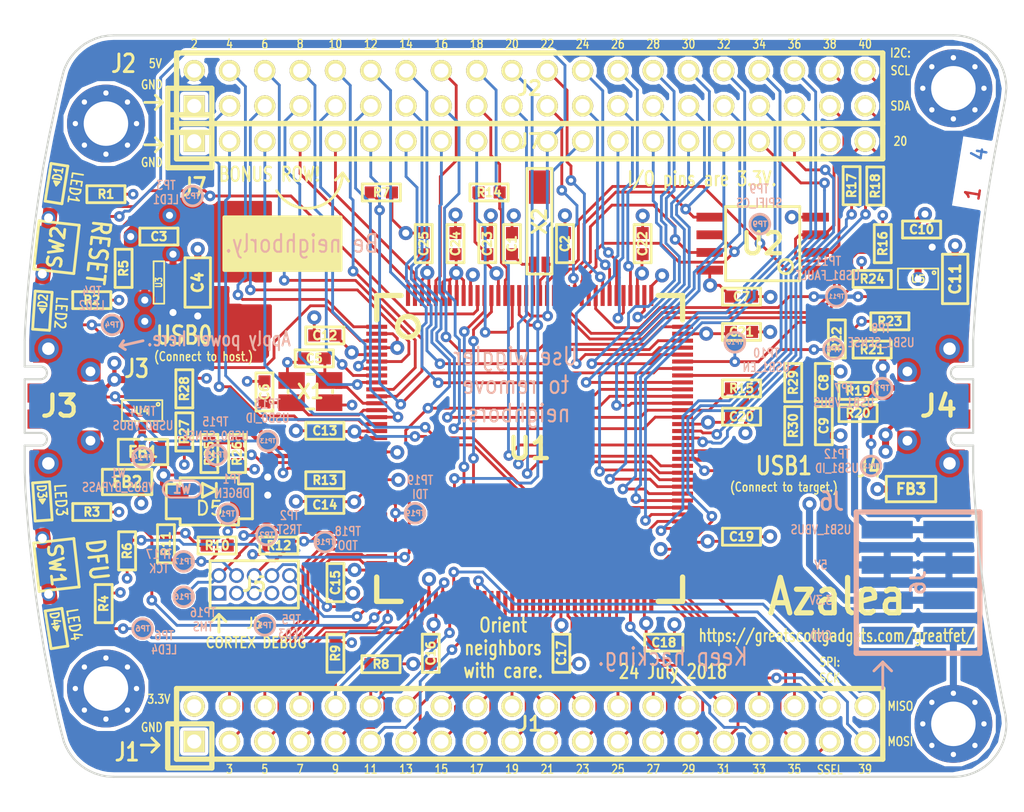
<source format=kicad_pcb>
(kicad_pcb (version 4) (host pcbnew 4.0.6)
  (title_block (title Azalea) (date 2018-07-24) (company "Copyright 2015-2018 Great Scott Gadgets") (comment 1 "License: BSD-3-Clause") (comment 2 http://greatscottgadgets.com/greatfet/))
  (layers (0 F.Cu signal) (1 C2.Cu power hide) (2 C3.Cu power hide) (31 B.Cu signal) (34 B.Paste user) (35 F.Paste user) (36 B.SilkS user) (37 F.SilkS user) (38 B.Mask user) (39 F.Mask user) (44 Edge.Cuts user))
  (net 0 "")
  (net 1 GND)
  (net 2 /RTCX1)
  (net 3 /RTCX2)
  (net 4 VCC)
  (net 5 "Net-(C5-Pad1)")
  (net 6 "Net-(C6-Pad1)")
  (net 7 /USB1_VBUS)
  (net 8 "Net-(D1-Pad2)")
  (net 9 /LED1)
  (net 10 "Net-(D2-Pad2)")
  (net 11 /LED2)
  (net 12 "Net-(D3-Pad2)")
  (net 13 /LED3)
  (net 14 "Net-(D4-Pad2)")
  (net 15 /LED4)
  (net 16 /P4_9)
  (net 17 /P0_0)
  (net 18 /P4_10)
  (net 19 /P0_1)
  (net 20 /P1_0)
  (net 21 /P5_0)
  (net 22 /P1_1)
  (net 23 /P5_1)
  (net 24 /CLK0)
  (net 25 /P1_2)
  (net 26 /P1_5)
  (net 27 /P5_2)
  (net 28 /P1_7)
  (net 29 /P1_6)
  (net 30 /P1_9)
  (net 31 /P1_8)
  (net 32 /P5_3)
  (net 33 /P1_10)
  (net 34 /P1_12)
  (net 35 /P1_11)
  (net 36 /P5_5)
  (net 37 /P5_4)
  (net 38 /P1_14)
  (net 39 /P1_13)
  (net 40 /P5_6)
  (net 41 /P1_15)
  (net 42 /P5_7)
  (net 43 /P1_16)
  (net 44 /P1_18)
  (net 45 /P1_17)
  (net 46 /P9_5)
  (net 47 /P9_6)
  (net 48 /P2_0)
  (net 49 /P6_0)
  (net 50 /P1_19)
  (net 51 /P1_20)
  (net 52 /P1_3)
  (net 53 /P1_4)
  (net 54 /P4_8)
  (net 55 /P4_7)
  (net 56 /P4_6)
  (net 57 /P4_5)
  (net 58 /P4_4)
  (net 59 /P4_2)
  (net 60 /P4_3)
  (net 61 /ADC0_0)
  (net 62 /P4_0)
  (net 63 /P7_7)
  (net 64 /WAKEUP0)
  (net 65 /P3_7)
  (net 66 /P3_6)
  (net 67 /P3_5)
  (net 68 /P3_4)
  (net 69 /P3_3)
  (net 70 /PF_4)
  (net 71 /P3_2)
  (net 72 /P7_2)
  (net 73 /P3_1)
  (net 74 /P7_1)
  (net 75 /P3_0)
  (net 76 /P7_0)
  (net 77 /CLK2)
  (net 78 /P2_8)
  (net 79 /P2_7)
  (net 80 /P2_6)
  (net 81 /P2_5)
  (net 82 /P2_4)
  (net 83 /P2_3)
  (net 84 /P6_8)
  (net 85 /P6_7)
  (net 86 /P2_2)
  (net 87 /P6_6)
  (net 88 /P2_1)
  (net 89 /P6_3)
  (net 90 /I2C0_SDA)
  (net 91 /I2C0_SCL)
  (net 92 /USB0_ID)
  (net 93 /USB1_ID)
  (net 94 "Net-(J4-Pad3)")
  (net 95 "Net-(J4-Pad2)")
  (net 96 /TMS)
  (net 97 /TCK)
  (net 98 /TDO)
  (net 99 /TDI)
  (net 100 /RESET)
  (net 101 /VBAT)
  (net 102 /RTC_ALARM)
  (net 103 /ADC0_5)
  (net 104 /ADC0_2)
  (net 105 /P2_13)
  (net 106 /P2_12)
  (net 107 /P2_11)
  (net 108 /P2_10)
  (net 109 /P2_9)
  (net 110 /P6_10)
  (net 111 /P6_9)
  (net 112 /P6_5)
  (net 113 /P6_4)
  (net 114 /P6_2)
  (net 115 /P6_1)
  (net 116 "Net-(R13-Pad1)")
  (net 117 /USB1_EN)
  (net 118 /USB1_SENSE)
  (net 119 "Net-(R23-Pad2)")
  (net 120 /USB1_FAULT)
  (net 121 /SPIFI_CS)
  (net 122 /DBGEN)
  (net 123 /TRST)
  (net 124 /USB1_D-)
  (net 125 /USB1_D+)
  (net 126 /USB0_D+)
  (net 127 /USB0_D-)
  (net 128 /USB0_SHIELD)
  (net 129 /USB1_SHIELD)
  (net 130 +5V)
  (net 131 "Net-(D5-Pad2)")
  (net 132 /USB0_VBUS)
  (net 133 /USB0_SENSE)
  (net 134 "Net-(J5-Pad7)")
  (net 135 "Net-(U4-Pad4)")
  (module gsg-modules:TESTPOINT-50MIL (layer B.Cu) (at 123.317 107.061)
    (fp_text reference TP2 (at 0 0) (layer B.SilkS) (effects (font (size 0.381 0.381) (thickness 0.09652)) (justify mirror)))
    (fp_text value TRST hide)
    (pad 1 smd circle (at 0 0) (size 1.27 1.27) (layers B.Cu B.Mask) (net 123 /TRST))
  )
  (module gsg-modules:TESTPOINT-50MIL (layer B.Cu) (at 117.348 108.966)
    (fp_text reference TP17 (at 0 0) (layer B.SilkS) (effects (font (size 0.381 0.381) (thickness 0.09652)) (justify mirror)))
    (fp_text value TCK hide)
    (pad 1 smd circle (at 0 0) (size 1.27 1.27) (layers B.Cu B.Mask) (net 97 /TCK))
  )
  (module gsg-modules:SWITCH-PTS840-P (layer F.Cu) (at 108.204 86.36 263.6)
    (fp_text reference SW2 (at 0 0 263.6) (layer F.SilkS) (effects (font (size 1.00076 1.00076) (thickness 0.2032))))
    (fp_text value RESET hide)
    (pad 2 thru_hole circle (at -2.025 0.8 263.6) (size 1 1) (drill 0.65) (layers *.Cu *.Mask) (net 1 GND))
    (pad 2 thru_hole circle (at 2.025 0.8 263.6) (size 1 1) (drill 0.65) (layers *.Cu *.Mask) (net 1 GND))
    (pad 1 smd rect (at 1.925 -0.725 263.6) (size 1.65 1.05) (layers F.Cu F.Paste F.Mask) (net 100 /RESET))
    (pad 1 smd rect (at -1.925 -0.725 263.6) (size 1.65 1.05) (layers F.Cu F.Paste F.Mask) (net 100 /RESET))
    (pad 2 smd rect (at -1.925 0.725 263.6) (size 1.65 1.05) (layers F.Cu F.Paste F.Mask) (net 1 GND))
    (pad 2 smd rect (at 1.925 0.725 263.6) (size 1.65 1.05) (layers F.Cu F.Paste F.Mask) (net 1 GND))
    (pad 0 smd rect (at 0 -1.7 263.6) (size 1.1 0.5) (layers F.Cu F.Paste F.Mask))
  )
  (module gsg-modules:SOT457 (layer F.Cu) (at 114.366 98.114 180)
    (fp_text reference U4 (at 0 0 180) (layer F.SilkS) (effects (font (size 0.508 0.508) (thickness 0.127))))
    (fp_text value IP4220CZ6 hide)
    (pad 1 smd rect (at -0.95 1.2 180) (size 0.55 0.8) (layers F.Cu F.Paste F.Mask) (net 126 /USB0_D+))
    (pad 2 smd rect (at 0 1.2 180) (size 0.55 0.8) (layers F.Cu F.Paste F.Mask) (net 1 GND))
    (pad 3 smd rect (at 0.95 1.2 180) (size 0.55 0.8) (layers F.Cu F.Paste F.Mask) (net 92 /USB0_ID))
    (pad 4 smd rect (at 0.95 -1.2 180) (size 0.55 0.8) (layers F.Cu F.Paste F.Mask) (net 135 "Net-(U4-Pad4)"))
    (pad 5 smd rect (at 0 -1.2 180) (size 0.55 0.8) (layers F.Cu F.Paste F.Mask) (net 132 /USB0_VBUS))
    (pad 6 smd rect (at -0.95 -1.2 180) (size 0.55 0.8) (layers F.Cu F.Paste F.Mask) (net 127 /USB0_D-))
  )
  (module gsg-modules:50MIL-HEADER-2x5-TH (layer F.Cu) (at 122.428 110.617)
    (fp_text reference J5 (at 0 0) (layer F.SilkS) (effects (font (size 1.00076 1.00076) (thickness 0.2032))))
    (fp_text value JTAG hide)
    (pad 1 thru_hole rect (at -2.54 0.635) (size 1.0668 1.0668) (drill 0.7112) (layers *.Cu *.Mask) (net 4 VCC))
    (pad 2 thru_hole circle (at -2.54 -0.635) (size 1.0668 1.0668) (drill 0.7112) (layers *.Cu *.Mask) (net 96 /TMS))
    (pad 3 thru_hole circle (at -1.27 0.635) (size 1.0668 1.0668) (drill 0.7112) (layers *.Cu *.Mask) (net 1 GND))
    (pad 4 thru_hole circle (at -1.27 -0.635) (size 1.0668 1.0668) (drill 0.7112) (layers *.Cu *.Mask) (net 97 /TCK))
    (pad 5 thru_hole circle (at 0 0.635) (size 1.0668 1.0668) (drill 0.7112) (layers *.Cu *.Mask) (net 1 GND))
    (pad 6 thru_hole circle (at 0 -0.635) (size 1.0668 1.0668) (drill 0.7112) (layers *.Cu *.Mask) (net 98 /TDO))
    (pad 7 thru_hole circle (at 1.27 0.635) (size 1.0668 1.0668) (drill 0.7112) (layers *.Cu *.Mask) (net 134 "Net-(J5-Pad7)"))
    (pad 8 thru_hole circle (at 1.27 -0.635) (size 1.0668 1.0668) (drill 0.7112) (layers *.Cu *.Mask) (net 99 /TDI))
    (pad 9 thru_hole circle (at 2.54 0.635) (size 1.0668 1.0668) (drill 0.7112) (layers *.Cu *.Mask) (net 1 GND))
    (pad 10 thru_hole circle (at 2.54 -0.635) (size 1.0668 1.0668) (drill 0.7112) (layers *.Cu *.Mask) (net 100 /RESET))
  )
  (module gsg-modules:LQFP144 (layer F.Cu) (at 142.24 100.838)
    (fp_text reference U1 (at 0 0) (layer F.SilkS) (effects (font (thickness 0.3048))))
    (fp_text value LPC4330FBD144 hide)
    (pad 1 smd rect (at -11.00074 -8.7503) (size 1.50114 0.29464) (layers F.Cu F.Paste F.Mask) (net 62 /P4_0))
    (pad 2 smd rect (at -11.00074 -8.24992) (size 1.50114 0.29464) (layers F.Cu F.Paste F.Mask) (net 1 GND))
    (pad 3 smd rect (at -11.00074 -7.74954) (size 1.50114 0.29464) (layers F.Cu F.Paste F.Mask) (net 11 /LED2))
    (pad 4 smd rect (at -11.00074 -7.24916) (size 1.50114 0.29464) (layers F.Cu F.Paste F.Mask) (net 1 GND))
    (pad 5 smd rect (at -11.00074 -6.74878) (size 1.50114 0.29464) (layers F.Cu F.Paste F.Mask) (net 4 VCC))
    (pad 6 smd rect (at -11.00074 -6.25094) (size 1.50114 0.29464) (layers F.Cu F.Paste F.Mask) (net 61 /ADC0_0))
    (pad 7 smd rect (at -11.00074 -5.75056) (size 1.50114 0.29464) (layers F.Cu F.Paste F.Mask) (net 60 /P4_3))
    (pad 8 smd rect (at -11.00074 -5.25018) (size 1.50114 0.29464) (layers F.Cu F.Paste F.Mask) (net 59 /P4_2))
    (pad 9 smd rect (at -11.00074 -4.7498) (size 1.50114 0.29464) (layers F.Cu F.Paste F.Mask) (net 58 /P4_4))
    (pad 10 smd rect (at -11.00074 -4.24942) (size 1.50114 0.29464) (layers F.Cu F.Paste F.Mask) (net 57 /P4_5))
    (pad 11 smd rect (at -11.00074 -3.74904) (size 1.50114 0.29464) (layers F.Cu F.Paste F.Mask) (net 56 /P4_6))
    (pad 12 smd rect (at -11.00074 -3.2512) (size 1.50114 0.29464) (layers F.Cu F.Paste F.Mask) (net 5 "Net-(C5-Pad1)"))
    (pad 13 smd rect (at -11.00074 -2.75082) (size 1.50114 0.29464) (layers F.Cu F.Paste F.Mask) (net 6 "Net-(C6-Pad1)"))
    (pad 14 smd rect (at -11.00074 -2.25044) (size 1.50114 0.29464) (layers F.Cu F.Paste F.Mask) (net 55 /P4_7))
    (pad 15 smd rect (at -11.00074 -1.75006) (size 1.50114 0.29464) (layers F.Cu F.Paste F.Mask) (net 54 /P4_8))
    (pad 16 smd rect (at -11.00074 -1.24968) (size 1.50114 0.29464) (layers F.Cu F.Paste F.Mask) (net 4 VCC))
    (pad 17 smd rect (at -11.00074 -0.7493) (size 1.50114 0.29464) (layers F.Cu F.Paste F.Mask) (net 4 VCC))
    (pad 18 smd rect (at -11.00074 -0.24892) (size 1.50114 0.29464) (layers F.Cu F.Paste F.Mask) (net 126 /USB0_D+))
    (pad 19 smd rect (at -11.00074 0.24892) (size 1.50114 0.29464) (layers F.Cu F.Paste F.Mask) (net 1 GND))
    (pad 20 smd rect (at -11.00074 0.7493) (size 1.50114 0.29464) (layers F.Cu F.Paste F.Mask) (net 127 /USB0_D-))
    (pad 21 smd rect (at -11.00074 1.24968) (size 1.50114 0.29464) (layers F.Cu F.Paste F.Mask) (net 133 /USB0_SENSE))
    (pad 22 smd rect (at -11.00074 1.75006) (size 1.50114 0.29464) (layers F.Cu F.Paste F.Mask) (net 92 /USB0_ID))
    (pad 23 smd rect (at -11.00074 2.25044) (size 1.50114 0.29464) (layers F.Cu F.Paste F.Mask) (net 1 GND))
    (pad 24 smd rect (at -11.00074 2.75082) (size 1.50114 0.29464) (layers F.Cu F.Paste F.Mask) (net 116 "Net-(R13-Pad1)"))
    (pad 25 smd rect (at -11.00074 3.2512) (size 1.50114 0.29464) (layers F.Cu F.Paste F.Mask) (net 4 VCC))
    (pad 26 smd rect (at -11.00074 3.74904) (size 1.50114 0.29464) (layers F.Cu F.Paste F.Mask) (net 99 /TDI))
    (pad 27 smd rect (at -11.00074 4.24942) (size 1.50114 0.29464) (layers F.Cu F.Paste F.Mask) (net 97 /TCK))
    (pad 28 smd rect (at -11.00074 4.7498) (size 1.50114 0.29464) (layers F.Cu F.Paste F.Mask) (net 122 /DBGEN))
    (pad 29 smd rect (at -11.00074 5.25018) (size 1.50114 0.29464) (layers F.Cu F.Paste F.Mask) (net 123 /TRST))
    (pad 30 smd rect (at -11.00074 5.75056) (size 1.50114 0.29464) (layers F.Cu F.Paste F.Mask) (net 96 /TMS))
    (pad 31 smd rect (at -11.00074 6.25094) (size 1.50114 0.29464) (layers F.Cu F.Paste F.Mask) (net 98 /TDO))
    (pad 32 smd rect (at -11.00074 6.74878) (size 1.50114 0.29464) (layers F.Cu F.Paste F.Mask) (net 17 /P0_0))
    (pad 33 smd rect (at -11.00074 7.24916) (size 1.50114 0.29464) (layers F.Cu F.Paste F.Mask) (net 16 /P4_9))
    (pad 34 smd rect (at -11.00074 7.74954) (size 1.50114 0.29464) (layers F.Cu F.Paste F.Mask) (net 19 /P0_1))
    (pad 35 smd rect (at -11.00074 8.24992) (size 1.50114 0.29464) (layers F.Cu F.Paste F.Mask) (net 18 /P4_10))
    (pad 36 smd rect (at -11.00074 8.7503) (size 1.50114 0.29464) (layers F.Cu F.Paste F.Mask) (net 4 VCC))
    (pad 37 smd rect (at -8.7503 11.00074 90) (size 1.50114 0.29464) (layers F.Cu F.Paste F.Mask) (net 21 /P5_0))
    (pad 38 smd rect (at -8.24992 11.00074 90) (size 1.50114 0.29464) (layers F.Cu F.Paste F.Mask) (net 20 /P1_0))
    (pad 39 smd rect (at -7.74954 11.00074 90) (size 1.50114 0.29464) (layers F.Cu F.Paste F.Mask) (net 23 /P5_1))
    (pad 40 smd rect (at -7.24916 11.00074 90) (size 1.50114 0.29464) (layers F.Cu F.Paste F.Mask) (net 1 GND))
    (pad 41 smd rect (at -6.74878 11.00074 90) (size 1.50114 0.29464) (layers F.Cu F.Paste F.Mask) (net 4 VCC))
    (pad 42 smd rect (at -6.25094 11.00074 90) (size 1.50114 0.29464) (layers F.Cu F.Paste F.Mask) (net 22 /P1_1))
    (pad 43 smd rect (at -5.75056 11.00074 90) (size 1.50114 0.29464) (layers F.Cu F.Paste F.Mask) (net 25 /P1_2))
    (pad 44 smd rect (at -5.25018 11.00074 90) (size 1.50114 0.29464) (layers F.Cu F.Paste F.Mask) (net 52 /P1_3))
    (pad 45 smd rect (at -4.7498 11.00074 90) (size 1.50114 0.29464) (layers F.Cu F.Paste F.Mask) (net 24 /CLK0))
    (pad 46 smd rect (at -4.24942 11.00074 90) (size 1.50114 0.29464) (layers F.Cu F.Paste F.Mask) (net 27 /P5_2))
    (pad 47 smd rect (at -3.74904 11.00074 90) (size 1.50114 0.29464) (layers F.Cu F.Paste F.Mask) (net 53 /P1_4))
    (pad 48 smd rect (at -3.2512 11.00074 90) (size 1.50114 0.29464) (layers F.Cu F.Paste F.Mask) (net 26 /P1_5))
    (pad 49 smd rect (at -2.75082 11.00074 90) (size 1.50114 0.29464) (layers F.Cu F.Paste F.Mask) (net 29 /P1_6))
    (pad 50 smd rect (at -2.25044 11.00074 90) (size 1.50114 0.29464) (layers F.Cu F.Paste F.Mask) (net 28 /P1_7))
    (pad 51 smd rect (at -1.75006 11.00074 90) (size 1.50114 0.29464) (layers F.Cu F.Paste F.Mask) (net 31 /P1_8))
    (pad 52 smd rect (at -1.24968 11.00074 90) (size 1.50114 0.29464) (layers F.Cu F.Paste F.Mask) (net 30 /P1_9))
    (pad 53 smd rect (at -0.7493 11.00074 90) (size 1.50114 0.29464) (layers F.Cu F.Paste F.Mask) (net 33 /P1_10))
    (pad 54 smd rect (at -0.24892 11.00074 90) (size 1.50114 0.29464) (layers F.Cu F.Paste F.Mask) (net 32 /P5_3))
    (pad 55 smd rect (at 0.24892 11.00074 90) (size 1.50114 0.29464) (layers F.Cu F.Paste F.Mask) (net 35 /P1_11))
    (pad 56 smd rect (at 0.7493 11.00074 90) (size 1.50114 0.29464) (layers F.Cu F.Paste F.Mask) (net 34 /P1_12))
    (pad 57 smd rect (at 1.24968 11.00074 90) (size 1.50114 0.29464) (layers F.Cu F.Paste F.Mask) (net 37 /P5_4))
    (pad 58 smd rect (at 1.75006 11.00074 90) (size 1.50114 0.29464) (layers F.Cu F.Paste F.Mask) (net 36 /P5_5))
    (pad 59 smd rect (at 2.25044 11.00074 90) (size 1.50114 0.29464) (layers F.Cu F.Paste F.Mask) (net 4 VCC))
    (pad 60 smd rect (at 2.75082 11.00074 90) (size 1.50114 0.29464) (layers F.Cu F.Paste F.Mask) (net 39 /P1_13))
    (pad 61 smd rect (at 3.2512 11.00074 90) (size 1.50114 0.29464) (layers F.Cu F.Paste F.Mask) (net 38 /P1_14))
    (pad 62 smd rect (at 3.74904 11.00074 90) (size 1.50114 0.29464) (layers F.Cu F.Paste F.Mask) (net 41 /P1_15))
    (pad 63 smd rect (at 4.24942 11.00074 90) (size 1.50114 0.29464) (layers F.Cu F.Paste F.Mask) (net 40 /P5_6))
    (pad 64 smd rect (at 4.7498 11.00074 90) (size 1.50114 0.29464) (layers F.Cu F.Paste F.Mask) (net 43 /P1_16))
    (pad 65 smd rect (at 5.25018 11.00074 90) (size 1.50114 0.29464) (layers F.Cu F.Paste F.Mask) (net 42 /P5_7))
    (pad 66 smd rect (at 5.75056 11.00074 90) (size 1.50114 0.29464) (layers F.Cu F.Paste F.Mask) (net 45 /P1_17))
    (pad 67 smd rect (at 6.25094 11.00074 90) (size 1.50114 0.29464) (layers F.Cu F.Paste F.Mask) (net 44 /P1_18))
    (pad 68 smd rect (at 6.74878 11.00074 90) (size 1.50114 0.29464) (layers F.Cu F.Paste F.Mask) (net 50 /P1_19))
    (pad 69 smd rect (at 7.24916 11.00074 90) (size 1.50114 0.29464) (layers F.Cu F.Paste F.Mask) (net 46 /P9_5))
    (pad 70 smd rect (at 7.74954 11.00074 90) (size 1.50114 0.29464) (layers F.Cu F.Paste F.Mask) (net 51 /P1_20))
    (pad 71 smd rect (at 8.24992 11.00074 90) (size 1.50114 0.29464) (layers F.Cu F.Paste F.Mask) (net 4 VCC))
    (pad 72 smd rect (at 8.7503 11.00074 90) (size 1.50114 0.29464) (layers F.Cu F.Paste F.Mask) (net 47 /P9_6))
    (pad 73 smd rect (at 11.00074 8.7503) (size 1.50114 0.29464) (layers F.Cu F.Paste F.Mask) (net 49 /P6_0))
    (pad 74 smd rect (at 11.00074 8.24992) (size 1.50114 0.29464) (layers F.Cu F.Paste F.Mask) (net 115 /P6_1))
    (pad 75 smd rect (at 11.00074 7.74954) (size 1.50114 0.29464) (layers F.Cu F.Paste F.Mask) (net 48 /P2_0))
    (pad 76 smd rect (at 11.00074 7.24916) (size 1.50114 0.29464) (layers F.Cu F.Paste F.Mask) (net 1 GND))
    (pad 77 smd rect (at 11.00074 6.74878) (size 1.50114 0.29464) (layers F.Cu F.Paste F.Mask) (net 4 VCC))
    (pad 78 smd rect (at 11.00074 6.25094) (size 1.50114 0.29464) (layers F.Cu F.Paste F.Mask) (net 114 /P6_2))
    (pad 79 smd rect (at 11.00074 5.75056) (size 1.50114 0.29464) (layers F.Cu F.Paste F.Mask) (net 89 /P6_3))
    (pad 80 smd rect (at 11.00074 5.25018) (size 1.50114 0.29464) (layers F.Cu F.Paste F.Mask) (net 113 /P6_4))
    (pad 81 smd rect (at 11.00074 4.7498) (size 1.50114 0.29464) (layers F.Cu F.Paste F.Mask) (net 88 /P2_1))
    (pad 82 smd rect (at 11.00074 4.24942) (size 1.50114 0.29464) (layers F.Cu F.Paste F.Mask) (net 112 /P6_5))
    (pad 83 smd rect (at 11.00074 3.74904) (size 1.50114 0.29464) (layers F.Cu F.Paste F.Mask) (net 87 /P6_6))
    (pad 84 smd rect (at 11.00074 3.2512) (size 1.50114 0.29464) (layers F.Cu F.Paste F.Mask) (net 86 /P2_2))
    (pad 85 smd rect (at 11.00074 2.75082) (size 1.50114 0.29464) (layers F.Cu F.Paste F.Mask) (net 85 /P6_7))
    (pad 86 smd rect (at 11.00074 2.25044) (size 1.50114 0.29464) (layers F.Cu F.Paste F.Mask) (net 84 /P6_8))
    (pad 87 smd rect (at 11.00074 1.75006) (size 1.50114 0.29464) (layers F.Cu F.Paste F.Mask) (net 83 /P2_3))
    (pad 88 smd rect (at 11.00074 1.24968) (size 1.50114 0.29464) (layers F.Cu F.Paste F.Mask) (net 82 /P2_4))
    (pad 89 smd rect (at 11.00074 0.7493) (size 1.50114 0.29464) (layers F.Cu F.Paste F.Mask) (net 125 /USB1_D+))
    (pad 90 smd rect (at 11.00074 0.24892) (size 1.50114 0.29464) (layers F.Cu F.Paste F.Mask) (net 124 /USB1_D-))
    (pad 91 smd rect (at 11.00074 -0.24892) (size 1.50114 0.29464) (layers F.Cu F.Paste F.Mask) (net 81 /P2_5))
    (pad 92 smd rect (at 11.00074 -0.7493) (size 1.50114 0.29464) (layers F.Cu F.Paste F.Mask) (net 91 /I2C0_SCL))
    (pad 93 smd rect (at 11.00074 -1.24968) (size 1.50114 0.29464) (layers F.Cu F.Paste F.Mask) (net 90 /I2C0_SDA))
    (pad 94 smd rect (at 11.00074 -1.75006) (size 1.50114 0.29464) (layers F.Cu F.Paste F.Mask) (net 4 VCC))
    (pad 95 smd rect (at 11.00074 -2.25044) (size 1.50114 0.29464) (layers F.Cu F.Paste F.Mask) (net 80 /P2_6))
    (pad 96 smd rect (at 11.00074 -2.75082) (size 1.50114 0.29464) (layers F.Cu F.Paste F.Mask) (net 79 /P2_7))
    (pad 97 smd rect (at 11.00074 -3.2512) (size 1.50114 0.29464) (layers F.Cu F.Paste F.Mask) (net 111 /P6_9))
    (pad 98 smd rect (at 11.00074 -3.74904) (size 1.50114 0.29464) (layers F.Cu F.Paste F.Mask) (net 78 /P2_8))
    (pad 99 smd rect (at 11.00074 -4.24942) (size 1.50114 0.29464) (layers F.Cu F.Paste F.Mask) (net 77 /CLK2))
    (pad 100 smd rect (at 11.00074 -4.7498) (size 1.50114 0.29464) (layers F.Cu F.Paste F.Mask) (net 110 /P6_10))
    (pad 101 smd rect (at 11.00074 -5.25018) (size 1.50114 0.29464) (layers F.Cu F.Paste F.Mask) (net 118 /USB1_SENSE))
    (pad 102 smd rect (at 11.00074 -5.75056) (size 1.50114 0.29464) (layers F.Cu F.Paste F.Mask) (net 109 /P2_9))
    (pad 103 smd rect (at 11.00074 -6.25094) (size 1.50114 0.29464) (layers F.Cu F.Paste F.Mask) (net 117 /USB1_EN))
    (pad 104 smd rect (at 11.00074 -6.74878) (size 1.50114 0.29464) (layers F.Cu F.Paste F.Mask) (net 108 /P2_10))
    (pad 105 smd rect (at 11.00074 -7.24916) (size 1.50114 0.29464) (layers F.Cu F.Paste F.Mask) (net 107 /P2_11))
    (pad 106 smd rect (at 11.00074 -7.74954) (size 1.50114 0.29464) (layers F.Cu F.Paste F.Mask) (net 106 /P2_12))
    (pad 107 smd rect (at 11.00074 -8.24992) (size 1.50114 0.29464) (layers F.Cu F.Paste F.Mask) (net 4 VCC))
    (pad 108 smd rect (at 11.00074 -8.7503) (size 1.50114 0.29464) (layers F.Cu F.Paste F.Mask) (net 105 /P2_13))
    (pad 109 smd rect (at 8.7503 -11.00074 90) (size 1.50114 0.29464) (layers F.Cu F.Paste F.Mask) (net 1 GND))
    (pad 110 smd rect (at 8.24992 -11.00074 90) (size 1.50114 0.29464) (layers F.Cu F.Paste F.Mask) (net 76 /P7_0))
    (pad 111 smd rect (at 7.74954 -11.00074 90) (size 1.50114 0.29464) (layers F.Cu F.Paste F.Mask) (net 4 VCC))
    (pad 112 smd rect (at 7.24916 -11.00074 90) (size 1.50114 0.29464) (layers F.Cu F.Paste F.Mask) (net 75 /P3_0))
    (pad 113 smd rect (at 6.74878 -11.00074 90) (size 1.50114 0.29464) (layers F.Cu F.Paste F.Mask) (net 74 /P7_1))
    (pad 114 smd rect (at 6.25094 -11.00074 90) (size 1.50114 0.29464) (layers F.Cu F.Paste F.Mask) (net 73 /P3_1))
    (pad 115 smd rect (at 5.75056 -11.00074 90) (size 1.50114 0.29464) (layers F.Cu F.Paste F.Mask) (net 72 /P7_2))
    (pad 116 smd rect (at 5.25018 -11.00074 90) (size 1.50114 0.29464) (layers F.Cu F.Paste F.Mask) (net 71 /P3_2))
    (pad 117 smd rect (at 4.7498 -11.00074 90) (size 1.50114 0.29464) (layers F.Cu F.Paste F.Mask) (net 120 /USB1_FAULT))
    (pad 118 smd rect (at 4.24942 -11.00074 90) (size 1.50114 0.29464) (layers F.Cu F.Paste F.Mask) (net 69 /P3_3))
    (pad 119 smd rect (at 3.74904 -11.00074 90) (size 1.50114 0.29464) (layers F.Cu F.Paste F.Mask) (net 68 /P3_4))
    (pad 120 smd rect (at 3.2512 -11.00074 90) (size 1.50114 0.29464) (layers F.Cu F.Paste F.Mask) (net 70 /PF_4))
    (pad 121 smd rect (at 2.75082 -11.00074 90) (size 1.50114 0.29464) (layers F.Cu F.Paste F.Mask) (net 67 /P3_5))
    (pad 122 smd rect (at 2.25044 -11.00074 90) (size 1.50114 0.29464) (layers F.Cu F.Paste F.Mask) (net 66 /P3_6))
    (pad 123 smd rect (at 1.75006 -11.00074 90) (size 1.50114 0.29464) (layers F.Cu F.Paste F.Mask) (net 65 /P3_7))
    (pad 124 smd rect (at 1.24968 -11.00074 90) (size 1.50114 0.29464) (layers F.Cu F.Paste F.Mask) (net 121 /SPIFI_CS))
    (pad 125 smd rect (at 0.7493 -11.00074 90) (size 1.50114 0.29464) (layers F.Cu F.Paste F.Mask) (net 2 /RTCX1))
    (pad 126 smd rect (at 0.24892 -11.00074 90) (size 1.50114 0.29464) (layers F.Cu F.Paste F.Mask) (net 3 /RTCX2))
    (pad 127 smd rect (at -0.24892 -11.00074 90) (size 1.50114 0.29464) (layers F.Cu F.Paste F.Mask) (net 101 /VBAT))
    (pad 128 smd rect (at -0.7493 -11.00074 90) (size 1.50114 0.29464) (layers F.Cu F.Paste F.Mask) (net 100 /RESET))
    (pad 129 smd rect (at -1.24968 -11.00074 90) (size 1.50114 0.29464) (layers F.Cu F.Paste F.Mask) (net 102 /RTC_ALARM))
    (pad 130 smd rect (at -1.75006 -11.00074 90) (size 1.50114 0.29464) (layers F.Cu F.Paste F.Mask) (net 64 /WAKEUP0))
    (pad 131 smd rect (at -2.25044 -11.00074 90) (size 1.50114 0.29464) (layers F.Cu F.Paste F.Mask) (net 4 VCC))
    (pad 132 smd rect (at -2.75082 -11.00074 90) (size 1.50114 0.29464) (layers F.Cu F.Paste F.Mask) (net 15 /LED4))
    (pad 133 smd rect (at -3.2512 -11.00074 90) (size 1.50114 0.29464) (layers F.Cu F.Paste F.Mask) (net 13 /LED3))
    (pad 134 smd rect (at -3.74904 -11.00074 90) (size 1.50114 0.29464) (layers F.Cu F.Paste F.Mask) (net 9 /LED1))
    (pad 135 smd rect (at -4.24942 -11.00074 90) (size 1.50114 0.29464) (layers F.Cu F.Paste F.Mask) (net 1 GND))
    (pad 136 smd rect (at -4.7498 -11.00074 90) (size 1.50114 0.29464) (layers F.Cu F.Paste F.Mask) (net 4 VCC))
    (pad 137 smd rect (at -5.25018 -11.00074 90) (size 1.50114 0.29464) (layers F.Cu F.Paste F.Mask) (net 4 VCC))
    (pad 138 smd rect (at -5.75056 -11.00074 90) (size 1.50114 0.29464) (layers F.Cu F.Paste F.Mask) (net 4 VCC))
    (pad 139 smd rect (at -6.25094 -11.00074 90) (size 1.50114 0.29464) (layers F.Cu F.Paste F.Mask) (net 4 VCC))
    (pad 140 smd rect (at -6.74878 -11.00074 90) (size 1.50114 0.29464) (layers F.Cu F.Paste F.Mask) (net 63 /P7_7))
    (pad 141 smd rect (at -7.24916 -11.00074 90) (size 1.50114 0.29464) (layers F.Cu F.Paste F.Mask) (net 4 VCC))
    (pad 142 smd rect (at -7.74954 -11.00074 90) (size 1.50114 0.29464) (layers F.Cu F.Paste F.Mask) (net 4 VCC))
    (pad 143 smd rect (at -8.24992 -11.00074 90) (size 1.50114 0.29464) (layers F.Cu F.Paste F.Mask) (net 104 /ADC0_2))
    (pad 144 smd rect (at -8.7503 -11.00074 90) (size 1.50114 0.29464) (layers F.Cu F.Paste F.Mask) (net 103 /ADC0_5))
  )
  (module gsg-modules:HEADER-1x20 (layer F.Cu) (at 142.24 78.74)
    (fp_text reference J7 (at 0 0) (layer F.SilkS) (effects (font (size 1.016 1.016) (thickness 0.2032))))
    (fp_text value BONUS_ROW hide)
    (pad 1 thru_hole rect (at -24.13 0) (size 1.524 1.524) (drill 1.016) (layers *.Cu *.Mask F.SilkS) (net 1 GND))
    (pad 2 thru_hole circle (at -21.59 0) (size 1.524 1.524) (drill 1.016) (layers *.Cu *.Mask F.SilkS) (net 113 /P6_4))
    (pad 3 thru_hole circle (at -19.05 0) (size 1.524 1.524) (drill 1.016) (layers *.Cu *.Mask F.SilkS) (net 112 /P6_5))
    (pad 4 thru_hole circle (at -16.51 0) (size 1.524 1.524) (drill 1.016) (layers *.Cu *.Mask F.SilkS) (net 103 /ADC0_5))
    (pad 5 thru_hole circle (at -13.97 0) (size 1.524 1.524) (drill 1.016) (layers *.Cu *.Mask F.SilkS) (net 104 /ADC0_2))
    (pad 6 thru_hole circle (at -11.43 0) (size 1.524 1.524) (drill 1.016) (layers *.Cu *.Mask F.SilkS) (net 109 /P2_9))
    (pad 7 thru_hole circle (at -8.89 0) (size 1.524 1.524) (drill 1.016) (layers *.Cu *.Mask F.SilkS) (net 106 /P2_12))
    (pad 8 thru_hole circle (at -6.35 0) (size 1.524 1.524) (drill 1.016) (layers *.Cu *.Mask F.SilkS) (net 105 /P2_13))
    (pad 9 thru_hole circle (at -3.81 0) (size 1.524 1.524) (drill 1.016) (layers *.Cu *.Mask F.SilkS) (net 102 /RTC_ALARM))
    (pad 10 thru_hole circle (at -1.27 0) (size 1.524 1.524) (drill 1.016) (layers *.Cu *.Mask F.SilkS) (net 1 GND))
    (pad 11 thru_hole circle (at 1.27 0) (size 1.524 1.524) (drill 1.016) (layers *.Cu *.Mask F.SilkS) (net 100 /RESET))
    (pad 12 thru_hole circle (at 3.81 0) (size 1.524 1.524) (drill 1.016) (layers *.Cu *.Mask F.SilkS) (net 101 /VBAT))
    (pad 13 thru_hole circle (at 6.35 0) (size 1.524 1.524) (drill 1.016) (layers *.Cu *.Mask F.SilkS) (net 107 /P2_11))
    (pad 14 thru_hole circle (at 8.89 0) (size 1.524 1.524) (drill 1.016) (layers *.Cu *.Mask F.SilkS) (net 108 /P2_10))
    (pad 15 thru_hole circle (at 11.43 0) (size 1.524 1.524) (drill 1.016) (layers *.Cu *.Mask F.SilkS) (net 110 /P6_10))
    (pad 16 thru_hole circle (at 13.97 0) (size 1.524 1.524) (drill 1.016) (layers *.Cu *.Mask F.SilkS) (net 111 /P6_9))
    (pad 17 thru_hole circle (at 16.51 0) (size 1.524 1.524) (drill 1.016) (layers *.Cu *.Mask F.SilkS) (net 114 /P6_2))
    (pad 18 thru_hole circle (at 19.05 0) (size 1.524 1.524) (drill 1.016) (layers *.Cu *.Mask F.SilkS) (net 115 /P6_1))
    (pad 19 thru_hole circle (at 21.59 0) (size 1.524 1.524) (drill 1.016) (layers *.Cu *.Mask F.SilkS) (net 1 GND))
    (pad 20 thru_hole circle (at 24.13 0) (size 1.524 1.524) (drill 1.016) (layers *.Cu *.Mask F.SilkS) (net 4 VCC))
  )
  (module gsg-modules:SOT457 (layer F.Cu) (at 170.18 88.646 180)
    (fp_text reference U5 (at 0 0 180) (layer F.SilkS) (effects (font (size 0.508 0.508) (thickness 0.127))))
    (fp_text value AP2553W6-7 hide)
    (pad 1 smd rect (at -0.95 1.2 180) (size 0.55 0.8) (layers F.Cu F.Paste F.Mask) (net 130 +5V))
    (pad 2 smd rect (at 0 1.2 180) (size 0.55 0.8) (layers F.Cu F.Paste F.Mask) (net 1 GND))
    (pad 3 smd rect (at 0.95 1.2 180) (size 0.55 0.8) (layers F.Cu F.Paste F.Mask) (net 117 /USB1_EN))
    (pad 4 smd rect (at 0.95 -1.2 180) (size 0.55 0.8) (layers F.Cu F.Paste F.Mask) (net 120 /USB1_FAULT))
    (pad 5 smd rect (at 0 -1.2 180) (size 0.55 0.8) (layers F.Cu F.Paste F.Mask) (net 119 "Net-(R23-Pad2)"))
    (pad 6 smd rect (at -0.95 -1.2 180) (size 0.55 0.8) (layers F.Cu F.Paste F.Mask) (net 7 /USB1_VBUS))
  )
  (module gsg-modules:0603 (layer F.Cu) (at 140.97 86.106 90)
    (fp_text reference C1 (at 0 0 90) (layer F.SilkS) (effects (font (size 0.6096 0.6096) (thickness 0.1524))))
    (fp_text value 18pF hide)
    (pad 2 smd rect (at 0.762 0 90) (size 0.8636 0.8636) (layers F.Cu F.Paste F.Mask) (net 1 GND) (clearance 0.1778))
    (pad 1 smd rect (at -0.762 0 90) (size 0.8636 0.8636) (layers F.Cu F.Paste F.Mask) (net 3 /RTCX2) (clearance 0.1778))
  )
  (module gsg-modules:0603 (layer F.Cu) (at 144.78 86.106 90)
    (fp_text reference C2 (at 0 0 90) (layer F.SilkS) (effects (font (size 0.6096 0.6096) (thickness 0.1524))))
    (fp_text value 18pF hide)
    (pad 2 smd rect (at 0.762 0 90) (size 0.8636 0.8636) (layers F.Cu F.Paste F.Mask) (net 1 GND) (clearance 0.1778))
    (pad 1 smd rect (at -0.762 0 90) (size 0.8636 0.8636) (layers F.Cu F.Paste F.Mask) (net 2 /RTCX1) (clearance 0.1778))
  )
  (module gsg-modules:0603 (layer F.Cu) (at 115.57 85.598 180)
    (fp_text reference C3 (at 0 0 180) (layer F.SilkS) (effects (font (size 0.6096 0.6096) (thickness 0.1524))))
    (fp_text value 1uF hide)
    (pad 2 smd rect (at 0.762 0 180) (size 0.8636 0.8636) (layers F.Cu F.Paste F.Mask) (net 1 GND) (clearance 0.1778))
    (pad 1 smd rect (at -0.762 0 180) (size 0.8636 0.8636) (layers F.Cu F.Paste F.Mask) (net 4 VCC) (clearance 0.1778))
  )
  (module gsg-modules:0603 (layer F.Cu) (at 126.746 94.361 180)
    (fp_text reference C5 (at 0 0 180) (layer F.SilkS) (effects (font (size 0.6096 0.6096) (thickness 0.1524))))
    (fp_text value 18pF hide)
    (pad 2 smd rect (at 0.762 0 180) (size 0.8636 0.8636) (layers F.Cu F.Paste F.Mask) (net 1 GND) (clearance 0.1778))
    (pad 1 smd rect (at -0.762 0 180) (size 0.8636 0.8636) (layers F.Cu F.Paste F.Mask) (net 5 "Net-(C5-Pad1)") (clearance 0.1778))
  )
  (module gsg-modules:0603 (layer F.Cu) (at 123.1646 96.774 90)
    (fp_text reference C6 (at 0 0 90) (layer F.SilkS) (effects (font (size 0.6096 0.6096) (thickness 0.1524))))
    (fp_text value 18pF hide)
    (pad 2 smd rect (at 0.762 0 90) (size 0.8636 0.8636) (layers F.Cu F.Paste F.Mask) (net 1 GND) (clearance 0.1778))
    (pad 1 smd rect (at -0.762 0 90) (size 0.8636 0.8636) (layers F.Cu F.Paste F.Mask) (net 6 "Net-(C6-Pad1)") (clearance 0.1778))
  )
  (module gsg-modules:0603 (layer F.Cu) (at 157.48 89.916)
    (fp_text reference C7 (at 0 0) (layer F.SilkS) (effects (font (size 0.6096 0.6096) (thickness 0.1524))))
    (fp_text value 100nF hide)
    (pad 2 smd rect (at 0.762 0) (size 0.8636 0.8636) (layers F.Cu F.Paste F.Mask) (net 1 GND) (clearance 0.1778))
    (pad 1 smd rect (at -0.762 0) (size 0.8636 0.8636) (layers F.Cu F.Paste F.Mask) (net 4 VCC) (clearance 0.1778))
  )
  (module gsg-modules:0603 (layer F.Cu) (at 163.4 96.1 90)
    (fp_text reference C8 (at 0 0 90) (layer F.SilkS) (effects (font (size 0.6096 0.6096) (thickness 0.1524))))
    (fp_text value 18pF hide)
    (pad 2 smd rect (at 0.762 0 90) (size 0.8636 0.8636) (layers F.Cu F.Paste F.Mask) (net 1 GND) (clearance 0.1778))
    (pad 1 smd rect (at -0.762 0 90) (size 0.8636 0.8636) (layers F.Cu F.Paste F.Mask) (net 124 /USB1_D-) (clearance 0.1778))
  )
  (module gsg-modules:0603 (layer F.Cu) (at 163.4 99.2 270)
    (fp_text reference C9 (at 0 0 270) (layer F.SilkS) (effects (font (size 0.6096 0.6096) (thickness 0.1524))))
    (fp_text value 18pF hide)
    (pad 2 smd rect (at 0.762 0 270) (size 0.8636 0.8636) (layers F.Cu F.Paste F.Mask) (net 1 GND) (clearance 0.1778))
    (pad 1 smd rect (at -0.762 0 270) (size 0.8636 0.8636) (layers F.Cu F.Paste F.Mask) (net 125 /USB1_D+) (clearance 0.1778))
  )
  (module gsg-modules:0603 (layer F.Cu) (at 170.434 85.09 180)
    (fp_text reference C10 (at 0 0 180) (layer F.SilkS) (effects (font (size 0.6096 0.6096) (thickness 0.1524))))
    (fp_text value 1uF hide)
    (pad 2 smd rect (at 0.762 0 180) (size 0.8636 0.8636) (layers F.Cu F.Paste F.Mask) (net 1 GND) (clearance 0.1778))
    (pad 1 smd rect (at -0.762 0 180) (size 0.8636 0.8636) (layers F.Cu F.Paste F.Mask) (net 130 +5V) (clearance 0.1778))
  )
  (module gsg-modules:0603 (layer F.Cu) (at 127.508 92.71 180)
    (fp_text reference C12 (at 0 0 180) (layer F.SilkS) (effects (font (size 0.6096 0.6096) (thickness 0.1524))))
    (fp_text value 100nF hide)
    (pad 2 smd rect (at 0.762 0 180) (size 0.8636 0.8636) (layers F.Cu F.Paste F.Mask) (net 1 GND) (clearance 0.1778))
    (pad 1 smd rect (at -0.762 0 180) (size 0.8636 0.8636) (layers F.Cu F.Paste F.Mask) (net 4 VCC) (clearance 0.1778))
  )
  (module gsg-modules:0603 (layer F.Cu) (at 127.508 99.568 180)
    (fp_text reference C13 (at 0 0 180) (layer F.SilkS) (effects (font (size 0.6096 0.6096) (thickness 0.1524))))
    (fp_text value 100nF hide)
    (pad 2 smd rect (at 0.762 0 180) (size 0.8636 0.8636) (layers F.Cu F.Paste F.Mask) (net 1 GND) (clearance 0.1778))
    (pad 1 smd rect (at -0.762 0 180) (size 0.8636 0.8636) (layers F.Cu F.Paste F.Mask) (net 4 VCC) (clearance 0.1778))
  )
  (module gsg-modules:0603 (layer F.Cu) (at 127.508 104.9 180)
    (fp_text reference C14 (at 0 0 180) (layer F.SilkS) (effects (font (size 0.6096 0.6096) (thickness 0.1524))))
    (fp_text value 100nF hide)
    (pad 2 smd rect (at 0.762 0 180) (size 0.8636 0.8636) (layers F.Cu F.Paste F.Mask) (net 1 GND) (clearance 0.1778))
    (pad 1 smd rect (at -0.762 0 180) (size 0.8636 0.8636) (layers F.Cu F.Paste F.Mask) (net 4 VCC) (clearance 0.1778))
  )
  (module gsg-modules:0603 (layer F.Cu) (at 128.27 110.49 270)
    (fp_text reference C15 (at 0 0 270) (layer F.SilkS) (effects (font (size 0.6096 0.6096) (thickness 0.1524))))
    (fp_text value 100nF hide)
    (pad 2 smd rect (at 0.762 0 270) (size 0.8636 0.8636) (layers F.Cu F.Paste F.Mask) (net 1 GND) (clearance 0.1778))
    (pad 1 smd rect (at -0.762 0 270) (size 0.8636 0.8636) (layers F.Cu F.Paste F.Mask) (net 4 VCC) (clearance 0.1778))
  )
  (module gsg-modules:0603 (layer F.Cu) (at 135.128 115.57 270)
    (fp_text reference C16 (at 0 0 270) (layer F.SilkS) (effects (font (size 0.6096 0.6096) (thickness 0.1524))))
    (fp_text value 100nF hide)
    (pad 2 smd rect (at 0.762 0 270) (size 0.8636 0.8636) (layers F.Cu F.Paste F.Mask) (net 1 GND) (clearance 0.1778))
    (pad 1 smd rect (at -0.762 0 270) (size 0.8636 0.8636) (layers F.Cu F.Paste F.Mask) (net 4 VCC) (clearance 0.1778))
  )
  (module gsg-modules:0603 (layer F.Cu) (at 144.526 115.57 270)
    (fp_text reference C17 (at 0 0 270) (layer F.SilkS) (effects (font (size 0.6096 0.6096) (thickness 0.1524))))
    (fp_text value 100nF hide)
    (pad 2 smd rect (at 0.762 0 270) (size 0.8636 0.8636) (layers F.Cu F.Paste F.Mask) (net 1 GND) (clearance 0.1778))
    (pad 1 smd rect (at -0.762 0 270) (size 0.8636 0.8636) (layers F.Cu F.Paste F.Mask) (net 4 VCC) (clearance 0.1778))
  )
  (module gsg-modules:0603 (layer F.Cu) (at 151.892 114.808)
    (fp_text reference C18 (at 0 0) (layer F.SilkS) (effects (font (size 0.6096 0.6096) (thickness 0.1524))))
    (fp_text value 100nF hide)
    (pad 2 smd rect (at 0.762 0) (size 0.8636 0.8636) (layers F.Cu F.Paste F.Mask) (net 1 GND) (clearance 0.1778))
    (pad 1 smd rect (at -0.762 0) (size 0.8636 0.8636) (layers F.Cu F.Paste F.Mask) (net 4 VCC) (clearance 0.1778))
  )
  (module gsg-modules:0603 (layer F.Cu) (at 157.48 107.188)
    (fp_text reference C19 (at 0 0) (layer F.SilkS) (effects (font (size 0.6096 0.6096) (thickness 0.1524))))
    (fp_text value 100nF hide)
    (pad 2 smd rect (at 0.762 0) (size 0.8636 0.8636) (layers F.Cu F.Paste F.Mask) (net 1 GND) (clearance 0.1778))
    (pad 1 smd rect (at -0.762 0) (size 0.8636 0.8636) (layers F.Cu F.Paste F.Mask) (net 4 VCC) (clearance 0.1778))
  )
  (module gsg-modules:0603 (layer F.Cu) (at 157.48 98.552)
    (fp_text reference C20 (at 0 0) (layer F.SilkS) (effects (font (size 0.6096 0.6096) (thickness 0.1524))))
    (fp_text value 100nF hide)
    (pad 2 smd rect (at 0.762 0) (size 0.8636 0.8636) (layers F.Cu F.Paste F.Mask) (net 1 GND) (clearance 0.1778))
    (pad 1 smd rect (at -0.762 0) (size 0.8636 0.8636) (layers F.Cu F.Paste F.Mask) (net 4 VCC) (clearance 0.1778))
  )
  (module gsg-modules:0603 (layer F.Cu) (at 157.48 92.456)
    (fp_text reference C21 (at 0 0) (layer F.SilkS) (effects (font (size 0.6096 0.6096) (thickness 0.1524))))
    (fp_text value 100nF hide)
    (pad 2 smd rect (at 0.762 0) (size 0.8636 0.8636) (layers F.Cu F.Paste F.Mask) (net 1 GND) (clearance 0.1778))
    (pad 1 smd rect (at -0.762 0) (size 0.8636 0.8636) (layers F.Cu F.Paste F.Mask) (net 4 VCC) (clearance 0.1778))
  )
  (module gsg-modules:0603 (layer F.Cu) (at 150.368 86.106 90)
    (fp_text reference C22 (at 0 0 90) (layer F.SilkS) (effects (font (size 0.6096 0.6096) (thickness 0.1524))))
    (fp_text value 100nF hide)
    (pad 2 smd rect (at 0.762 0 90) (size 0.8636 0.8636) (layers F.Cu F.Paste F.Mask) (net 1 GND) (clearance 0.1778))
    (pad 1 smd rect (at -0.762 0 90) (size 0.8636 0.8636) (layers F.Cu F.Paste F.Mask) (net 4 VCC) (clearance 0.1778))
  )
  (module gsg-modules:0603 (layer F.Cu) (at 139.192 86.106 90)
    (fp_text reference C23 (at 0 0 90) (layer F.SilkS) (effects (font (size 0.6096 0.6096) (thickness 0.1524))))
    (fp_text value 100nF hide)
    (pad 2 smd rect (at 0.762 0 90) (size 0.8636 0.8636) (layers F.Cu F.Paste F.Mask) (net 1 GND) (clearance 0.1778))
    (pad 1 smd rect (at -0.762 0 90) (size 0.8636 0.8636) (layers F.Cu F.Paste F.Mask) (net 4 VCC) (clearance 0.1778))
  )
  (module gsg-modules:0603 (layer F.Cu) (at 136.906 86.106 90)
    (fp_text reference C24 (at 0 0 90) (layer F.SilkS) (effects (font (size 0.6096 0.6096) (thickness 0.1524))))
    (fp_text value 100nF hide)
    (pad 2 smd rect (at 0.762 0 90) (size 0.8636 0.8636) (layers F.Cu F.Paste F.Mask) (net 1 GND) (clearance 0.1778))
    (pad 1 smd rect (at -0.762 0 90) (size 0.8636 0.8636) (layers F.Cu F.Paste F.Mask) (net 4 VCC) (clearance 0.1778))
  )
  (module gsg-modules:0603 (layer F.Cu) (at 134.62 86.106 90)
    (fp_text reference C25 (at 0 0 90) (layer F.SilkS) (effects (font (size 0.6096 0.6096) (thickness 0.1524))))
    (fp_text value 100nF hide)
    (pad 2 smd rect (at 0.762 0 90) (size 0.8636 0.8636) (layers F.Cu F.Paste F.Mask) (net 1 GND) (clearance 0.1778))
    (pad 1 smd rect (at -0.762 0 90) (size 0.8636 0.8636) (layers F.Cu F.Paste F.Mask) (net 4 VCC) (clearance 0.1778))
  )
  (module gsg-modules:HEADER-2x20 (layer F.Cu) (at 142.24 120.65)
    (fp_text reference J1 (at 0 0) (layer F.SilkS) (effects (font (size 1.016 1.016) (thickness 0.2032))))
    (fp_text value NEIGHBOR1 hide)
    (pad 1 thru_hole rect (at -24.13 1.27) (size 1.524 1.524) (drill 1.016) (layers *.Cu *.Mask F.SilkS) (net 1 GND))
    (pad 2 thru_hole circle (at -24.13 -1.27) (size 1.524 1.524) (drill 1.016) (layers *.Cu *.Mask F.SilkS) (net 4 VCC))
    (pad 3 thru_hole circle (at -21.59 1.27) (size 1.524 1.524) (drill 1.016) (layers *.Cu *.Mask F.SilkS) (net 16 /P4_9))
    (pad 4 thru_hole circle (at -21.59 -1.27) (size 1.524 1.524) (drill 1.016) (layers *.Cu *.Mask F.SilkS) (net 17 /P0_0))
    (pad 5 thru_hole circle (at -19.05 1.27) (size 1.524 1.524) (drill 1.016) (layers *.Cu *.Mask F.SilkS) (net 18 /P4_10))
    (pad 6 thru_hole circle (at -19.05 -1.27) (size 1.524 1.524) (drill 1.016) (layers *.Cu *.Mask F.SilkS) (net 19 /P0_1))
    (pad 7 thru_hole circle (at -16.51 1.27) (size 1.524 1.524) (drill 1.016) (layers *.Cu *.Mask F.SilkS) (net 20 /P1_0))
    (pad 8 thru_hole circle (at -16.51 -1.27) (size 1.524 1.524) (drill 1.016) (layers *.Cu *.Mask F.SilkS) (net 21 /P5_0))
    (pad 9 thru_hole circle (at -13.97 1.27) (size 1.524 1.524) (drill 1.016) (layers *.Cu *.Mask F.SilkS) (net 23 /P5_1))
    (pad 10 thru_hole circle (at -13.97 -1.27) (size 1.524 1.524) (drill 1.016) (layers *.Cu *.Mask F.SilkS) (net 22 /P1_1))
    (pad 11 thru_hole circle (at -11.43 1.27) (size 1.524 1.524) (drill 1.016) (layers *.Cu *.Mask F.SilkS) (net 24 /CLK0))
    (pad 12 thru_hole circle (at -11.43 -1.27) (size 1.524 1.524) (drill 1.016) (layers *.Cu *.Mask F.SilkS) (net 25 /P1_2))
    (pad 13 thru_hole circle (at -8.89 1.27) (size 1.524 1.524) (drill 1.016) (layers *.Cu *.Mask F.SilkS) (net 26 /P1_5))
    (pad 14 thru_hole circle (at -8.89 -1.27) (size 1.524 1.524) (drill 1.016) (layers *.Cu *.Mask F.SilkS) (net 27 /P5_2))
    (pad 15 thru_hole circle (at -6.35 1.27) (size 1.524 1.524) (drill 1.016) (layers *.Cu *.Mask F.SilkS) (net 28 /P1_7))
    (pad 16 thru_hole circle (at -6.35 -1.27) (size 1.524 1.524) (drill 1.016) (layers *.Cu *.Mask F.SilkS) (net 29 /P1_6))
    (pad 17 thru_hole circle (at -3.81 1.27) (size 1.524 1.524) (drill 1.016) (layers *.Cu *.Mask F.SilkS) (net 30 /P1_9))
    (pad 18 thru_hole circle (at -3.81 -1.27) (size 1.524 1.524) (drill 1.016) (layers *.Cu *.Mask F.SilkS) (net 31 /P1_8))
    (pad 19 thru_hole circle (at -1.27 1.27) (size 1.524 1.524) (drill 1.016) (layers *.Cu *.Mask F.SilkS) (net 32 /P5_3))
    (pad 20 thru_hole circle (at -1.27 -1.27) (size 1.524 1.524) (drill 1.016) (layers *.Cu *.Mask F.SilkS) (net 33 /P1_10))
    (pad 21 thru_hole circle (at 1.27 1.27) (size 1.524 1.524) (drill 1.016) (layers *.Cu *.Mask F.SilkS) (net 34 /P1_12))
    (pad 22 thru_hole circle (at 1.27 -1.27) (size 1.524 1.524) (drill 1.016) (layers *.Cu *.Mask F.SilkS) (net 35 /P1_11))
    (pad 23 thru_hole circle (at 3.81 1.27) (size 1.524 1.524) (drill 1.016) (layers *.Cu *.Mask F.SilkS) (net 36 /P5_5))
    (pad 24 thru_hole circle (at 3.81 -1.27) (size 1.524 1.524) (drill 1.016) (layers *.Cu *.Mask F.SilkS) (net 37 /P5_4))
    (pad 25 thru_hole circle (at 6.35 1.27) (size 1.524 1.524) (drill 1.016) (layers *.Cu *.Mask F.SilkS) (net 38 /P1_14))
    (pad 26 thru_hole circle (at 6.35 -1.27) (size 1.524 1.524) (drill 1.016) (layers *.Cu *.Mask F.SilkS) (net 39 /P1_13))
    (pad 27 thru_hole circle (at 8.89 1.27) (size 1.524 1.524) (drill 1.016) (layers *.Cu *.Mask F.SilkS) (net 40 /P5_6))
    (pad 28 thru_hole circle (at 8.89 -1.27) (size 1.524 1.524) (drill 1.016) (layers *.Cu *.Mask F.SilkS) (net 41 /P1_15))
    (pad 29 thru_hole circle (at 11.43 1.27) (size 1.524 1.524) (drill 1.016) (layers *.Cu *.Mask F.SilkS) (net 42 /P5_7))
    (pad 30 thru_hole circle (at 11.43 -1.27) (size 1.524 1.524) (drill 1.016) (layers *.Cu *.Mask F.SilkS) (net 43 /P1_16))
    (pad 31 thru_hole circle (at 13.97 1.27) (size 1.524 1.524) (drill 1.016) (layers *.Cu *.Mask F.SilkS) (net 44 /P1_18))
    (pad 32 thru_hole circle (at 13.97 -1.27) (size 1.524 1.524) (drill 1.016) (layers *.Cu *.Mask F.SilkS) (net 45 /P1_17))
    (pad 33 thru_hole circle (at 16.51 1.27) (size 1.524 1.524) (drill 1.016) (layers *.Cu *.Mask F.SilkS) (net 46 /P9_5))
    (pad 34 thru_hole circle (at 16.51 -1.27) (size 1.524 1.524) (drill 1.016) (layers *.Cu *.Mask F.SilkS) (net 47 /P9_6))
    (pad 35 thru_hole circle (at 19.05 1.27) (size 1.524 1.524) (drill 1.016) (layers *.Cu *.Mask F.SilkS) (net 48 /P2_0))
    (pad 36 thru_hole circle (at 19.05 -1.27) (size 1.524 1.524) (drill 1.016) (layers *.Cu *.Mask F.SilkS) (net 49 /P6_0))
    (pad 37 thru_hole circle (at 21.59 1.27) (size 1.524 1.524) (drill 1.016) (layers *.Cu *.Mask F.SilkS) (net 51 /P1_20))
    (pad 38 thru_hole circle (at 21.59 -1.27) (size 1.524 1.524) (drill 1.016) (layers *.Cu *.Mask F.SilkS) (net 50 /P1_19))
    (pad 39 thru_hole circle (at 24.13 1.27) (size 1.524 1.524) (drill 1.016) (layers *.Cu *.Mask F.SilkS) (net 53 /P1_4))
    (pad 40 thru_hole circle (at 24.13 -1.27) (size 1.524 1.524) (drill 1.016) (layers *.Cu *.Mask F.SilkS) (net 52 /P1_3))
  )
  (module gsg-modules:HEADER-2x20 (layer F.Cu) (at 142.24 74.93)
    (fp_text reference J2 (at 0 0) (layer F.SilkS) (effects (font (size 1.016 1.016) (thickness 0.2032))))
    (fp_text value NEIGHBOR2 hide)
    (pad 1 thru_hole rect (at -24.13 1.27) (size 1.524 1.524) (drill 1.016) (layers *.Cu *.Mask F.SilkS) (net 1 GND))
    (pad 2 thru_hole circle (at -24.13 -1.27) (size 1.524 1.524) (drill 1.016) (layers *.Cu *.Mask F.SilkS) (net 130 +5V))
    (pad 3 thru_hole circle (at -21.59 1.27) (size 1.524 1.524) (drill 1.016) (layers *.Cu *.Mask F.SilkS) (net 54 /P4_8))
    (pad 4 thru_hole circle (at -21.59 -1.27) (size 1.524 1.524) (drill 1.016) (layers *.Cu *.Mask F.SilkS) (net 62 /P4_0))
    (pad 5 thru_hole circle (at -19.05 1.27) (size 1.524 1.524) (drill 1.016) (layers *.Cu *.Mask F.SilkS) (net 61 /ADC0_0))
    (pad 6 thru_hole circle (at -19.05 -1.27) (size 1.524 1.524) (drill 1.016) (layers *.Cu *.Mask F.SilkS) (net 57 /P4_5))
    (pad 7 thru_hole circle (at -16.51 1.27) (size 1.524 1.524) (drill 1.016) (layers *.Cu *.Mask F.SilkS) (net 58 /P4_4))
    (pad 8 thru_hole circle (at -16.51 -1.27) (size 1.524 1.524) (drill 1.016) (layers *.Cu *.Mask F.SilkS) (net 59 /P4_2))
    (pad 9 thru_hole circle (at -13.97 1.27) (size 1.524 1.524) (drill 1.016) (layers *.Cu *.Mask F.SilkS) (net 60 /P4_3))
    (pad 10 thru_hole circle (at -13.97 -1.27) (size 1.524 1.524) (drill 1.016) (layers *.Cu *.Mask F.SilkS) (net 56 /P4_6))
    (pad 11 thru_hole circle (at -11.43 1.27) (size 1.524 1.524) (drill 1.016) (layers *.Cu *.Mask F.SilkS) (net 55 /P4_7))
    (pad 12 thru_hole circle (at -11.43 -1.27) (size 1.524 1.524) (drill 1.016) (layers *.Cu *.Mask F.SilkS) (net 77 /CLK2))
    (pad 13 thru_hole circle (at -8.89 1.27) (size 1.524 1.524) (drill 1.016) (layers *.Cu *.Mask F.SilkS) (net 78 /P2_8))
    (pad 14 thru_hole circle (at -8.89 -1.27) (size 1.524 1.524) (drill 1.016) (layers *.Cu *.Mask F.SilkS) (net 79 /P2_7))
    (pad 15 thru_hole circle (at -6.35 1.27) (size 1.524 1.524) (drill 1.016) (layers *.Cu *.Mask F.SilkS) (net 80 /P2_6))
    (pad 16 thru_hole circle (at -6.35 -1.27) (size 1.524 1.524) (drill 1.016) (layers *.Cu *.Mask F.SilkS) (net 63 /P7_7))
    (pad 17 thru_hole circle (at -3.81 1.27) (size 1.524 1.524) (drill 1.016) (layers *.Cu *.Mask F.SilkS) (net 64 /WAKEUP0))
    (pad 18 thru_hole circle (at -3.81 -1.27) (size 1.524 1.524) (drill 1.016) (layers *.Cu *.Mask F.SilkS) (net 81 /P2_5))
    (pad 19 thru_hole circle (at -1.27 1.27) (size 1.524 1.524) (drill 1.016) (layers *.Cu *.Mask F.SilkS) (net 82 /P2_4))
    (pad 20 thru_hole circle (at -1.27 -1.27) (size 1.524 1.524) (drill 1.016) (layers *.Cu *.Mask F.SilkS) (net 83 /P2_3))
    (pad 21 thru_hole circle (at 1.27 1.27) (size 1.524 1.524) (drill 1.016) (layers *.Cu *.Mask F.SilkS) (net 70 /PF_4))
    (pad 22 thru_hole circle (at 1.27 -1.27) (size 1.524 1.524) (drill 1.016) (layers *.Cu *.Mask F.SilkS) (net 71 /P3_2))
    (pad 23 thru_hole circle (at 3.81 1.27) (size 1.524 1.524) (drill 1.016) (layers *.Cu *.Mask F.SilkS) (net 72 /P7_2))
    (pad 24 thru_hole circle (at 3.81 -1.27) (size 1.524 1.524) (drill 1.016) (layers *.Cu *.Mask F.SilkS) (net 73 /P3_1))
    (pad 25 thru_hole circle (at 6.35 1.27) (size 1.524 1.524) (drill 1.016) (layers *.Cu *.Mask F.SilkS) (net 74 /P7_1))
    (pad 26 thru_hole circle (at 6.35 -1.27) (size 1.524 1.524) (drill 1.016) (layers *.Cu *.Mask F.SilkS) (net 75 /P3_0))
    (pad 27 thru_hole circle (at 8.89 1.27) (size 1.524 1.524) (drill 1.016) (layers *.Cu *.Mask F.SilkS) (net 76 /P7_0))
    (pad 28 thru_hole circle (at 8.89 -1.27) (size 1.524 1.524) (drill 1.016) (layers *.Cu *.Mask F.SilkS) (net 68 /P3_4))
    (pad 29 thru_hole circle (at 11.43 1.27) (size 1.524 1.524) (drill 1.016) (layers *.Cu *.Mask F.SilkS) (net 84 /P6_8))
    (pad 30 thru_hole circle (at 11.43 -1.27) (size 1.524 1.524) (drill 1.016) (layers *.Cu *.Mask F.SilkS) (net 65 /P3_7))
    (pad 31 thru_hole circle (at 13.97 1.27) (size 1.524 1.524) (drill 1.016) (layers *.Cu *.Mask F.SilkS) (net 85 /P6_7))
    (pad 32 thru_hole circle (at 13.97 -1.27) (size 1.524 1.524) (drill 1.016) (layers *.Cu *.Mask F.SilkS) (net 69 /P3_3))
    (pad 33 thru_hole circle (at 16.51 1.27) (size 1.524 1.524) (drill 1.016) (layers *.Cu *.Mask F.SilkS) (net 86 /P2_2))
    (pad 34 thru_hole circle (at 16.51 -1.27) (size 1.524 1.524) (drill 1.016) (layers *.Cu *.Mask F.SilkS) (net 87 /P6_6))
    (pad 35 thru_hole circle (at 19.05 1.27) (size 1.524 1.524) (drill 1.016) (layers *.Cu *.Mask F.SilkS) (net 88 /P2_1))
    (pad 36 thru_hole circle (at 19.05 -1.27) (size 1.524 1.524) (drill 1.016) (layers *.Cu *.Mask F.SilkS) (net 89 /P6_3))
    (pad 37 thru_hole circle (at 21.59 1.27) (size 1.524 1.524) (drill 1.016) (layers *.Cu *.Mask F.SilkS) (net 67 /P3_5))
    (pad 38 thru_hole circle (at 21.59 -1.27) (size 1.524 1.524) (drill 1.016) (layers *.Cu *.Mask F.SilkS) (net 66 /P3_6))
    (pad 39 thru_hole circle (at 24.13 1.27) (size 1.524 1.524) (drill 1.016) (layers *.Cu *.Mask F.SilkS) (net 90 /I2C0_SDA))
    (pad 40 thru_hole circle (at 24.13 -1.27) (size 1.524 1.524) (drill 1.016) (layers *.Cu *.Mask F.SilkS) (net 91 /I2C0_SCL))
  )
  (module gsg-modules:0603 (layer F.Cu) (at 111.76 82.55 180)
    (fp_text reference R1 (at 0 0 180) (layer F.SilkS) (effects (font (size 0.6096 0.6096) (thickness 0.1524))))
    (fp_text value 330 hide)
    (pad 2 smd rect (at 0.762 0 180) (size 0.8636 0.8636) (layers F.Cu F.Paste F.Mask) (net 8 "Net-(D1-Pad2)") (clearance 0.1778))
    (pad 1 smd rect (at -0.762 0 180) (size 0.8636 0.8636) (layers F.Cu F.Paste F.Mask) (net 4 VCC) (clearance 0.1778))
  )
  (module gsg-modules:0603 (layer F.Cu) (at 110.744 90.17 180)
    (fp_text reference R2 (at 0 0 180) (layer F.SilkS) (effects (font (size 0.6096 0.6096) (thickness 0.1524))))
    (fp_text value 330 hide)
    (pad 2 smd rect (at 0.762 0 180) (size 0.8636 0.8636) (layers F.Cu F.Paste F.Mask) (net 10 "Net-(D2-Pad2)") (clearance 0.1778))
    (pad 1 smd rect (at -0.762 0 180) (size 0.8636 0.8636) (layers F.Cu F.Paste F.Mask) (net 4 VCC) (clearance 0.1778))
  )
  (module gsg-modules:0603 (layer F.Cu) (at 110.744 105.41 180)
    (fp_text reference R3 (at 0 0 180) (layer F.SilkS) (effects (font (size 0.6096 0.6096) (thickness 0.1524))))
    (fp_text value 330 hide)
    (pad 2 smd rect (at 0.762 0 180) (size 0.8636 0.8636) (layers F.Cu F.Paste F.Mask) (net 12 "Net-(D3-Pad2)") (clearance 0.1778))
    (pad 1 smd rect (at -0.762 0 180) (size 0.8636 0.8636) (layers F.Cu F.Paste F.Mask) (net 4 VCC) (clearance 0.1778))
  )
  (module gsg-modules:0603 (layer F.Cu) (at 111.6 112 270)
    (fp_text reference R4 (at 0 0 270) (layer F.SilkS) (effects (font (size 0.6096 0.6096) (thickness 0.1524))))
    (fp_text value 330 hide)
    (pad 2 smd rect (at 0.762 0 270) (size 0.8636 0.8636) (layers F.Cu F.Paste F.Mask) (net 14 "Net-(D4-Pad2)") (clearance 0.1778))
    (pad 1 smd rect (at -0.762 0 270) (size 0.8636 0.8636) (layers F.Cu F.Paste F.Mask) (net 4 VCC) (clearance 0.1778))
  )
  (module gsg-modules:0603 (layer F.Cu) (at 113.03 87.884 270)
    (fp_text reference R5 (at 0 0 270) (layer F.SilkS) (effects (font (size 0.6096 0.6096) (thickness 0.1524))))
    (fp_text value 10k hide)
    (pad 2 smd rect (at 0.762 0 270) (size 0.8636 0.8636) (layers F.Cu F.Paste F.Mask) (net 100 /RESET) (clearance 0.1778))
    (pad 1 smd rect (at -0.762 0 270) (size 0.8636 0.8636) (layers F.Cu F.Paste F.Mask) (net 4 VCC) (clearance 0.1778))
  )
  (module gsg-modules:0603 (layer F.Cu) (at 113.284 108.204 270)
    (fp_text reference R6 (at 0 0 270) (layer F.SilkS) (effects (font (size 0.6096 0.6096) (thickness 0.1524))))
    (fp_text value 10k hide)
    (pad 2 smd rect (at 0.762 0 270) (size 0.8636 0.8636) (layers F.Cu F.Paste F.Mask) (net 1 GND) (clearance 0.1778))
    (pad 1 smd rect (at -0.762 0 270) (size 0.8636 0.8636) (layers F.Cu F.Paste F.Mask) (net 78 /P2_8) (clearance 0.1778))
  )
  (module gsg-modules:0603 (layer F.Cu) (at 131.572 82.423)
    (fp_text reference R7 (at 0 0) (layer F.SilkS) (effects (font (size 0.6096 0.6096) (thickness 0.1524))))
    (fp_text value 10k hide)
    (pad 2 smd rect (at 0.762 0) (size 0.8636 0.8636) (layers F.Cu F.Paste F.Mask) (net 1 GND) (clearance 0.1778))
    (pad 1 smd rect (at -0.762 0) (size 0.8636 0.8636) (layers F.Cu F.Paste F.Mask) (net 109 /P2_9) (clearance 0.1778))
  )
  (module gsg-modules:0603 (layer F.Cu) (at 131.5466 116.3574)
    (fp_text reference R8 (at 0 0) (layer F.SilkS) (effects (font (size 0.6096 0.6096) (thickness 0.1524))))
    (fp_text value 10k hide)
    (pad 2 smd rect (at 0.762 0) (size 0.8636 0.8636) (layers F.Cu F.Paste F.Mask) (net 1 GND) (clearance 0.1778))
    (pad 1 smd rect (at -0.762 0) (size 0.8636 0.8636) (layers F.Cu F.Paste F.Mask) (net 25 /P1_2) (clearance 0.1778))
  )
  (module gsg-modules:0603 (layer F.Cu) (at 128.27 115.57 270)
    (fp_text reference R9 (at 0 0 270) (layer F.SilkS) (effects (font (size 0.6096 0.6096) (thickness 0.1524))))
    (fp_text value 10k hide)
    (pad 2 smd rect (at 0.762 0 270) (size 0.8636 0.8636) (layers F.Cu F.Paste F.Mask) (net 22 /P1_1) (clearance 0.1778))
    (pad 1 smd rect (at -0.762 0 270) (size 0.8636 0.8636) (layers F.Cu F.Paste F.Mask) (net 4 VCC) (clearance 0.1778))
  )
  (module gsg-modules:0603 (layer F.Cu) (at 119.761 107.823)
    (fp_text reference R10 (at 0 0) (layer F.SilkS) (effects (font (size 0.6096 0.6096) (thickness 0.1524))))
    (fp_text value 10k hide)
    (pad 2 smd rect (at 0.762 0) (size 0.8636 0.8636) (layers F.Cu F.Paste F.Mask) (net 122 /DBGEN) (clearance 0.1778))
    (pad 1 smd rect (at -0.762 0) (size 0.8636 0.8636) (layers F.Cu F.Paste F.Mask) (net 4 VCC) (clearance 0.1778))
  )
  (module gsg-modules:0603 (layer F.Cu) (at 116.078 107.696 270)
    (fp_text reference R11 (at 0 0 270) (layer F.SilkS) (effects (font (size 0.6096 0.6096) (thickness 0.1524))))
    (fp_text value 10k hide)
    (pad 2 smd rect (at 0.762 0 270) (size 0.8636 0.8636) (layers F.Cu F.Paste F.Mask) (net 97 /TCK) (clearance 0.1778))
    (pad 1 smd rect (at -0.762 0 270) (size 0.8636 0.8636) (layers F.Cu F.Paste F.Mask) (net 4 VCC) (clearance 0.1778))
  )
  (module gsg-modules:0603 (layer F.Cu) (at 124.206 107.823)
    (fp_text reference R12 (at 0 0) (layer F.SilkS) (effects (font (size 0.6096 0.6096) (thickness 0.1524))))
    (fp_text value 10k hide)
    (pad 2 smd rect (at 0.762 0) (size 0.8636 0.8636) (layers F.Cu F.Paste F.Mask) (net 98 /TDO) (clearance 0.1778))
    (pad 1 smd rect (at -0.762 0) (size 0.8636 0.8636) (layers F.Cu F.Paste F.Mask) (net 4 VCC) (clearance 0.1778))
  )
  (module gsg-modules:0603 (layer F.Cu) (at 127.508 103.124 180)
    (fp_text reference R13 (at 0 0 180) (layer F.SilkS) (effects (font (size 0.6096 0.6096) (thickness 0.1524))))
    (fp_text value 12.0k hide)
    (pad 2 smd rect (at 0.762 0 180) (size 0.8636 0.8636) (layers F.Cu F.Paste F.Mask) (net 1 GND) (clearance 0.1778))
    (pad 1 smd rect (at -0.762 0 180) (size 0.8636 0.8636) (layers F.Cu F.Paste F.Mask) (net 116 "Net-(R13-Pad1)") (clearance 0.1778))
  )
  (module gsg-modules:0603 (layer F.Cu) (at 139.319 82.423)
    (fp_text reference R14 (at 0 0) (layer F.SilkS) (effects (font (size 0.6096 0.6096) (thickness 0.1524))))
    (fp_text value 10k hide)
    (pad 2 smd rect (at 0.762 0) (size 0.8636 0.8636) (layers F.Cu F.Paste F.Mask) (net 64 /WAKEUP0) (clearance 0.1778))
    (pad 1 smd rect (at -0.762 0) (size 0.8636 0.8636) (layers F.Cu F.Paste F.Mask) (net 4 VCC) (clearance 0.1778))
  )
  (module gsg-modules:0603 (layer F.Cu) (at 157.48 96.52 180)
    (fp_text reference R15 (at 0 0 180) (layer F.SilkS) (effects (font (size 0.6096 0.6096) (thickness 0.1524))))
    (fp_text value 10k hide)
    (pad 2 smd rect (at 0.762 0 180) (size 0.8636 0.8636) (layers F.Cu F.Paste F.Mask) (net 79 /P2_7) (clearance 0.1778))
    (pad 1 smd rect (at -0.762 0 180) (size 0.8636 0.8636) (layers F.Cu F.Paste F.Mask) (net 4 VCC) (clearance 0.1778))
  )
  (module gsg-modules:0603 (layer F.Cu) (at 167.64 86.106 270)
    (fp_text reference R16 (at 0 0 270) (layer F.SilkS) (effects (font (size 0.6096 0.6096) (thickness 0.1524))))
    (fp_text value 10k hide)
    (pad 2 smd rect (at 0.762 0 270) (size 0.8636 0.8636) (layers F.Cu F.Paste F.Mask) (net 117 /USB1_EN) (clearance 0.1778))
    (pad 1 smd rect (at -0.762 0 270) (size 0.8636 0.8636) (layers F.Cu F.Paste F.Mask) (net 1 GND) (clearance 0.1778))
  )
  (module gsg-modules:0603 (layer F.Cu) (at 165.4 81.938 270)
    (fp_text reference R17 (at 0 0 270) (layer F.SilkS) (effects (font (size 0.6096 0.6096) (thickness 0.1524))))
    (fp_text value 1.8k hide)
    (pad 2 smd rect (at 0.762 0 270) (size 0.8636 0.8636) (layers F.Cu F.Paste F.Mask) (net 90 /I2C0_SDA) (clearance 0.1778))
    (pad 1 smd rect (at -0.762 0 270) (size 0.8636 0.8636) (layers F.Cu F.Paste F.Mask) (net 4 VCC) (clearance 0.1778))
  )
  (module gsg-modules:0603 (layer F.Cu) (at 167.1 81.962 270)
    (fp_text reference R18 (at 0 0 270) (layer F.SilkS) (effects (font (size 0.6096 0.6096) (thickness 0.1524))))
    (fp_text value 1.8k hide)
    (pad 2 smd rect (at 0.762 0 270) (size 0.8636 0.8636) (layers F.Cu F.Paste F.Mask) (net 91 /I2C0_SCL) (clearance 0.1778))
    (pad 1 smd rect (at -0.762 0 270) (size 0.8636 0.8636) (layers F.Cu F.Paste F.Mask) (net 4 VCC) (clearance 0.1778))
  )
  (module gsg-modules:0603 (layer F.Cu) (at 165.862 96.7 180)
    (fp_text reference R19 (at 0 0 180) (layer F.SilkS) (effects (font (size 0.6096 0.6096) (thickness 0.1524))))
    (fp_text value 33.0 hide)
    (pad 2 smd rect (at 0.762 0 180) (size 0.8636 0.8636) (layers F.Cu F.Paste F.Mask) (net 124 /USB1_D-) (clearance 0.1778))
    (pad 1 smd rect (at -0.762 0 180) (size 0.8636 0.8636) (layers F.Cu F.Paste F.Mask) (net 95 "Net-(J4-Pad2)") (clearance 0.1778))
  )
  (module gsg-modules:0603 (layer F.Cu) (at 165.862 98.3 180)
    (fp_text reference R20 (at 0 0 180) (layer F.SilkS) (effects (font (size 0.6096 0.6096) (thickness 0.1524))))
    (fp_text value 33.0 hide)
    (pad 2 smd rect (at 0.762 0 180) (size 0.8636 0.8636) (layers F.Cu F.Paste F.Mask) (net 125 /USB1_D+) (clearance 0.1778))
    (pad 1 smd rect (at -0.762 0 180) (size 0.8636 0.8636) (layers F.Cu F.Paste F.Mask) (net 94 "Net-(J4-Pad3)") (clearance 0.1778))
  )
  (module gsg-modules:0603 (layer F.Cu) (at 166.878 93.726 180)
    (fp_text reference R21 (at 0 0 180) (layer F.SilkS) (effects (font (size 0.6096 0.6096) (thickness 0.1524))))
    (fp_text value 10k hide)
    (pad 2 smd rect (at 0.762 0 180) (size 0.8636 0.8636) (layers F.Cu F.Paste F.Mask) (net 118 /USB1_SENSE) (clearance 0.1778))
    (pad 1 smd rect (at -0.762 0 180) (size 0.8636 0.8636) (layers F.Cu F.Paste F.Mask) (net 7 /USB1_VBUS) (clearance 0.1778))
  )
  (module gsg-modules:0603 (layer F.Cu) (at 164.338 92.964 270)
    (fp_text reference R22 (at 0 0 270) (layer F.SilkS) (effects (font (size 0.6096 0.6096) (thickness 0.1524))))
    (fp_text value 18k hide)
    (pad 2 smd rect (at 0.762 0 270) (size 0.8636 0.8636) (layers F.Cu F.Paste F.Mask) (net 118 /USB1_SENSE) (clearance 0.1778))
    (pad 1 smd rect (at -0.762 0 270) (size 0.8636 0.8636) (layers F.Cu F.Paste F.Mask) (net 1 GND) (clearance 0.1778))
  )
  (module gsg-modules:0603 (layer F.Cu) (at 168.148 91.694)
    (fp_text reference R23 (at 0 0) (layer F.SilkS) (effects (font (size 0.6096 0.6096) (thickness 0.1524))))
    (fp_text value 43.2k hide)
    (pad 2 smd rect (at 0.762 0) (size 0.8636 0.8636) (layers F.Cu F.Paste F.Mask) (net 119 "Net-(R23-Pad2)") (clearance 0.1778))
    (pad 1 smd rect (at -0.762 0) (size 0.8636 0.8636) (layers F.Cu F.Paste F.Mask) (net 1 GND) (clearance 0.1778))
  )
  (module gsg-modules:0603 (layer F.Cu) (at 166.878 88.646 180)
    (fp_text reference R24 (at 0 0 180) (layer F.SilkS) (effects (font (size 0.6096 0.6096) (thickness 0.1524))))
    (fp_text value 10k hide)
    (pad 2 smd rect (at 0.762 0 180) (size 0.8636 0.8636) (layers F.Cu F.Paste F.Mask) (net 4 VCC) (clearance 0.1778))
    (pad 1 smd rect (at -0.762 0 180) (size 0.8636 0.8636) (layers F.Cu F.Paste F.Mask) (net 120 /USB1_FAULT) (clearance 0.1778))
  )
  (module gsg-modules:TESTPOINT-50MIL (layer B.Cu) (at 120.523 105.537)
    (fp_text reference TP1 (at 0 0) (layer B.SilkS) (effects (font (size 0.381 0.381) (thickness 0.09652)) (justify mirror)))
    (fp_text value DBGEN hide)
    (pad 1 smd circle (at 0 0) (size 1.27 1.27) (layers B.Cu B.Mask) (net 122 /DBGEN))
  )
  (module gsg-modules:TESTPOINT-50MIL (layer B.Cu) (at 117.9957 82.677)
    (fp_text reference TP3 (at 0 0) (layer B.SilkS) (effects (font (size 0.381 0.381) (thickness 0.09652)) (justify mirror)))
    (fp_text value LED1 hide)
    (pad 1 smd circle (at 0 0) (size 1.27 1.27) (layers B.Cu B.Mask) (net 9 /LED1))
  )
  (module gsg-modules:TESTPOINT-50MIL (layer B.Cu) (at 112.2 91.948)
    (fp_text reference TP4 (at 0 0) (layer B.SilkS) (effects (font (size 0.381 0.381) (thickness 0.09652)) (justify mirror)))
    (fp_text value LED2 hide)
    (pad 1 smd circle (at 0 0) (size 1.27 1.27) (layers B.Cu B.Mask) (net 11 /LED2))
  )
  (module gsg-modules:TESTPOINT-50MIL (layer B.Cu) (at 123.19 113.5634)
    (fp_text reference TP5 (at 0 0) (layer B.SilkS) (effects (font (size 0.381 0.381) (thickness 0.09652)) (justify mirror)))
    (fp_text value LED3 hide)
    (pad 1 smd circle (at 0 0) (size 1.27 1.27) (layers B.Cu B.Mask) (net 13 /LED3))
  )
  (module gsg-modules:TESTPOINT-50MIL (layer B.Cu) (at 114.4 113.8)
    (fp_text reference TP6 (at 0 0) (layer B.SilkS) (effects (font (size 0.381 0.381) (thickness 0.09652)) (justify mirror)))
    (fp_text value LED4 hide)
    (pad 1 smd circle (at 0 0) (size 1.27 1.27) (layers B.Cu B.Mask) (net 15 /LED4))
  )
  (module gsg-modules:TESTPOINT-50MIL (layer B.Cu) (at 167.6 96.5)
    (fp_text reference TP7 (at 0 0) (layer B.SilkS) (effects (font (size 0.381 0.381) (thickness 0.09652)) (justify mirror)))
    (fp_text value USB1_VBUS hide)
    (pad 1 smd circle (at 0 0) (size 1.27 1.27) (layers B.Cu B.Mask) (net 7 /USB1_VBUS))
  )
  (module gsg-modules:TESTPOINT-50MIL (layer B.Cu) (at 164.1 93.7)
    (fp_text reference TP8 (at 0 0) (layer B.SilkS) (effects (font (size 0.381 0.381) (thickness 0.09652)) (justify mirror)))
    (fp_text value USB1_SENSE hide)
    (pad 1 smd circle (at 0 0) (size 1.27 1.27) (layers B.Cu B.Mask) (net 118 /USB1_SENSE))
  )
  (module gsg-modules:TESTPOINT-50MIL (layer B.Cu) (at 158.8 84.7)
    (fp_text reference TP9 (at 0 0) (layer B.SilkS) (effects (font (size 0.381 0.381) (thickness 0.09652)) (justify mirror)))
    (fp_text value SPIFI_CS hide)
    (pad 1 smd circle (at 0 0) (size 1.27 1.27) (layers B.Cu B.Mask) (net 121 /SPIFI_CS))
  )
  (module gsg-modules:TESTPOINT-50MIL (layer B.Cu) (at 157 93.2)
    (fp_text reference TP10 (at 0 0) (layer B.SilkS) (effects (font (size 0.3048 0.3048) (thickness 0.0762)) (justify mirror)))
    (fp_text value USB1_EN hide)
    (pad 1 smd circle (at 0 0) (size 1.27 1.27) (layers B.Cu B.Mask) (net 117 /USB1_EN))
  )
  (module gsg-modules:TESTPOINT-50MIL (layer B.Cu) (at 164.3 89.9)
    (fp_text reference TP11 (at 0 0) (layer B.SilkS) (effects (font (size 0.3048 0.3048) (thickness 0.0762)) (justify mirror)))
    (fp_text value USB1_FAULT hide)
    (pad 1 smd circle (at 0 0) (size 1.27 1.27) (layers B.Cu B.Mask) (net 120 /USB1_FAULT))
  )
  (module gsg-modules:TESTPOINT-50MIL (layer B.Cu) (at 166.8 102.1)
    (fp_text reference TP12 (at 0 0) (layer B.SilkS) (effects (font (size 0.3048 0.3048) (thickness 0.0762)) (justify mirror)))
    (fp_text value USB1_ID hide)
    (pad 1 smd circle (at 0 0) (size 1.27 1.27) (layers B.Cu B.Mask) (net 93 /USB1_ID))
  )
  (module gsg-modules:TESTPOINT-50MIL (layer B.Cu) (at 123.4 100.3)
    (fp_text reference TP13 (at 0 0) (layer B.SilkS) (effects (font (size 0.3048 0.3048) (thickness 0.0762)) (justify mirror)))
    (fp_text value USB0_ID hide)
    (pad 1 smd circle (at 0 0) (size 1.27 1.27) (layers B.Cu B.Mask) (net 92 /USB0_ID))
  )
  (module gsg-modules:SOIC8-208 (layer F.Cu) (at 159.004 86.106 180)
    (fp_text reference U2 (at 0 0 180) (layer F.SilkS) (effects (font (thickness 0.3048))))
    (fp_text value W25Q16DV hide)
    (pad 1 smd rect (at -3.81 -1.905 180) (size 1.905 0.635) (layers F.Cu F.Paste F.Mask) (net 121 /SPIFI_CS))
    (pad 2 smd rect (at -3.81 -0.635 180) (size 1.905 0.635) (layers F.Cu F.Paste F.Mask) (net 66 /P3_6))
    (pad 3 smd rect (at -3.81 0.635 180) (size 1.905 0.635) (layers F.Cu F.Paste F.Mask) (net 67 /P3_5))
    (pad 4 smd rect (at -3.81 1.905 180) (size 1.905 0.635) (layers F.Cu F.Paste F.Mask) (net 1 GND))
    (pad 5 smd rect (at 3.81 1.905 180) (size 1.905 0.635) (layers F.Cu F.Paste F.Mask) (net 65 /P3_7))
    (pad 6 smd rect (at 3.81 0.635 180) (size 1.905 0.635) (layers F.Cu F.Paste F.Mask) (net 69 /P3_3))
    (pad 7 smd rect (at 3.81 -0.635 180) (size 1.905 0.635) (layers F.Cu F.Paste F.Mask) (net 68 /P3_4))
    (pad 8 smd rect (at 3.81 -1.905 180) (size 1.905 0.635) (layers F.Cu F.Paste F.Mask) (net 4 VCC))
  )
  (module gsg-modules:SOT23-3 (layer F.Cu) (at 115.57 88.9 270)
    (fp_text reference U3 (at 0 0 270) (layer F.SilkS) (effects (font (size 0.4572 0.381) (thickness 0.09525))))
    (fp_text value AP7333 hide)
    (pad 2 smd rect (at -0.889 -1.016 270) (size 0.9144 0.9144) (layers F.Cu F.Paste F.Mask) (net 4 VCC))
    (pad 1 smd rect (at 0.889 -1.016 270) (size 0.9144 0.9144) (layers F.Cu F.Paste F.Mask) (net 130 +5V))
    (pad 3 smd rect (at 0 1.016 270) (size 0.9144 0.9144) (layers F.Cu F.Paste F.Mask) (net 1 GND))
  )
  (module gsg-modules:XTAL-AB26TRQ (layer F.Cu) (at 142.944 87.592 90)
    (fp_text reference X2 (at 3.1 0 90) (layer F.SilkS) (effects (font (size 1.00076 1.00076) (thickness 0.2032))))
    (fp_text value RTC_XTAL hide)
    (pad 2 smd rect (at 0 0.45 90) (size 1.1 0.6) (layers F.Cu F.Paste F.Mask) (net 2 /RTCX1))
    (pad 1 smd rect (at 0 -0.45 90) (size 1.1 0.6) (layers F.Cu F.Paste F.Mask) (net 3 /RTCX2))
    (pad 0 smd rect (at 5.55 0 90) (size 2.4 1.5) (layers F.Cu F.Paste F.Mask))
  )
  (module gsg-modules:HOLE126MIL-COPPER (layer F.Cu) (at 111.76 77.47)
    (fp_text reference MH1 hide)
    (fp_text value MOUNTING_HOLE hide)
    (pad 1 thru_hole circle (at 0 0) (size 5.6 5.6) (drill 3.2004) (layers *.Cu *.Mask) (net 1 GND))
    (pad 1 thru_hole circle (at 0 -2.2) (size 0.6 0.6) (drill 0.381) (layers *.Cu *.Mask) (net 1 GND))
    (pad 1 thru_hole circle (at -2.2 0) (size 0.6 0.6) (drill 0.381) (layers *.Cu *.Mask) (net 1 GND))
    (pad 1 thru_hole circle (at 0 2.2) (size 0.6 0.6) (drill 0.381) (layers *.Cu *.Mask) (net 1 GND))
    (pad 1 thru_hole circle (at 2.2 0) (size 0.6 0.6) (drill 0.381) (layers *.Cu *.Mask) (net 1 GND))
    (pad 1 thru_hole circle (at 1.55 -1.55) (size 0.6 0.6) (drill 0.381) (layers *.Cu *.Mask) (net 1 GND))
    (pad 1 thru_hole circle (at -1.55 -1.55) (size 0.6 0.6) (drill 0.381) (layers *.Cu *.Mask) (net 1 GND))
    (pad 1 thru_hole circle (at -1.55 1.55) (size 0.6 0.6) (drill 0.381) (layers *.Cu *.Mask) (net 1 GND))
    (pad 1 thru_hole circle (at 1.55 1.55) (size 0.6 0.6) (drill 0.381) (layers *.Cu *.Mask) (net 1 GND))
  )
  (module gsg-modules:HOLE126MIL-COPPER (layer F.Cu) (at 111.76 118.11)
    (fp_text reference MH2 hide)
    (fp_text value MOUNTING_HOLE hide)
    (pad 1 thru_hole circle (at 0 0) (size 5.6 5.6) (drill 3.2004) (layers *.Cu *.Mask) (net 1 GND))
    (pad 1 thru_hole circle (at 0 -2.2) (size 0.6 0.6) (drill 0.381) (layers *.Cu *.Mask) (net 1 GND))
    (pad 1 thru_hole circle (at -2.2 0) (size 0.6 0.6) (drill 0.381) (layers *.Cu *.Mask) (net 1 GND))
    (pad 1 thru_hole circle (at 0 2.2) (size 0.6 0.6) (drill 0.381) (layers *.Cu *.Mask) (net 1 GND))
    (pad 1 thru_hole circle (at 2.2 0) (size 0.6 0.6) (drill 0.381) (layers *.Cu *.Mask) (net 1 GND))
    (pad 1 thru_hole circle (at 1.55 -1.55) (size 0.6 0.6) (drill 0.381) (layers *.Cu *.Mask) (net 1 GND))
    (pad 1 thru_hole circle (at -1.55 -1.55) (size 0.6 0.6) (drill 0.381) (layers *.Cu *.Mask) (net 1 GND))
    (pad 1 thru_hole circle (at -1.55 1.55) (size 0.6 0.6) (drill 0.381) (layers *.Cu *.Mask) (net 1 GND))
    (pad 1 thru_hole circle (at 1.55 1.55) (size 0.6 0.6) (drill 0.381) (layers *.Cu *.Mask) (net 1 GND))
  )
  (module gsg-modules:HOLE126MIL-COPPER (layer F.Cu) (at 172.72 120.65)
    (fp_text reference MH3 hide)
    (fp_text value MOUNTING_HOLE hide)
    (pad 1 thru_hole circle (at 0 0) (size 5.6 5.6) (drill 3.2004) (layers *.Cu *.Mask) (net 1 GND))
    (pad 1 thru_hole circle (at 0 -2.2) (size 0.6 0.6) (drill 0.381) (layers *.Cu *.Mask) (net 1 GND))
    (pad 1 thru_hole circle (at -2.2 0) (size 0.6 0.6) (drill 0.381) (layers *.Cu *.Mask) (net 1 GND))
    (pad 1 thru_hole circle (at 0 2.2) (size 0.6 0.6) (drill 0.381) (layers *.Cu *.Mask) (net 1 GND))
    (pad 1 thru_hole circle (at 2.2 0) (size 0.6 0.6) (drill 0.381) (layers *.Cu *.Mask) (net 1 GND))
    (pad 1 thru_hole circle (at 1.55 -1.55) (size 0.6 0.6) (drill 0.381) (layers *.Cu *.Mask) (net 1 GND))
    (pad 1 thru_hole circle (at -1.55 -1.55) (size 0.6 0.6) (drill 0.381) (layers *.Cu *.Mask) (net 1 GND))
    (pad 1 thru_hole circle (at -1.55 1.55) (size 0.6 0.6) (drill 0.381) (layers *.Cu *.Mask) (net 1 GND))
    (pad 1 thru_hole circle (at 1.55 1.55) (size 0.6 0.6) (drill 0.381) (layers *.Cu *.Mask) (net 1 GND))
  )
  (module gsg-modules:HOLE126MIL-COPPER (layer F.Cu) (at 172.72 74.93)
    (fp_text reference MH4 hide)
    (fp_text value MOUNTING_HOLE hide)
    (pad 1 thru_hole circle (at 0 0) (size 5.6 5.6) (drill 3.2004) (layers *.Cu *.Mask) (net 1 GND))
    (pad 1 thru_hole circle (at 0 -2.2) (size 0.6 0.6) (drill 0.381) (layers *.Cu *.Mask) (net 1 GND))
    (pad 1 thru_hole circle (at -2.2 0) (size 0.6 0.6) (drill 0.381) (layers *.Cu *.Mask) (net 1 GND))
    (pad 1 thru_hole circle (at 0 2.2) (size 0.6 0.6) (drill 0.381) (layers *.Cu *.Mask) (net 1 GND))
    (pad 1 thru_hole circle (at 2.2 0) (size 0.6 0.6) (drill 0.381) (layers *.Cu *.Mask) (net 1 GND))
    (pad 1 thru_hole circle (at 1.55 -1.55) (size 0.6 0.6) (drill 0.381) (layers *.Cu *.Mask) (net 1 GND))
    (pad 1 thru_hole circle (at -1.55 -1.55) (size 0.6 0.6) (drill 0.381) (layers *.Cu *.Mask) (net 1 GND))
    (pad 1 thru_hole circle (at -1.55 1.55) (size 0.6 0.6) (drill 0.381) (layers *.Cu *.Mask) (net 1 GND))
    (pad 1 thru_hole circle (at 1.55 1.55) (size 0.6 0.6) (drill 0.381) (layers *.Cu *.Mask) (net 1 GND))
  )
  (module gsg-modules:SWITCH-PTS840-P (layer F.Cu) (at 108.204 109.22 276.4)
    (fp_text reference SW1 (at 0 0 276.4) (layer F.SilkS) (effects (font (size 1.00076 1.00076) (thickness 0.2032))))
    (fp_text value DFU hide)
    (pad 2 thru_hole circle (at -2.025 0.8 276.4) (size 1 1) (drill 0.65) (layers *.Cu *.Mask) (net 4 VCC))
    (pad 2 thru_hole circle (at 2.025 0.8 276.4) (size 1 1) (drill 0.65) (layers *.Cu *.Mask) (net 4 VCC))
    (pad 1 smd rect (at 1.925 -0.725 276.4) (size 1.65 1.05) (layers F.Cu F.Paste F.Mask) (net 78 /P2_8))
    (pad 1 smd rect (at -1.925 -0.725 276.4) (size 1.65 1.05) (layers F.Cu F.Paste F.Mask) (net 78 /P2_8))
    (pad 2 smd rect (at -1.925 0.725 276.4) (size 1.65 1.05) (layers F.Cu F.Paste F.Mask) (net 4 VCC))
    (pad 2 smd rect (at 1.925 0.725 276.4) (size 1.65 1.05) (layers F.Cu F.Paste F.Mask) (net 4 VCC))
    (pad 0 smd rect (at 0 -1.7 276.4) (size 1.1 0.5) (layers F.Cu F.Paste F.Mask))
  )
  (module gsg-modules:0603D (layer F.Cu) (at 108.204 81.788 81)
    (fp_text reference D1 (at 0.7112 0 81) (layer F.SilkS) (effects (font (size 0.6096 0.508) (thickness 0.127))))
    (fp_text value LED1 hide)
    (pad 2 smd rect (at 0.762 0 81) (size 0.8636 0.8636) (layers F.Cu F.Paste F.Mask) (net 8 "Net-(D1-Pad2)") (clearance 0.1778))
    (pad 1 smd rect (at -0.762 0 81) (size 0.8636 0.8636) (layers F.Cu F.Paste F.Mask) (net 9 /LED1) (clearance 0.1778))
  )
  (module gsg-modules:0603D (layer F.Cu) (at 107.188 90.932 86.1)
    (fp_text reference D2 (at 0.7112 0 86.1) (layer F.SilkS) (effects (font (size 0.6096 0.508) (thickness 0.127))))
    (fp_text value LED2 hide)
    (pad 2 smd rect (at 0.762 0 86.1) (size 0.8636 0.8636) (layers F.Cu F.Paste F.Mask) (net 10 "Net-(D2-Pad2)") (clearance 0.1778))
    (pad 1 smd rect (at -0.762 0 86.1) (size 0.8636 0.8636) (layers F.Cu F.Paste F.Mask) (net 11 /LED2) (clearance 0.1778))
  )
  (module gsg-modules:0603D (layer F.Cu) (at 107.188 104.648 93.9)
    (fp_text reference D3 (at 0.7112 0 93.9) (layer F.SilkS) (effects (font (size 0.6096 0.508) (thickness 0.127))))
    (fp_text value LED3 hide)
    (pad 2 smd rect (at 0.762 0 93.9) (size 0.8636 0.8636) (layers F.Cu F.Paste F.Mask) (net 12 "Net-(D3-Pad2)") (clearance 0.1778))
    (pad 1 smd rect (at -0.762 0 93.9) (size 0.8636 0.8636) (layers F.Cu F.Paste F.Mask) (net 13 /LED3) (clearance 0.1778))
  )
  (module gsg-modules:0603D (layer F.Cu) (at 108.204 113.792 99)
    (fp_text reference D4 (at 0.7112 0 99) (layer F.SilkS) (effects (font (size 0.6096 0.508) (thickness 0.127))))
    (fp_text value LED4 hide)
    (pad 2 smd rect (at 0.762 0 99) (size 0.8636 0.8636) (layers F.Cu F.Paste F.Mask) (net 14 "Net-(D4-Pad2)") (clearance 0.1778))
    (pad 1 smd rect (at -0.762 0 99) (size 0.8636 0.8636) (layers F.Cu F.Paste F.Mask) (net 15 /LED4) (clearance 0.1778))
  )
  (module gsg-modules:0805 (layer F.Cu) (at 118.364 88.9 90)
    (fp_text reference C4 (at 0 0 90) (layer F.SilkS) (effects (font (size 0.762 0.762) (thickness 0.1905))))
    (fp_text value 10uF hide)
    (pad 2 smd rect (at 1.016 0 90) (size 1.15062 1.44018) (layers F.Cu F.Paste F.Mask) (net 1 GND) (clearance 0.1778))
    (pad 1 smd rect (at -1.016 0 90) (size 1.15062 1.44018) (layers F.Cu F.Paste F.Mask) (net 130 +5V) (clearance 0.1778))
  )
  (module gsg-modules:0805 (layer F.Cu) (at 172.847 88.646 90)
    (fp_text reference C11 (at 0 0 90) (layer F.SilkS) (effects (font (size 0.762 0.762) (thickness 0.1905))))
    (fp_text value 10uF hide)
    (pad 2 smd rect (at 1.016 0 90) (size 1.15062 1.44018) (layers F.Cu F.Paste F.Mask) (net 1 GND) (clearance 0.1778))
    (pad 1 smd rect (at -1.016 0 90) (size 1.15062 1.44018) (layers F.Cu F.Paste F.Mask) (net 7 /USB1_VBUS) (clearance 0.1778))
  )
  (module gsg-modules:0805 (layer F.Cu) (at 114.427 101.092)
    (fp_text reference FB1 (at 0 0) (layer F.SilkS) (effects (font (size 0.762 0.762) (thickness 0.1905))))
    (fp_text value FILTER hide)
    (pad 2 smd rect (at 1.016 0) (size 1.15062 1.44018) (layers F.Cu F.Paste F.Mask) (net 131 "Net-(D5-Pad2)") (clearance 0.1778))
    (pad 1 smd rect (at -1.016 0) (size 1.15062 1.44018) (layers F.Cu F.Paste F.Mask) (net 132 /USB0_VBUS) (clearance 0.1778))
  )
  (module gsg-modules:0805 (layer F.Cu) (at 113.284 103.251 180)
    (fp_text reference FB2 (at 0 0 180) (layer F.SilkS) (effects (font (size 0.762 0.762) (thickness 0.1905))))
    (fp_text value FILTER hide)
    (pad 2 smd rect (at 1.016 0 180) (size 1.15062 1.44018) (layers F.Cu F.Paste F.Mask) (net 128 /USB0_SHIELD) (clearance 0.1778))
    (pad 1 smd rect (at -1.016 0 180) (size 1.15062 1.44018) (layers F.Cu F.Paste F.Mask) (net 1 GND) (clearance 0.1778))
  )
  (module gsg-modules:0805 (layer F.Cu) (at 169.672 103.759 180)
    (fp_text reference FB3 (at 0 0 180) (layer F.SilkS) (effects (font (size 0.762 0.762) (thickness 0.1905))))
    (fp_text value FILTER hide)
    (pad 2 smd rect (at 1.016 0 180) (size 1.15062 1.44018) (layers F.Cu F.Paste F.Mask) (net 1 GND) (clearance 0.1778))
    (pad 1 smd rect (at -1.016 0 180) (size 1.15062 1.44018) (layers F.Cu F.Paste F.Mask) (net 129 /USB1_SHIELD) (clearance 0.1778))
  )
  (module gsg-modules:USB-MICROB-FCI-10103592-LONGPADS (layer F.Cu) (at 105.918 97.79)
    (fp_text reference J3 (at 2.49936 0) (layer F.SilkS) (effects (font (thickness 0.3048))))
    (fp_text value USB-MICRO-B-SHIELDED hide)
    (pad 5 smd rect (at 4.775 -1.3) (size 2.25 0.4) (layers F.Cu F.Paste F.Mask) (net 1 GND) (clearance 0.2032))
    (pad 4 smd rect (at 4.775 -0.65) (size 2.25 0.4) (layers F.Cu F.Paste F.Mask) (net 92 /USB0_ID) (clearance 0.2032))
    (pad 3 smd rect (at 4.775 0) (size 2.25 0.4) (layers F.Cu F.Paste F.Mask) (net 126 /USB0_D+) (clearance 0.2032))
    (pad 2 smd rect (at 4.775 0.65) (size 2.25 0.4) (layers F.Cu F.Paste F.Mask) (net 127 /USB0_D-) (clearance 0.2032))
    (pad 1 smd rect (at 4.775 1.3) (size 2.25 0.4) (layers F.Cu F.Paste F.Mask) (net 132 /USB0_VBUS) (clearance 0.2032))
    (pad 0 smd rect (at 1.45 -0.9375) (size 2.5 1.375) (layers F.Cu F.Paste F.Mask) (net 128 /USB0_SHIELD))
    (pad 0 smd rect (at 1.45 0.9375) (size 2.5 1.375) (layers F.Cu F.Paste F.Mask) (net 128 /USB0_SHIELD))
    (pad 0 smd rect (at 4.73 -2.83) (size 1.46 2.14) (layers F.Cu F.Paste F.Mask) (net 128 /USB0_SHIELD))
    (pad 0 smd rect (at 4.73 2.83) (size 1.46 2.14) (layers F.Cu F.Paste F.Mask) (net 128 /USB0_SHIELD))
    (pad 0 smd rect (at 3.075 -2.9875) (size 1.35 1.825) (layers F.Cu F.Mask) (net 128 /USB0_SHIELD))
    (pad 0 smd rect (at 3.075 2.9875) (size 1.35 1.825) (layers F.Cu F.Mask) (net 128 /USB0_SHIELD))
    (pad 0 smd rect (at 1.65 -4) (size 2.1 1.75) (layers F.Cu F.Paste F.Mask) (net 128 /USB0_SHIELD))
    (pad 0 smd rect (at 1.65 4) (size 2.1 1.75) (layers F.Cu F.Paste F.Mask) (net 128 /USB0_SHIELD))
    (pad 0 thru_hole circle (at 1.7 -4.125) (size 1.5 1.5) (drill 0.9) (layers *.Cu *.Mask) (net 128 /USB0_SHIELD))
    (pad 0 thru_hole circle (at 1.7 4.125) (size 1.5 1.5) (drill 0.9) (layers *.Cu *.Mask) (net 128 /USB0_SHIELD))
    (pad 0 thru_hole circle (at 4.73 -2.49) (size 1.4 1.4) (drill 0.7) (layers *.Cu *.Mask) (net 128 /USB0_SHIELD))
    (pad 0 thru_hole circle (at 4.73 2.49) (size 1.4 1.4) (drill 0.7) (layers *.Cu *.Mask) (net 128 /USB0_SHIELD))
  )
  (module gsg-modules:USB-MICROB-FCI-10103592-LONGPADS (layer F.Cu) (at 174.1424 97.79 180)
    (fp_text reference J4 (at 2.49936 0 180) (layer F.SilkS) (effects (font (thickness 0.3048))))
    (fp_text value USB-MICRO-B-SHIELDED hide)
    (pad 5 smd rect (at 4.775 -1.3 180) (size 2.25 0.4) (layers F.Cu F.Paste F.Mask) (net 1 GND) (clearance 0.2032))
    (pad 4 smd rect (at 4.775 -0.65 180) (size 2.25 0.4) (layers F.Cu F.Paste F.Mask) (net 93 /USB1_ID) (clearance 0.2032))
    (pad 3 smd rect (at 4.775 0 180) (size 2.25 0.4) (layers F.Cu F.Paste F.Mask) (net 94 "Net-(J4-Pad3)") (clearance 0.2032))
    (pad 2 smd rect (at 4.775 0.65 180) (size 2.25 0.4) (layers F.Cu F.Paste F.Mask) (net 95 "Net-(J4-Pad2)") (clearance 0.2032))
    (pad 1 smd rect (at 4.775 1.3 180) (size 2.25 0.4) (layers F.Cu F.Paste F.Mask) (net 7 /USB1_VBUS) (clearance 0.2032))
    (pad 0 smd rect (at 1.45 -0.9375 180) (size 2.5 1.375) (layers F.Cu F.Paste F.Mask) (net 129 /USB1_SHIELD))
    (pad 0 smd rect (at 1.45 0.9375 180) (size 2.5 1.375) (layers F.Cu F.Paste F.Mask) (net 129 /USB1_SHIELD))
    (pad 0 smd rect (at 4.73 -2.83 180) (size 1.46 2.14) (layers F.Cu F.Paste F.Mask) (net 129 /USB1_SHIELD))
    (pad 0 smd rect (at 4.73 2.83 180) (size 1.46 2.14) (layers F.Cu F.Paste F.Mask) (net 129 /USB1_SHIELD))
    (pad 0 smd rect (at 3.075 -2.9875 180) (size 1.35 1.825) (layers F.Cu F.Mask) (net 129 /USB1_SHIELD))
    (pad 0 smd rect (at 3.075 2.9875 180) (size 1.35 1.825) (layers F.Cu F.Mask) (net 129 /USB1_SHIELD))
    (pad 0 smd rect (at 1.65 -4 180) (size 2.1 1.75) (layers F.Cu F.Paste F.Mask) (net 129 /USB1_SHIELD))
    (pad 0 smd rect (at 1.65 4 180) (size 2.1 1.75) (layers F.Cu F.Paste F.Mask) (net 129 /USB1_SHIELD))
    (pad 0 thru_hole circle (at 1.7 -4.125 180) (size 1.5 1.5) (drill 0.9) (layers *.Cu *.Mask) (net 129 /USB1_SHIELD))
    (pad 0 thru_hole circle (at 1.7 4.125 180) (size 1.5 1.5) (drill 0.9) (layers *.Cu *.Mask) (net 129 /USB1_SHIELD))
    (pad 0 thru_hole circle (at 4.73 -2.49 180) (size 1.4 1.4) (drill 0.7) (layers *.Cu *.Mask) (net 129 /USB1_SHIELD))
    (pad 0 thru_hole circle (at 4.73 2.49 180) (size 1.4 1.4) (drill 0.7) (layers *.Cu *.Mask) (net 129 /USB1_SHIELD))
  )
  (module gsg-modules:XTAL3.2x2.5mm-EXT (layer F.Cu) (at 126.4666 96.7486 180)
    (fp_text reference X1 (at 0 0 180) (layer F.SilkS) (effects (font (thickness 0.2))))
    (fp_text value MCU_XTAL hide)
    (pad 1 smd rect (at -1.35 0.8 180) (size 1.9 1.2) (layers F.Cu F.Paste F.Mask) (net 5 "Net-(C5-Pad1)"))
    (pad 3 smd rect (at 1.35 -0.8 180) (size 1.9 1.2) (layers F.Cu F.Paste F.Mask) (net 6 "Net-(C6-Pad1)"))
    (pad 2 smd rect (at 1.35 0.8 180) (size 1.9 1.2) (layers F.Cu F.Paste F.Mask) (net 1 GND))
    (pad 4 smd rect (at -1.35 -0.8 180) (size 1.9 1.2) (layers F.Cu F.Paste F.Mask) (net 1 GND))
  )
  (module gsg-modules:0603 (layer F.Cu) (at 119.2 101.2 90)
    (fp_text reference R25 (at 0 0 90) (layer F.SilkS) (effects (font (size 0.6096 0.6096) (thickness 0.1524))))
    (fp_text value 10k hide)
    (pad 2 smd rect (at 0.762 0 90) (size 0.8636 0.8636) (layers F.Cu F.Paste F.Mask) (net 133 /USB0_SENSE) (clearance 0.1778))
    (pad 1 smd rect (at -0.762 0 90) (size 0.8636 0.8636) (layers F.Cu F.Paste F.Mask) (net 131 "Net-(D5-Pad2)") (clearance 0.1778))
  )
  (module gsg-modules:0603 (layer F.Cu) (at 121.2 101.2 90)
    (fp_text reference R26 (at 0 0 90) (layer F.SilkS) (effects (font (size 0.6096 0.6096) (thickness 0.1524))))
    (fp_text value 18k hide)
    (pad 2 smd rect (at 0.762 0 90) (size 0.8636 0.8636) (layers F.Cu F.Paste F.Mask) (net 133 /USB0_SENSE) (clearance 0.1778))
    (pad 1 smd rect (at -0.762 0 90) (size 0.8636 0.8636) (layers F.Cu F.Paste F.Mask) (net 1 GND) (clearance 0.1778))
  )
  (module gsg-modules:TESTPOINT-50MIL (layer B.Cu) (at 114.4 101.5)
    (fp_text reference TP14 (at 0 0) (layer B.SilkS) (effects (font (size 0.381 0.381) (thickness 0.09652)) (justify mirror)))
    (fp_text value USB0_VBUS hide)
    (pad 1 smd circle (at 0 0) (size 1.27 1.27) (layers B.Cu B.Mask) (net 132 /USB0_VBUS))
  )
  (module gsg-modules:TESTPOINT-50MIL (layer B.Cu) (at 119.7 101.3)
    (fp_text reference TP15 (at 0 0) (layer B.SilkS) (effects (font (size 0.381 0.381) (thickness 0.09652)) (justify mirror)))
    (fp_text value USB0_SENSE hide)
    (pad 1 smd circle (at 0 0) (size 1.27 1.27) (layers B.Cu B.Mask) (net 133 /USB0_SENSE))
  )
  (module gsg-modules:TESTPOINT-50MIL (layer B.Cu) (at 117.348 111.506)
    (fp_text reference TP16 (at 0 0) (layer B.SilkS) (effects (font (size 0.381 0.381) (thickness 0.09652)) (justify mirror)))
    (fp_text value TMS hide)
    (pad 1 smd circle (at 0 0) (size 1.27 1.27) (layers B.Cu B.Mask) (net 96 /TMS))
  )
  (module gsg-modules:TESTPOINT-50MIL (layer B.Cu) (at 127.508 107.569)
    (fp_text reference TP18 (at 0 0) (layer B.SilkS) (effects (font (size 0.381 0.381) (thickness 0.09652)) (justify mirror)))
    (fp_text value TDO hide)
    (pad 1 smd circle (at 0 0) (size 1.27 1.27) (layers B.Cu B.Mask) (net 98 /TDO))
  )
  (module gsg-modules:TESTPOINT-50MIL (layer B.Cu) (at 134 105.5)
    (fp_text reference TP19 (at 0 0) (layer B.SilkS) (effects (font (size 0.381 0.381) (thickness 0.09652)) (justify mirror)))
    (fp_text value TDI hide)
    (pad 1 smd circle (at 0 0) (size 1.27 1.27) (layers B.Cu B.Mask) (net 99 /TDI))
  )
  (module gsg-modules:HEADER-SMT-2x4 (layer B.Cu) (at 170.18 110.49 90)
    (fp_text reference J6 (at 0 0 90) (layer B.SilkS) (effects (font (size 1.016 1.016) (thickness 0.2032)) (justify mirror)))
    (fp_text value POWER hide)
    (pad 1 smd rect (at -3.81 -2.22 90) (size 1.27 3.68) (layers B.Cu B.Paste B.Mask) (net 1 GND))
    (pad 2 smd rect (at -3.81 2.22 90) (size 1.27 3.68) (layers B.Cu B.Paste B.Mask) (net 1 GND))
    (pad 3 smd rect (at -1.27 -2.22 90) (size 1.27 3.68) (layers B.Cu B.Paste B.Mask) (net 4 VCC))
    (pad 4 smd rect (at -1.27 2.22 90) (size 1.27 3.68) (layers B.Cu B.Paste B.Mask) (net 4 VCC))
    (pad 5 smd rect (at 1.27 -2.22 90) (size 1.27 3.68) (layers B.Cu B.Paste B.Mask) (net 130 +5V))
    (pad 6 smd rect (at 1.27 2.22 90) (size 1.27 3.68) (layers B.Cu B.Paste B.Mask) (net 130 +5V))
    (pad 7 smd rect (at 3.81 -2.22 90) (size 1.27 3.68) (layers B.Cu B.Paste B.Mask) (net 7 /USB1_VBUS))
    (pad 8 smd rect (at 3.81 2.22 90) (size 1.27 3.68) (layers B.Cu B.Paste B.Mask) (net 7 /USB1_VBUS))
  )
  (module gsg-modules:0603-JUMPER (layer B.Cu) (at 117.2337 103.759 180)
    (fp_text reference W1 (at 0 0 180) (layer B.SilkS) (effects (font (size 0.6096 0.6096) (thickness 0.1524)) (justify mirror)))
    (fp_text value VBUS_BYPASS hide)
    (pad 1 smd oval (at -0.6477 0 180) (size 1.0922 0.8636) (layers B.Cu B.Mask) (net 130 +5V) (clearance 0.1778))
    (pad 2 smd rect (at 0.3556 0 180) (size 0.508 0.8636) (layers B.Cu B.Mask) (net 131 "Net-(D5-Pad2)") (clearance 0.1778))
    (pad 1 smd rect (at -0.3556 0 180) (size 0.508 0.8636) (layers B.Cu B.Mask) (net 130 +5V) (clearance 0.1778))
    (pad 2 smd oval (at 0.6477 0 180) (size 1.0922 0.8636) (layers B.Cu B.Mask) (net 131 "Net-(D5-Pad2)"))
  )
  (module gsg-modules:SOD128 (layer F.Cu) (at 119.2 104.648 180)
    (fp_text reference D5 (at 0 -0.5 180) (layer F.SilkS))
    (fp_text value VBUS_DIODE hide)
    (pad 1 smd rect (at -2.2 0) (size 1.4 2.1) (layers F.Cu F.Paste F.Mask) (net 130 +5V))
    (pad 2 smd rect (at 2.2 0) (size 1.4 2.1) (layers F.Cu F.Paste F.Mask) (net 131 "Net-(D5-Pad2)"))
  )
  (module gsg-modules:0603 (layer F.Cu) (at 117.4 99.65 270)
    (fp_text reference R27 (at 0 0 270) (layer F.SilkS) (effects (font (size 0.6096 0.6096) (thickness 0.1524))))
    (fp_text value 15k hide)
    (pad 2 smd rect (at 0.762 0 270) (size 0.8636 0.8636) (layers F.Cu F.Paste F.Mask) (net 1 GND))
    (pad 1 smd rect (at -0.762 0 270) (size 0.8636 0.8636) (layers F.Cu F.Paste F.Mask) (net 127 /USB0_D-))
  )
  (module gsg-modules:0603 (layer F.Cu) (at 117.4 96.55 90)
    (fp_text reference R28 (at 0 0 90) (layer F.SilkS) (effects (font (size 0.6096 0.6096) (thickness 0.1524))))
    (fp_text value 15k hide)
    (pad 2 smd rect (at 0.762 0 90) (size 0.8636 0.8636) (layers F.Cu F.Paste F.Mask) (net 1 GND))
    (pad 1 smd rect (at -0.762 0 90) (size 0.8636 0.8636) (layers F.Cu F.Paste F.Mask) (net 126 /USB0_D+))
  )
  (module gsg-modules:0603 (layer F.Cu) (at 161.2 96.1 90)
    (fp_text reference R29 (at 0 0 90) (layer F.SilkS) (effects (font (size 0.6096 0.6096) (thickness 0.1524))))
    (fp_text value 15k hide)
    (pad 2 smd rect (at 0.762 0 90) (size 0.8636 0.8636) (layers F.Cu F.Paste F.Mask) (net 1 GND))
    (pad 1 smd rect (at -0.762 0 90) (size 0.8636 0.8636) (layers F.Cu F.Paste F.Mask) (net 124 /USB1_D-))
  )
  (module gsg-modules:0603 (layer F.Cu) (at 161.2 99.2 270)
    (fp_text reference R30 (at 0 0 270) (layer F.SilkS) (effects (font (size 0.6096 0.6096) (thickness 0.1524))))
    (fp_text value 15k hide)
    (pad 2 smd rect (at 0.762 0 270) (size 0.8636 0.8636) (layers F.Cu F.Paste F.Mask) (net 1 GND))
    (pad 1 smd rect (at -0.762 0 270) (size 0.8636 0.8636) (layers F.Cu F.Paste F.Mask) (net 125 /USB1_D+))
  )
  (gr_text "(Connect to target.)" (at 160.528 103.616) (layer F.SilkS) (effects (font (size 0.635 0.508) (thickness 0.1016))))
  (gr_text "(Connect to host.)" (at 118.7841 94.2266) (layer F.SilkS) (effects (font (size 0.635 0.508) (thickness 0.1016))))
  (gr_text "TP16\nTMS" (at 118.745 113.157) (layer B.SilkS) (effects (font (size 0.635 0.508) (thickness 0.1016)) (justify mirror)))
  (gr_text "W1\nVBUS_BYPASS" (at 112.649 103.124) (layer B.SilkS) (effects (font (size 0.635 0.508) (thickness 0.1016)) (justify mirror)))
  (gr_text "Use wiggler\nto remove\nneighbors." (at 141.224 96.266) (layer B.SilkS) (effects (font (size 1.27 1.016) (thickness 0.1524)) (justify mirror)))
  (gr_line (start 112.776 93.472) (end 114.427 93.091) (layer B.SilkS) (width 0.2032))
  (gr_text "Keep hacking." (at 152.527 115.824) (layer B.SilkS) (effects (font (size 1.27 1.016) (thickness 0.1524)) (justify mirror)))
  (gr_text "Be neighborly." (at 125.857 86.106) (layer B.SilkS) (effects (font (size 1.27 1.016) (thickness 0.1524)) (justify mirror)))
  (gr_text "TP14\nUSB0_VBUS" (at 114.427 98.679) (layer B.SilkS) (effects (font (size 0.635 0.508) (thickness 0.1016)) (justify mirror)))
  (gr_text "TP15\nUSB0_SENSE" (at 119.634 99.436) (layer B.SilkS) (effects (font (size 0.635 0.508) (thickness 0.1016)) (justify mirror)))
  (gr_text "TP13\nUSB0_ID" (at 123.39 98.141) (layer B.SilkS) (effects (font (size 0.635 0.508) (thickness 0.1016)) (justify mirror)))
  (gr_text "TP19\nTDI" (at 134.366 103.632) (layer B.SilkS) (effects (font (size 0.635 0.508) (thickness 0.1016)) (justify mirror)))
  (gr_text "TP18\nTDO" (at 129.159 107.315) (layer B.SilkS) (effects (font (size 0.635 0.508) (thickness 0.1016)) (justify mirror)))
  (gr_text "TP2\nTRST" (at 124.968 106.172) (layer B.SilkS) (effects (font (size 0.635 0.508) (thickness 0.1016)) (justify mirror)))
  (gr_text "TP1\nDBGEN" (at 120.85 103.55) (layer B.SilkS) (effects (font (size 0.635 0.508) (thickness 0.1016)) (justify mirror)))
  (gr_text "TP17\nTCK" (at 115.57 108.966) (layer B.SilkS) (effects (font (size 0.635 0.508) (thickness 0.1016)) (justify mirror)))
  (gr_text "TP6\nLED4" (at 115.951 114.808) (layer B.SilkS) (effects (font (size 0.635 0.508) (thickness 0.1016)) (justify mirror)))
  (gr_text "TP5\nLED3" (at 125.095 113.665) (layer B.SilkS) (effects (font (size 0.635 0.508) (thickness 0.1016)) (justify mirror)))
  (gr_text "TP4\nLED2" (at 110.744 90.043) (layer B.SilkS) (effects (font (size 0.635 0.508) (thickness 0.1016)) (justify mirror)))
  (gr_text "TP3\nLED1" (at 116.078 82.423) (layer B.SilkS) (effects (font (size 0.635 0.508) (thickness 0.1016)) (justify mirror)))
  (gr_text "TP10\nUSB1_EN" (at 159.258 94.488) (layer B.SilkS) (effects (font (size 0.635 0.508) (thickness 0.1016)) (justify mirror)))
  (gr_text "TP9\nSPIFI_CS" (at 158.75 82.677) (layer B.SilkS) (effects (font (size 0.635 0.508) (thickness 0.1016)) (justify mirror)))
  (gr_text "TP11\nUSB1_FAULT" (at 163.703 87.884) (layer B.SilkS) (effects (font (size 0.635 0.508) (thickness 0.1016)) (justify mirror)))
  (gr_text "TP8\nUSB1_SENSE" (at 167.513 92.71) (layer B.SilkS) (effects (font (size 0.635 0.508) (thickness 0.1016)) (justify mirror)))
  (gr_text "TP7\nUSB1_VBUS" (at 164.846 97.028) (layer B.SilkS) (effects (font (size 0.635 0.508) (thickness 0.1016)) (justify mirror)))
  (gr_text "TP12\nUSB1_ID" (at 164.35 101.75) (layer B.SilkS) (effects (font (size 0.635 0.508) (thickness 0.1016)) (justify mirror)))
  (gr_text J6 (at 163.957 104.648) (layer B.SilkS) (effects (font (size 1.27 1.016) (thickness 0.2032)) (justify mirror)))
  (gr_text GND (at 163.195 114.3) (layer B.SilkS) (effects (font (size 0.635 0.508) (thickness 0.1016)) (justify mirror)))
  (gr_text 3.3V (at 163.195 111.76) (layer B.SilkS) (effects (font (size 0.635 0.508) (thickness 0.1016)) (justify mirror)))
  (gr_text 5V (at 163.195 109.22) (layer B.SilkS) (effects (font (size 0.635 0.508) (thickness 0.1016)) (justify mirror)))
  (gr_text USB1_VBUS (at 163.195 106.68) (layer B.SilkS) (effects (font (size 0.635 0.508) (thickness 0.1016)) (justify mirror)))
  (gr_text 20 (at 168.91 78.74) (layer F.SilkS) (effects (font (size 0.635 0.508) (thickness 0.1016))))
  (gr_text "Orient\nneighbors\nwith care." (at 140.335 115.189) (layer F.SilkS) (effects (font (size 1.016 0.762) (thickness 0.1524))))
  (gr_line (start 112.776 93.472) (end 113.157 93.726) (layer B.SilkS) (width 0.2032))
  (gr_line (start 112.776 93.472) (end 113.03 93.091) (layer B.SilkS) (width 0.2032))
  (gr_text "Apply power here." (at 119.888 92.964) (layer B.SilkS) (effects (font (size 1.016 0.762) (thickness 0.1524)) (justify mirror)))
  (gr_text 40 (at 166.37 71.755) (layer F.SilkS) (effects (font (size 0.635 0.508) (thickness 0.1016))))
  (gr_text 38 (at 163.83 71.755) (layer F.SilkS) (effects (font (size 0.635 0.508) (thickness 0.1016))))
  (gr_text 36 (at 161.29 71.755) (layer F.SilkS) (effects (font (size 0.635 0.508) (thickness 0.1016))))
  (gr_text 34 (at 158.75 71.755) (layer F.SilkS) (effects (font (size 0.635 0.508) (thickness 0.1016))))
  (gr_text 32 (at 156.21 71.755) (layer F.SilkS) (effects (font (size 0.635 0.508) (thickness 0.1016))))
  (gr_text 30 (at 153.67 71.755) (layer F.SilkS) (effects (font (size 0.635 0.508) (thickness 0.1016))))
  (gr_text 28 (at 151.13 71.755) (layer F.SilkS) (effects (font (size 0.635 0.508) (thickness 0.1016))))
  (gr_text 26 (at 148.59 71.755) (layer F.SilkS) (effects (font (size 0.635 0.508) (thickness 0.1016))))
  (gr_text 24 (at 146.05 71.755) (layer F.SilkS) (effects (font (size 0.635 0.508) (thickness 0.1016))))
  (gr_text 22 (at 143.51 71.755) (layer F.SilkS) (effects (font (size 0.635 0.508) (thickness 0.1016))))
  (gr_text 20 (at 140.97 71.755) (layer F.SilkS) (effects (font (size 0.635 0.508) (thickness 0.1016))))
  (gr_text 18 (at 138.43 71.755) (layer F.SilkS) (effects (font (size 0.635 0.508) (thickness 0.1016))))
  (gr_text 16 (at 135.89 71.755) (layer F.SilkS) (effects (font (size 0.635 0.508) (thickness 0.1016))))
  (gr_text 14 (at 133.35 71.755) (layer F.SilkS) (effects (font (size 0.635 0.508) (thickness 0.1016))))
  (gr_text 12 (at 130.81 71.755) (layer F.SilkS) (effects (font (size 0.635 0.508) (thickness 0.1016))))
  (gr_text 10 (at 128.27 71.755) (layer F.SilkS) (effects (font (size 0.635 0.508) (thickness 0.1016))))
  (gr_text 8 (at 125.73 71.755) (layer F.SilkS) (effects (font (size 0.635 0.508) (thickness 0.1016))))
  (gr_text 6 (at 123.19 71.755) (layer F.SilkS) (effects (font (size 0.635 0.508) (thickness 0.1016))))
  (gr_text 4 (at 120.65 71.755) (layer F.SilkS) (effects (font (size 0.635 0.508) (thickness 0.1016))))
  (gr_text 2 (at 118.11 71.755) (layer F.SilkS) (effects (font (size 0.635 0.508) (thickness 0.1016))))
  (gr_text 39 (at 166.37 123.9139) (layer F.SilkS) (effects (font (size 0.635 0.508) (thickness 0.1016))))
  (gr_text 35 (at 161.29 123.9139) (layer F.SilkS) (effects (font (size 0.635 0.508) (thickness 0.1016))))
  (gr_text 33 (at 158.75 123.9139) (layer F.SilkS) (effects (font (size 0.635 0.508) (thickness 0.1016))))
  (gr_text 31 (at 156.21 123.9139) (layer F.SilkS) (effects (font (size 0.635 0.508) (thickness 0.1016))))
  (gr_text 29 (at 153.67 123.9139) (layer F.SilkS) (effects (font (size 0.635 0.508) (thickness 0.1016))))
  (gr_text 27 (at 151.13 123.9139) (layer F.SilkS) (effects (font (size 0.635 0.508) (thickness 0.1016))))
  (gr_text 25 (at 148.59 123.9139) (layer F.SilkS) (effects (font (size 0.635 0.508) (thickness 0.1016))))
  (gr_text 23 (at 146.05 123.9139) (layer F.SilkS) (effects (font (size 0.635 0.508) (thickness 0.1016))))
  (gr_text 21 (at 143.51 123.9139) (layer F.SilkS) (effects (font (size 0.635 0.508) (thickness 0.1016))))
  (gr_text 19 (at 140.97 123.9139) (layer F.SilkS) (effects (font (size 0.635 0.508) (thickness 0.1016))))
  (gr_text 17 (at 138.43 123.9139) (layer F.SilkS) (effects (font (size 0.635 0.508) (thickness 0.1016))))
  (gr_text 15 (at 135.89 123.9139) (layer F.SilkS) (effects (font (size 0.635 0.508) (thickness 0.1016))))
  (gr_text 13 (at 133.35 123.9139) (layer F.SilkS) (effects (font (size 0.635 0.508) (thickness 0.1016))))
  (gr_text 11 (at 130.81 123.9139) (layer F.SilkS) (effects (font (size 0.635 0.508) (thickness 0.1016))))
  (gr_text 9 (at 128.27 123.9139) (layer F.SilkS) (effects (font (size 0.635 0.508) (thickness 0.1016))))
  (gr_text 7 (at 125.73 123.9139) (layer F.SilkS) (effects (font (size 0.635 0.508) (thickness 0.1016))))
  (gr_text 5 (at 123.19 123.9139) (layer F.SilkS) (effects (font (size 0.635 0.508) (thickness 0.1016))))
  (gr_text 3 (at 120.65 123.9139) (layer F.SilkS) (effects (font (size 0.635 0.508) (thickness 0.1016))))
  (gr_text "CORTEX DEBUG" (at 122.555 114.808) (layer F.SilkS) (effects (font (size 0.762 0.635) (thickness 0.127))))
  (gr_text "I/O pins are 3.3V." (at 154.64028 81.44764) (layer F.SilkS) (effects (font (size 1.016 0.762) (thickness 0.1524))))
  (gr_line (start 119.888 112.776) (end 119.888 114.046) (angle 90) (layer F.SilkS) (width 0.2032))
  (gr_line (start 119.888 112.776) (end 120.396 113.284) (angle 90) (layer F.SilkS) (width 0.2032))
  (gr_line (start 119.888 112.776) (end 119.38 113.284) (angle 90) (layer F.SilkS) (width 0.2032))
  (gr_line (start 115.57 122.174) (end 115.062 122.682) (angle 90) (layer F.SilkS) (width 0.2032))
  (gr_line (start 115.57 122.174) (end 115.062 121.666) (angle 90) (layer F.SilkS) (width 0.2032))
  (gr_line (start 115.57 122.174) (end 114.3 122.174) (angle 90) (layer F.SilkS) (width 0.2032))
  (gr_text GND (at 115.062 80.264) (layer F.SilkS) (effects (font (size 0.635 0.508) (thickness 0.1016))))
  (gr_line (start 115.824 78.994) (end 115.316 79.502) (angle 90) (layer F.SilkS) (width 0.2032))
  (gr_line (start 115.824 78.994) (end 115.316 78.486) (angle 90) (layer F.SilkS) (width 0.2032))
  (gr_line (start 115.824 78.994) (end 114.554 78.994) (angle 90) (layer F.SilkS) (width 0.2032))
  (gr_line (start 115.824 75.946) (end 115.316 76.454) (angle 90) (layer F.SilkS) (width 0.2032))
  (gr_line (start 115.824 75.946) (end 115.316 75.438) (angle 90) (layer F.SilkS) (width 0.2032))
  (gr_line (start 114.554 75.946) (end 115.824 75.946) (angle 90) (layer F.SilkS) (width 0.2032))
  (gr_text 4 (at 174.5996 79.6544 80.5) (layer B.Cu) (effects (font (size 1.016 1.016) (thickness 0.1778))))
  (gr_text 1 (at 174.117 82.4992 80.5) (layer F.Cu) (effects (font (size 1.016 1.016) (thickness 0.1778))))
  (gr_line (start 128.8034 81.026) (end 129.2098 81.6102) (angle 90) (layer F.SilkS) (width 0.2032))
  (gr_line (start 128.27 81.534) (end 128.778 81.026) (angle 90) (layer F.SilkS) (width 0.2032))
  (gr_line (start 128.778 81.026) (end 128.27 81.534) (angle 90) (layer F.SilkS) (width 0.15))
  (gr_arc (start 126.238 81.026) (end 128.778 81.026) (angle 150) (layer F.SilkS) (width 0.2032))
  (gr_text "24 July 2018" (at 152.5524 116.8908) (layer F.SilkS) (effects (font (size 1.016 0.762) (thickness 0.1524))))
  (gr_text https://greatscottgadgets.com/greatfet/ (at 164.338 114.3) (layer F.SilkS) (effects (font (size 0.889 0.635) (thickness 0.127))))
  (gr_text J5 (at 122.428 113.411) (layer F.SilkS) (effects (font (size 0.762 0.635) (thickness 0.127))))
  (gr_text GND (at 115.062 74.676) (layer F.SilkS) (effects (font (size 0.635 0.508) (thickness 0.1016))))
  (gr_text 5V (at 115.316 73.152) (layer F.SilkS) (effects (font (size 0.635 0.508) (thickness 0.1016))))
  (gr_text 3.3V (at 115.57 118.872) (layer F.SilkS) (effects (font (size 0.635 0.508) (thickness 0.1016))))
  (gr_text GND (at 115.062 120.904) (layer F.SilkS) (effects (font (size 0.635 0.508) (thickness 0.1016))))
  (gr_text SPI: (at 163.83 116.205) (layer F.SilkS) (effects (font (size 0.635 0.508) (thickness 0.1016))))
  (gr_text I2C: (at 168.91 72.39) (layer F.SilkS) (effects (font (size 0.635 0.508) (thickness 0.1016))))
  (gr_text SCL (at 168.91 73.66) (layer F.SilkS) (effects (font (size 0.635 0.508) (thickness 0.1016))))
  (gr_text SDA (at 168.91 76.2) (layer F.SilkS) (effects (font (size 0.635 0.508) (thickness 0.1016))))
  (gr_text SCK (at 163.83 117.348) (layer F.SilkS) (effects (font (size 0.635 0.508) (thickness 0.1016))))
  (gr_text SSEL (at 163.83 123.952) (layer F.SilkS) (effects (font (size 0.635 0.508) (thickness 0.1016))))
  (gr_text MISO (at 168.91 119.38) (layer F.SilkS) (effects (font (size 0.635 0.508) (thickness 0.1016))))
  (gr_text MOSI (at 168.91 121.92) (layer F.SilkS) (effects (font (size 0.635 0.508) (thickness 0.1016))))
  (gr_text "BONUS ROW!" (at 123.5202 81.1276) (layer F.SilkS) (effects (font (size 1.016 0.762) (thickness 0.1524))))
  (gr_text J7 (at 118.11 82.042) (layer F.SilkS) (effects (font (size 1.27 1.016) (thickness 0.2032))))
  (gr_text J2 (at 113.03 73.152) (layer F.SilkS) (effects (font (size 1.27 1.016) (thickness 0.2032))))
  (gr_text J1 (at 113.284 122.682) (layer F.SilkS) (effects (font (size 1.27 1.016) (thickness 0.2032))))
  (gr_text USB1 (at 160.528 102.092) (layer F.SilkS) (effects (font (size 1.27 1.016) (thickness 0.2032))))
  (gr_text J4 (at 166.6748 102.2604) (layer F.SilkS) (effects (font (size 1.27 1.016) (thickness 0.2032))))
  (gr_text J3 (at 113.9698 95.0976) (layer F.SilkS) (effects (font (size 1.27 1.016) (thickness 0.2032))))
  (gr_text USB0 (at 117.3871 92.7026) (layer F.SilkS) (effects (font (size 1.27 1.016) (thickness 0.2032))))
  (gr_text RESET (at 111.2012 86.741 263.6) (layer F.SilkS) (effects (font (size 1.27 1.016) (thickness 0.2032))))
  (gr_text DFU (at 111.125 108.839 276.4) (layer F.SilkS) (effects (font (size 1.27 1.016) (thickness 0.2032))))
  (gr_text LED4 (at 109.474 113.5126 279) (layer F.SilkS) (effects (font (size 0.762 0.635) (thickness 0.127))))
  (gr_text LED3 (at 108.5088 104.5464 273.8) (layer F.SilkS) (effects (font (size 0.762 0.635) (thickness 0.127))))
  (gr_text LED2 (at 108.5088 91.0844 266.1) (layer F.SilkS) (effects (font (size 0.762 0.635) (thickness 0.127))))
  (gr_text LED1 (at 109.5502 82.0928 261) (layer F.SilkS) (effects (font (size 0.762 0.635) (thickness 0.127))))
  (gr_line (start 176.4538 75.6666) (end 176.53 74.93) (angle 90) (layer Edge.Cuts) (width 0.15))
  (gr_line (start 105.9688 103.8352) (end 105.918 102.5398) (angle 90) (layer Edge.Cuts) (width 0.15))
  (gr_line (start 106.0958 105.5624) (end 105.9688 103.8352) (angle 90) (layer Edge.Cuts) (width 0.15))
  (gr_line (start 106.2482 107.3912) (end 106.0958 105.5624) (angle 90) (layer Edge.Cuts) (width 0.15))
  (gr_line (start 106.4514 109.2708) (end 106.2482 107.3912) (angle 90) (layer Edge.Cuts) (width 0.15))
  (gr_line (start 106.7054 111.3536) (end 106.4514 109.2708) (angle 90) (layer Edge.Cuts) (width 0.15))
  (gr_line (start 106.9848 113.284) (end 106.7054 111.3536) (angle 90) (layer Edge.Cuts) (width 0.15))
  (gr_line (start 107.3404 115.4684) (end 106.9848 113.284) (angle 90) (layer Edge.Cuts) (width 0.15))
  (gr_line (start 107.7214 117.5258) (end 107.3404 115.4684) (angle 90) (layer Edge.Cuts) (width 0.15))
  (gr_line (start 108.2802 120.142) (end 107.7214 117.5258) (angle 90) (layer Edge.Cuts) (width 0.15))
  (gr_line (start 108.5342 121.1834) (end 108.2802 120.142) (angle 90) (layer Edge.Cuts) (width 0.15))
  (gr_line (start 108.6358 121.5644) (end 108.5342 121.1834) (angle 90) (layer Edge.Cuts) (width 0.15))
  (gr_line (start 108.7374 121.9454) (end 108.6358 121.5644) (angle 90) (layer Edge.Cuts) (width 0.15))
  (gr_line (start 108.8898 122.301) (end 108.7374 121.9454) (angle 90) (layer Edge.Cuts) (width 0.15))
  (gr_line (start 109.0676 122.6312) (end 108.8898 122.301) (angle 90) (layer Edge.Cuts) (width 0.15))
  (gr_line (start 109.22 122.8598) (end 109.0676 122.6312) (angle 90) (layer Edge.Cuts) (width 0.15))
  (gr_line (start 109.4486 123.1646) (end 109.22 122.8598) (angle 90) (layer Edge.Cuts) (width 0.15))
  (gr_line (start 109.6772 123.3932) (end 109.4486 123.1646) (angle 90) (layer Edge.Cuts) (width 0.15))
  (gr_line (start 109.9312 123.6218) (end 109.6772 123.3932) (angle 90) (layer Edge.Cuts) (width 0.15))
  (gr_line (start 110.2868 123.8758) (end 109.9312 123.6218) (angle 90) (layer Edge.Cuts) (width 0.15))
  (gr_line (start 110.5662 124.0282) (end 110.2868 123.8758) (angle 90) (layer Edge.Cuts) (width 0.15))
  (gr_line (start 110.9472 124.206) (end 110.5662 124.0282) (angle 90) (layer Edge.Cuts) (width 0.15))
  (gr_line (start 111.4298 124.3584) (end 110.9472 124.206) (angle 90) (layer Edge.Cuts) (width 0.15))
  (gr_line (start 111.8362 124.4346) (end 111.4298 124.3584) (angle 90) (layer Edge.Cuts) (width 0.15))
  (gr_line (start 112.3188 124.46) (end 111.8362 124.4346) (angle 90) (layer Edge.Cuts) (width 0.15))
  (gr_line (start 105.9434 92.2528) (end 105.918 93.0402) (angle 90) (layer Edge.Cuts) (width 0.15))
  (gr_line (start 106.0704 90.3224) (end 105.9434 92.2528) (angle 90) (layer Edge.Cuts) (width 0.15))
  (gr_line (start 106.1974 88.7984) (end 106.0704 90.3224) (angle 90) (layer Edge.Cuts) (width 0.15))
  (gr_line (start 106.4006 86.741) (end 106.1974 88.7984) (angle 90) (layer Edge.Cuts) (width 0.15))
  (gr_line (start 106.6292 84.8106) (end 106.4006 86.741) (angle 90) (layer Edge.Cuts) (width 0.15))
  (gr_line (start 106.9086 82.804) (end 106.6292 84.8106) (angle 90) (layer Edge.Cuts) (width 0.15))
  (gr_line (start 107.2388 80.6704) (end 106.9086 82.804) (angle 90) (layer Edge.Cuts) (width 0.15))
  (gr_line (start 107.6706 78.3844) (end 107.2388 80.6704) (angle 90) (layer Edge.Cuts) (width 0.15))
  (gr_line (start 108.204 75.8698) (end 107.6706 78.3844) (angle 90) (layer Edge.Cuts) (width 0.15))
  (gr_line (start 108.5088 74.4982) (end 108.204 75.8698) (angle 90) (layer Edge.Cuts) (width 0.15))
  (gr_line (start 108.585 74.2188) (end 108.5088 74.4982) (angle 90) (layer Edge.Cuts) (width 0.15))
  (gr_line (start 108.6612 73.914) (end 108.585 74.2188) (angle 90) (layer Edge.Cuts) (width 0.15))
  (gr_line (start 108.7374 73.6346) (end 108.6612 73.914) (angle 90) (layer Edge.Cuts) (width 0.15))
  (gr_line (start 108.839 73.3806) (end 108.7374 73.6346) (angle 90) (layer Edge.Cuts) (width 0.15))
  (gr_line (start 109.0168 73.025) (end 108.839 73.3806) (angle 90) (layer Edge.Cuts) (width 0.15))
  (gr_line (start 109.1946 72.7456) (end 109.0168 73.025) (angle 90) (layer Edge.Cuts) (width 0.15))
  (gr_line (start 109.3724 72.517) (end 109.1946 72.7456) (angle 90) (layer Edge.Cuts) (width 0.15))
  (gr_line (start 109.5756 72.2884) (end 109.3724 72.517) (angle 90) (layer Edge.Cuts) (width 0.15))
  (gr_line (start 109.8804 72.009) (end 109.5756 72.2884) (angle 90) (layer Edge.Cuts) (width 0.15))
  (gr_line (start 110.2106 71.755) (end 109.8804 72.009) (angle 90) (layer Edge.Cuts) (width 0.15))
  (gr_line (start 110.5662 71.5518) (end 110.2106 71.755) (angle 90) (layer Edge.Cuts) (width 0.15))
  (gr_line (start 111.0234 71.3486) (end 110.5662 71.5518) (angle 90) (layer Edge.Cuts) (width 0.15))
  (gr_line (start 111.4298 71.2216) (end 111.0234 71.3486) (angle 90) (layer Edge.Cuts) (width 0.15))
  (gr_line (start 111.887 71.1454) (end 111.4298 71.2216) (angle 90) (layer Edge.Cuts) (width 0.15))
  (gr_line (start 112.3188 71.12) (end 111.887 71.1454) (angle 90) (layer Edge.Cuts) (width 0.15))
  (gr_line (start 176.4792 120.0404) (end 176.53 120.65) (angle 90) (layer Edge.Cuts) (width 0.15))
  (gr_line (start 176.3268 119.3292) (end 176.4792 120.0404) (angle 90) (layer Edge.Cuts) (width 0.15))
  (gr_line (start 176.0728 118.0084) (end 176.3268 119.3292) (angle 90) (layer Edge.Cuts) (width 0.15))
  (gr_line (start 175.7426 116.2558) (end 176.0728 118.0084) (angle 90) (layer Edge.Cuts) (width 0.15))
  (gr_line (start 175.4124 114.427) (end 175.7426 116.2558) (angle 90) (layer Edge.Cuts) (width 0.15))
  (gr_line (start 175.0822 112.3442) (end 175.4124 114.427) (angle 90) (layer Edge.Cuts) (width 0.15))
  (gr_line (start 174.8282 110.4646) (end 175.0822 112.3442) (angle 90) (layer Edge.Cuts) (width 0.15))
  (gr_line (start 174.5996 108.5342) (end 174.8282 110.4646) (angle 90) (layer Edge.Cuts) (width 0.15))
  (gr_line (start 174.4218 106.6546) (end 174.5996 108.5342) (angle 90) (layer Edge.Cuts) (width 0.15))
  (gr_line (start 174.2694 104.648) (end 174.4218 106.6546) (angle 90) (layer Edge.Cuts) (width 0.15))
  (gr_line (start 174.1424 102.5398) (end 174.2694 104.648) (angle 90) (layer Edge.Cuts) (width 0.15))
  (gr_line (start 176.3268 76.3524) (end 176.4538 75.6666) (angle 90) (layer Edge.Cuts) (width 0.15))
  (gr_line (start 175.9966 77.978) (end 176.3268 76.3524) (angle 90) (layer Edge.Cuts) (width 0.15))
  (gr_line (start 175.6918 79.6036) (end 175.9966 77.978) (angle 90) (layer Edge.Cuts) (width 0.15))
  (gr_line (start 175.387 81.3562) (end 175.6918 79.6036) (angle 90) (layer Edge.Cuts) (width 0.15))
  (gr_line (start 175.1076 83.1088) (end 175.387 81.3562) (angle 90) (layer Edge.Cuts) (width 0.15))
  (gr_line (start 174.8536 84.9884) (end 175.1076 83.1088) (angle 90) (layer Edge.Cuts) (width 0.15))
  (gr_line (start 174.6504 86.7664) (end 174.8536 84.9884) (angle 90) (layer Edge.Cuts) (width 0.15))
  (gr_line (start 174.4472 88.773) (end 174.6504 86.7664) (angle 90) (layer Edge.Cuts) (width 0.15))
  (gr_line (start 174.2694 91.0082) (end 174.4472 88.773) (angle 90) (layer Edge.Cuts) (width 0.15))
  (gr_line (start 174.1424 93.0402) (end 174.2694 91.0082) (angle 90) (layer Edge.Cuts) (width 0.15))
  (gr_line (start 105.918 100.6348) (end 105.918 102.5398) (angle 90) (layer Edge.Cuts) (width 0.15))
  (gr_line (start 107.061 100.6348) (end 105.918 100.6348) (angle 90) (layer Edge.Cuts) (width 0.15))
  (gr_line (start 105.918 99.7204) (end 107.061 99.7204) (angle 90) (layer Edge.Cuts) (width 0.15))
  (gr_line (start 105.918 95.8596) (end 105.918 99.7204) (angle 90) (layer Edge.Cuts) (width 0.15))
  (gr_line (start 107.061 95.8596) (end 105.918 95.8596) (angle 90) (layer Edge.Cuts) (width 0.15))
  (gr_line (start 105.918 94.9452) (end 105.918 93.0402) (angle 90) (layer Edge.Cuts) (width 0.15))
  (gr_line (start 107.061 94.9452) (end 105.918 94.9452) (angle 90) (layer Edge.Cuts) (width 0.15))
  (gr_arc (start 107.061 100.1776) (end 107.061 99.7204) (angle 180) (layer Edge.Cuts) (width 0.15))
  (gr_arc (start 107.061 95.4024) (end 107.061 94.9452) (angle 180) (layer Edge.Cuts) (width 0.15))
  (gr_line (start 174.1424 100.6348) (end 174.1424 102.5398) (angle 90) (layer Edge.Cuts) (width 0.15))
  (gr_line (start 172.9994 100.6348) (end 174.1424 100.6348) (angle 90) (layer Edge.Cuts) (width 0.15))
  (gr_line (start 174.1424 99.7204) (end 172.9994 99.7204) (angle 90) (layer Edge.Cuts) (width 0.15))
  (gr_line (start 174.1424 95.8596) (end 174.1424 99.7204) (angle 90) (layer Edge.Cuts) (width 0.15))
  (gr_line (start 172.9994 95.8596) (end 174.1424 95.8596) (angle 90) (layer Edge.Cuts) (width 0.15))
  (gr_line (start 174.1424 94.9452) (end 174.1424 93.0402) (angle 90) (layer Edge.Cuts) (width 0.15))
  (gr_line (start 172.9994 94.9452) (end 174.1424 94.9452) (angle 90) (layer Edge.Cuts) (width 0.15))
  (gr_arc (start 172.9994 100.1776) (end 172.9994 100.6348) (angle 180) (layer Edge.Cuts) (width 0.15))
  (gr_arc (start 172.9994 95.4024) (end 172.9994 95.8596) (angle 180) (layer Edge.Cuts) (width 0.15))
  (gr_arc (start 172.72 120.65) (end 176.53 120.65) (angle 90) (layer Edge.Cuts) (width 0.15))
  (gr_text Azalea (at 164.338 111.506) (layer F.SilkS) (effects (font (size 2.54 2.032) (thickness 0.381))))
  (gr_arc (start 172.72 74.93) (end 172.72 71.12) (angle 90) (layer Edge.Cuts) (width 0.15))
  (gr_line (start 172.72 124.46) (end 112.3188 124.46) (angle 90) (layer Edge.Cuts) (width 0.15))
  (gr_line (start 112.3188 71.12) (end 172.72 71.12) (angle 90) (layer Edge.Cuts) (width 0.15))
  (segment (start 131.23926 92.58808) (end 132.38808 92.58808) (width 0.2032) (layer F.Cu) (net 1))
  (via (at 132.715 93.599) (size 1.016) (drill 0.508) (layers F.Cu B.Cu) (net 1))
  (segment (start 132.70484 93.58884) (end 132.715 93.599) (width 0.2032) (layer F.Cu) (net 1))
  (segment (start 132.70484 93.58884) (end 131.23926 93.58884) (width 0.2032) (layer F.Cu) (net 1))
  (segment (start 132.715 92.915) (end 132.715 93.599) (width 0.2032) (layer F.Cu) (net 1))
  (segment (start 132.38808 92.58808) (end 132.715 92.915) (width 0.2032) (layer F.Cu) (net 1))
  (segment (start 121.2 101.962) (end 121.5746 102.3366) (width 0.2032) (layer F.Cu) (net 1))
  (segment (start 121.5746 102.3366) (end 122.4534 102.3366) (width 0.2032) (layer F.Cu) (net 1))
  (via (at 122.4534 102.3366) (size 0.762) (drill 0.3302) (layers F.Cu B.Cu) (net 1))
  (segment (start 163.4 99.962) (end 161.2 99.962) (width 0.2032) (layer F.Cu) (net 1))
  (segment (start 161.2 95.338) (end 163.4 95.338) (width 0.2032) (layer F.Cu) (net 1))
  (segment (start 117.4 100.412) (end 117.4 102) (width 0.2032) (layer F.Cu) (net 1))
  (via (at 117.4 102) (size 0.762) (drill 0.3302) (layers F.Cu B.Cu) (net 1))
  (segment (start 117.4 95.788) (end 118.988 95.788) (width 0.2032) (layer F.Cu) (net 1))
  (via (at 119 95.8) (size 0.762) (drill 0.3302) (layers F.Cu B.Cu) (net 1))
  (segment (start 118.988 95.788) (end 119 95.8) (width 0.2032) (layer F.Cu) (net 1))
  (segment (start 163.462 99.9) (end 164.6 99.9) (width 0.508) (layer F.Cu) (net 1))
  (via (at 164.6 99.9) (size 1.016) (drill 0.508) (layers F.Cu B.Cu) (net 1))
  (segment (start 163.462 99.9) (end 163.4 99.962) (width 0.508) (layer F.Cu) (net 1))
  (segment (start 163.438 95.3) (end 164.6 95.3) (width 0.508) (layer F.Cu) (net 1))
  (via (at 164.6 95.3) (size 1.016) (drill 0.508) (layers F.Cu B.Cu) (net 1))
  (segment (start 163.438 95.3) (end 163.4 95.338) (width 0.508) (layer F.Cu) (net 1))
  (segment (start 152.654 114.808) (end 152.654 113.49228) (width 0.2032) (layer F.Cu) (net 1))
  (via (at 152.654 113.49228) (size 1.016) (drill 0.508) (layers F.Cu B.Cu) (net 1))
  (segment (start 172.72 120.65) (end 172.72 114.62) (width 0.508) (layer B.Cu) (net 1))
  (segment (start 172.72 114.62) (end 172.4 114.3) (width 0.508) (layer B.Cu) (net 1))
  (segment (start 167.96 114.3) (end 172.4 114.3) (width 0.508) (layer B.Cu) (net 1))
  (segment (start 126.746 103.124) (end 126.746 104.9) (width 0.2032) (layer F.Cu) (net 1))
  (segment (start 125.4252 104.648) (end 126.494 104.648) (width 0.2032) (layer F.Cu) (net 1))
  (segment (start 126.494 104.648) (end 126.746 104.9) (width 0.2032) (layer F.Cu) (net 1))
  (segment (start 162.814 84.201) (end 161.101 84.201) (width 0.2032) (layer F.Cu) (net 1))
  (via (at 161.1 84.2) (size 1.016) (drill 0.508) (layers F.Cu B.Cu) (net 1))
  (segment (start 123.1646 96.012) (end 121.92 96.012) (width 0.2032) (layer F.Cu) (net 1))
  (via (at 121.92 96.012) (size 0.762) (drill 0.3302) (layers F.Cu B.Cu) (net 1))
  (segment (start 125.7046 94.6404) (end 124.8156 94.6404) (width 0.2032) (layer F.Cu) (net 1))
  (via (at 124.8156 94.6404) (size 0.762) (drill 0.3302) (layers F.Cu B.Cu) (net 1))
  (segment (start 124.8156 94.6404) (end 124.8156 95.6476) (width 0.2032) (layer F.Cu) (net 1))
  (segment (start 125.7046 94.6404) (end 125.984 94.361) (width 0.2032) (layer F.Cu) (net 1))
  (segment (start 125.1166 95.9486) (end 124.8156 95.6476) (width 0.2032) (layer F.Cu) (net 1))
  (segment (start 127.8166 97.5486) (end 127.9818 97.7138) (width 0.2032) (layer F.Cu) (net 1))
  (segment (start 127.9818 97.7138) (end 129.4638 97.7138) (width 0.2032) (layer F.Cu) (net 1))
  (via (at 129.4638 97.7138) (size 0.762) (drill 0.3302) (layers F.Cu B.Cu) (net 1))
  (segment (start 139.446 84.074) (end 139.446 85.09) (width 0.3048) (layer F.Cu) (net 1))
  (via (at 139.446 84.074) (size 1.016) (drill 0.508) (layers F.Cu B.Cu) (net 1))
  (segment (start 139.446 85.09) (end 139.192 85.344) (width 0.3048) (layer F.Cu) (net 1))
  (segment (start 114.3762 96.9264) (end 114.366 96.914) (width 0.508) (layer F.Cu) (net 1))
  (segment (start 112.3696 95.885) (end 113.792 95.885) (width 0.508) (layer F.Cu) (net 1))
  (via (at 112.3696 95.885) (size 1.016) (drill 0.508) (layers F.Cu B.Cu) (net 1))
  (segment (start 114.366 96.459) (end 114.366 96.914) (width 0.508) (layer F.Cu) (net 1))
  (segment (start 113.792 95.885) (end 114.366 96.459) (width 0.508) (layer F.Cu) (net 1))
  (segment (start 112.3696 94.6912) (end 112.3696 95.885) (width 0.3048) (layer F.Cu) (net 1))
  (segment (start 112.3696 95.885) (end 111.7646 96.49) (width 0.3048) (layer F.Cu) (net 1))
  (via (at 112.3696 94.6912) (size 1.016) (drill 0.508) (layers F.Cu B.Cu) (net 1))
  (segment (start 110.693 96.49) (end 111.7646 96.49) (width 0.3048) (layer F.Cu) (net 1))
  (segment (start 167.8432 101.0666) (end 167.8432 99.8474) (width 0.508) (layer F.Cu) (net 1))
  (via (at 167.8432 99.8474) (size 1.016) (drill 0.508) (layers F.Cu B.Cu) (net 1))
  (segment (start 167.8432 99.695) (end 167.8432 99.8474) (width 0.3048) (layer F.Cu) (net 1))
  (segment (start 167.8432 99.695) (end 168.4482 99.09) (width 0.3048) (layer F.Cu) (net 1))
  (via (at 167.8432 101.0666) (size 1.016) (drill 0.508) (layers F.Cu B.Cu) (net 1))
  (segment (start 169.3674 99.09) (end 168.4482 99.09) (width 0.3048) (layer F.Cu) (net 1))
  (segment (start 168.656 103.759) (end 167.259 103.759) (width 0.508) (layer F.Cu) (net 1))
  (via (at 167.259 103.759) (size 1.016) (drill 0.508) (layers F.Cu B.Cu) (net 1))
  (segment (start 172.847 87.63) (end 172.847 86.233) (width 0.508) (layer F.Cu) (net 1))
  (via (at 172.847 86.233) (size 1.016) (drill 0.508) (layers F.Cu B.Cu) (net 1))
  (segment (start 114.3 103.251) (end 114.3 104.775) (width 0.508) (layer F.Cu) (net 1))
  (via (at 114.3 104.775) (size 1.016) (drill 0.508) (layers F.Cu B.Cu) (net 1))
  (segment (start 118.364 87.884) (end 118.364 86.487) (width 0.508) (layer F.Cu) (net 1))
  (via (at 118.364 86.487) (size 1.016) (drill 0.508) (layers F.Cu B.Cu) (net 1))
  (segment (start 113.284 108.966) (end 113.284 110.1852) (width 0.2032) (layer F.Cu) (net 1))
  (via (at 113.284 110.1852) (size 0.762) (drill 0.3302) (layers F.Cu B.Cu) (net 1))
  (segment (start 107.63471 84.258445) (end 107.183261 88.283205) (width 0.2032) (layer F.Cu) (net 1))
  (via (at 114.554 91.694) (size 1.016) (drill 0.508) (layers F.Cu B.Cu) (net 1))
  (segment (start 114.554 90.17) (end 114.554 88.9) (width 0.508) (layer F.Cu) (net 1))
  (via (at 114.554 90.17) (size 1.016) (drill 0.508) (layers F.Cu B.Cu) (net 1))
  (segment (start 114.554 91.694) (end 114.554 90.17) (width 0.508) (layer F.Cu) (net 1))
  (segment (start 114.808 85.598) (end 113.538 85.598) (width 0.508) (layer F.Cu) (net 1))
  (via (at 113.538 85.598) (size 1.016) (drill 0.508) (layers F.Cu B.Cu) (net 1))
  (segment (start 132.334 82.423) (end 132.334 84.3534) (width 0.2032) (layer F.Cu) (net 1))
  (segment (start 132.334 84.3534) (end 133.3246 85.344) (width 0.2032) (layer F.Cu) (net 1))
  (segment (start 164.338 92.202) (end 165.608 92.202) (width 0.2032) (layer F.Cu) (net 1))
  (segment (start 165.608 92.202) (end 166.116 91.694) (width 0.2032) (layer F.Cu) (net 1))
  (segment (start 131.23926 101.08692) (end 132.68452 101.08692) (width 0.2032) (layer F.Cu) (net 1))
  (segment (start 132.68452 101.08692) (end 132.715 101.1174) (width 0.2032) (layer F.Cu) (net 1))
  (via (at 132.715 101.1174) (size 1.016) (drill 0.508) (layers F.Cu B.Cu) (net 1))
  (segment (start 137.99058 89.83726) (end 137.99058 88.50122) (width 0.2032) (layer F.Cu) (net 1))
  (via (at 138.1506 88.3412) (size 1.016) (drill 0.508) (layers F.Cu B.Cu) (net 1))
  (segment (start 137.99058 88.50122) (end 138.1506 88.3412) (width 0.2032) (layer F.Cu) (net 1))
  (via (at 150.368 84.0994) (size 1.016) (drill 0.508) (layers F.Cu B.Cu) (net 1))
  (segment (start 150.368 85.344) (end 150.368 84.0994) (width 0.2032) (layer F.Cu) (net 1))
  (segment (start 167.64 85.344) (end 167.64 84.074) (width 0.2032) (layer F.Cu) (net 1))
  (via (at 167.64 84.074) (size 0.762) (drill 0.3302) (layers F.Cu B.Cu) (net 1))
  (segment (start 169.672 85.09) (end 169.672 84.981657) (width 0.3048) (layer F.Cu) (net 1))
  (segment (start 169.672 84.981657) (end 170.675499 83.978158) (width 0.508) (layer F.Cu) (net 1))
  (via (at 170.675499 83.978158) (size 1.016) (drill 0.508) (layers F.Cu B.Cu) (net 1))
  (segment (start 170.18 87.446) (end 170.18 88.646) (width 0.508) (layer F.Cu) (net 1))
  (via (at 170.18 88.646) (size 1.016) (drill 0.508) (layers F.Cu B.Cu) (net 1))
  (segment (start 167.386 91.694) (end 166.116 91.694) (width 0.2032) (layer F.Cu) (net 1))
  (via (at 166.116 91.694) (size 0.762) (drill 0.3302) (layers F.Cu B.Cu) (net 1))
  (segment (start 126.746 92.71) (end 126.746 91.4146) (width 0.2032) (layer F.Cu) (net 1))
  (via (at 126.746 91.4146) (size 1.016) (drill 0.508) (layers F.Cu B.Cu) (net 1))
  (segment (start 126.746 99.568) (end 125.4252 99.568) (width 0.2032) (layer F.Cu) (net 1))
  (via (at 125.4252 99.568) (size 1.016) (drill 0.508) (layers F.Cu B.Cu) (net 1))
  (via (at 125.4252 104.648) (size 1.016) (drill 0.508) (layers F.Cu B.Cu) (net 1))
  (segment (start 131.23926 103.08844) (end 132.78104 103.08844) (width 0.2032) (layer F.Cu) (net 1))
  (segment (start 132.78104 103.08844) (end 132.7912 103.0986) (width 0.2032) (layer F.Cu) (net 1))
  (via (at 132.7912 103.0986) (size 1.016) (drill 0.508) (layers F.Cu B.Cu) (net 1))
  (segment (start 158.242 92.456) (end 159.5374 92.456) (width 0.2032) (layer F.Cu) (net 1))
  (via (at 159.5374 92.456) (size 1.016) (drill 0.508) (layers F.Cu B.Cu) (net 1))
  (segment (start 158.115 92.456) (end 158.242 92.456) (width 0.2032) (layer F.Cu) (net 1))
  (segment (start 158.2166 98.552) (end 157.7594 99.0092) (width 0.2032) (layer F.Cu) (net 1))
  (segment (start 157.7594 99.0092) (end 157.7594 99.7204) (width 0.2032) (layer F.Cu) (net 1))
  (via (at 157.7594 99.7204) (size 1.016) (drill 0.508) (layers F.Cu B.Cu) (net 1))
  (segment (start 158.242 98.552) (end 158.2166 98.552) (width 0.2032) (layer F.Cu) (net 1))
  (segment (start 153.24074 108.08716) (end 151.67356 108.08716) (width 0.2032) (layer F.Cu) (net 1))
  (segment (start 151.67356 108.08716) (end 151.6634 108.077) (width 0.2032) (layer F.Cu) (net 1))
  (via (at 151.6634 108.077) (size 1.016) (drill 0.508) (layers F.Cu B.Cu) (net 1))
  (segment (start 158.242 107.188) (end 159.512 107.188) (width 0.2032) (layer F.Cu) (net 1))
  (segment (start 159.512 107.188) (end 159.5374 107.1626) (width 0.2032) (layer F.Cu) (net 1))
  (via (at 159.5374 107.1626) (size 1.016) (drill 0.508) (layers F.Cu B.Cu) (net 1))
  (segment (start 150.9903 89.83726) (end 150.9903 89.1667) (width 0.2032) (layer F.Cu) (net 1))
  (segment (start 150.9903 89.1667) (end 151.765 88.392) (width 0.2032) (layer F.Cu) (net 1))
  (via (at 151.765 88.392) (size 1.016) (drill 0.508) (layers F.Cu B.Cu) (net 1))
  (segment (start 140.97 85.344) (end 140.97 84.201) (width 0.2032) (layer F.Cu) (net 1))
  (segment (start 140.97 84.201) (end 141.097 84.074) (width 0.2032) (layer F.Cu) (net 1))
  (via (at 141.097 84.074) (size 1.016) (drill 0.508) (layers F.Cu B.Cu) (net 1))
  (segment (start 136.906 85.344) (end 136.906 84.0232) (width 0.2032) (layer F.Cu) (net 1))
  (via (at 136.906 84.0232) (size 1.016) (drill 0.508) (layers F.Cu B.Cu) (net 1))
  (segment (start 134.62 85.344) (end 133.3246 85.344) (width 0.2032) (layer F.Cu) (net 1))
  (via (at 133.3246 85.344) (size 1.016) (drill 0.508) (layers F.Cu B.Cu) (net 1))
  (segment (start 144.78 85.344) (end 144.78 84.074) (width 0.2032) (layer F.Cu) (net 1))
  (via (at 144.78 84.074) (size 1.016) (drill 0.508) (layers F.Cu B.Cu) (net 1))
  (segment (start 158.242 89.916) (end 159.5374 89.916) (width 0.2032) (layer F.Cu) (net 1))
  (segment (start 159.5374 89.916) (end 159.5628 89.9414) (width 0.2032) (layer F.Cu) (net 1))
  (via (at 159.5628 89.9414) (size 1.016) (drill 0.508) (layers F.Cu B.Cu) (net 1))
  (segment (start 128.27 111.252) (end 129.54 111.252) (width 0.2032) (layer F.Cu) (net 1))
  (via (at 129.54 111.252) (size 1.016) (drill 0.508) (layers F.Cu B.Cu) (net 1))
  (segment (start 133.858 116.332) (end 132.334 116.332) (width 0.2032) (layer F.Cu) (net 1))
  (segment (start 132.334 116.332) (end 132.3086 116.3574) (width 0.2032) (layer F.Cu) (net 1))
  (segment (start 135.128 116.332) (end 133.858 116.332) (width 0.2032) (layer F.Cu) (net 1))
  (via (at 133.858 116.332) (size 1.016) (drill 0.508) (layers F.Cu B.Cu) (net 1))
  (segment (start 134.99084 111.83874) (end 134.99084 110.24616) (width 0.2032) (layer F.Cu) (net 1))
  (segment (start 134.99084 110.24616) (end 135.001 110.236) (width 0.2032) (layer F.Cu) (net 1))
  (via (at 135.001 110.236) (size 1.016) (drill 0.508) (layers F.Cu B.Cu) (net 1))
  (segment (start 144.526 116.332) (end 145.796 116.332) (width 0.2032) (layer F.Cu) (net 1))
  (via (at 145.796 116.332) (size 1.016) (drill 0.508) (layers F.Cu B.Cu) (net 1))
  (segment (start 144.78 86.868) (end 144.056 87.592) (width 0.2032) (layer F.Cu) (net 2))
  (segment (start 144.056 87.592) (end 143.394 87.592) (width 0.2032) (layer F.Cu) (net 2))
  (segment (start 143.394 87.592) (end 143.394 88.3452) (width 0.2032) (layer F.Cu) (net 2))
  (segment (start 143.394 88.3452) (end 142.9893 88.7499) (width 0.2032) (layer F.Cu) (net 2))
  (segment (start 142.9893 88.7499) (end 142.9893 89.83726) (width 0.2032) (layer F.Cu) (net 2))
  (segment (start 140.97 86.868) (end 141.694 87.592) (width 0.2032) (layer F.Cu) (net 3))
  (segment (start 141.694 87.592) (end 142.494 87.592) (width 0.2032) (layer F.Cu) (net 3))
  (segment (start 142.48892 89.83726) (end 142.48892 87.59708) (width 0.2032) (layer F.Cu) (net 3))
  (segment (start 142.48892 87.59708) (end 142.494 87.592) (width 0.2032) (layer F.Cu) (net 3))
  (segment (start 137.4902 88.7476) (end 136.9568 88.2142) (width 0.2032) (layer F.Cu) (net 4))
  (segment (start 137.4902 89.83726) (end 137.4902 88.7476) (width 0.2032) (layer F.Cu) (net 4))
  (via (at 136.9568 88.2142) (size 1.016) (drill 0.508) (layers F.Cu B.Cu) (net 4))
  (segment (start 135.98906 89.83726) (end 135.98906 88.88094) (width 0.2032) (layer F.Cu) (net 4))
  (segment (start 136.14944 88.72056) (end 136.48944 88.72056) (width 0.2032) (layer F.Cu) (net 4))
  (segment (start 135.98906 88.88094) (end 136.14944 88.72056) (width 0.2032) (layer F.Cu) (net 4))
  (segment (start 136.48944 89.83726) (end 136.48944 88.72056) (width 0.2032) (layer F.Cu) (net 4))
  (segment (start 136.9568 88.2532) (end 136.9568 88.2142) (width 0.2032) (layer F.Cu) (net 4))
  (segment (start 136.48944 88.72056) (end 136.9568 88.2532) (width 0.2032) (layer F.Cu) (net 4))
  (segment (start 134.49046 89.83726) (end 134.49046 88.71954) (width 0.2032) (layer F.Cu) (net 4))
  (via (at 134.874 88.1888) (size 1.016) (drill 0.508) (layers F.Cu B.Cu) (net 4))
  (segment (start 134.874 88.336) (end 134.874 88.1888) (width 0.2032) (layer F.Cu) (net 4))
  (segment (start 134.49046 88.71954) (end 134.874 88.336) (width 0.2032) (layer F.Cu) (net 4))
  (segment (start 118.999 107.823) (end 118.364 107.823) (width 0.2032) (layer F.Cu) (net 4))
  (segment (start 118.364 107.823) (end 117.475 106.934) (width 0.2032) (layer F.Cu) (net 4))
  (segment (start 116.078 106.934) (end 117.475 106.934) (width 0.2032) (layer F.Cu) (net 4))
  (via (at 117.475 106.934) (size 0.762) (drill 0.3302) (layers F.Cu B.Cu) (net 4))
  (segment (start 118.872 107.95) (end 118.999 107.823) (width 0.2032) (layer F.Cu) (net 4))
  (segment (start 122.809 108.458) (end 122.804487 108.462513) (width 0.2032) (layer F.Cu) (net 4))
  (segment (start 122.804487 108.462513) (end 122.305513 108.462513) (width 0.2032) (layer F.Cu) (net 4))
  (via (at 122.305513 108.462513) (size 0.762) (drill 0.3302) (layers F.Cu B.Cu) (net 4))
  (segment (start 123.444 107.823) (end 122.809 108.458) (width 0.2032) (layer F.Cu) (net 4))
  (segment (start 167.96 111.76) (end 172.4 111.76) (width 0.508) (layer B.Cu) (net 4))
  (segment (start 162.3695 109.1565) (end 164.973 111.76) (width 0.508) (layer B.Cu) (net 4))
  (segment (start 164.973 111.76) (end 167.96 111.76) (width 0.508) (layer B.Cu) (net 4))
  (segment (start 162.3695 104.8258) (end 162.3695 109.1565) (width 0.508) (layer B.Cu) (net 4))
  (via (at 135.3312 113.4872) (size 1.016) (drill 0.508) (layers F.Cu B.Cu) (net 4))
  (via (at 150.622 113.411) (size 1.016) (drill 0.508) (layers F.Cu B.Cu) (net 4))
  (via (at 129.6416 109.5756) (size 1.016) (drill 0.508) (layers F.Cu B.Cu) (net 4))
  (via (at 150.3172 88.2396) (size 1.016) (drill 0.508) (layers F.Cu B.Cu) (net 4))
  (via (at 144.526 113.538) (size 1.016) (drill 0.508) (layers F.Cu B.Cu) (net 4))
  (via (at 155.2194 89.1032) (size 1.016) (drill 0.508) (layers F.Cu B.Cu) (net 4))
  (via (at 155.0416 107.5182) (size 1.016) (drill 0.508) (layers F.Cu B.Cu) (net 4))
  (via (at 144.526 113.538) (size 1.016) (drill 0.508) (layers F.Cu B.Cu) (net 4))
  (via (at 155.067 98.9584) (size 1.016) (drill 0.508) (layers F.Cu B.Cu) (net 4))
  (via (at 129.6416 99.6188) (size 1.016) (drill 0.508) (layers F.Cu B.Cu) (net 4))
  (via (at 162.3695 104.8258) (size 1.016) (drill 0.508) (layers F.Cu B.Cu) (net 4))
  (via (at 129.4384 93.9292) (size 1.016) (drill 0.508) (layers F.Cu B.Cu) (net 4))
  (via (at 166.116 87.376) (size 0.762) (drill 0.3302) (layers F.Cu B.Cu) (net 4))
  (via (at 112.6998 105.41) (size 0.762) (drill 0.3302) (layers F.Cu B.Cu) (net 4))
  (via (at 154.94 92.583) (size 1.016) (drill 0.508) (layers F.Cu B.Cu) (net 4))
  (via (at 113.7158 82.55) (size 0.762) (drill 0.3302) (layers F.Cu B.Cu) (net 4))
  (via (at 116.332 84.074) (size 1.016) (drill 0.508) (layers F.Cu B.Cu) (net 4))
  (via (at 116.586 86.868) (size 1.016) (drill 0.508) (layers F.Cu B.Cu) (net 4))
  (via (at 129.4384 114.808) (size 0.762) (drill 0.3302) (layers F.Cu B.Cu) (net 4))
  (via (at 112.6998 90.17) (size 0.762) (drill 0.3302) (layers F.Cu B.Cu) (net 4))
  (via (at 129.6162 104.6734) (size 1.016) (drill 0.508) (layers F.Cu B.Cu) (net 4))
  (via (at 139.8524 88.2396) (size 1.016) (drill 0.508) (layers F.Cu B.Cu) (net 4))
  (via (at 112.8 111.2) (size 0.762) (drill 0.3302) (layers F.Cu B.Cu) (net 4))
  (segment (start 135.49122 113.32718) (end 135.3312 113.4872) (width 0.2032) (layer F.Cu) (net 4))
  (segment (start 135.3312 113.4872) (end 135.3312 114.6048) (width 0.2032) (layer F.Cu) (net 4))
  (segment (start 144.49044 113.50244) (end 144.526 113.538) (width 0.2032) (layer F.Cu) (net 4))
  (segment (start 144.49044 111.83874) (end 144.49044 113.50244) (width 0.2032) (layer F.Cu) (net 4))
  (segment (start 150.48992 113.27892) (end 150.622 113.411) (width 0.2032) (layer F.Cu) (net 4))
  (segment (start 150.48992 111.83874) (end 150.48992 113.27892) (width 0.2032) (layer F.Cu) (net 4))
  (segment (start 135.3312 114.6048) (end 135.128 114.808) (width 0.2032) (layer F.Cu) (net 4))
  (segment (start 150.622 113.411) (end 150.622 114.3) (width 0.2032) (layer F.Cu) (net 4))
  (segment (start 128.27 114.808) (end 129.4384 114.808) (width 0.2032) (layer F.Cu) (net 4))
  (segment (start 129.6543 109.5883) (end 129.6416 109.5756) (width 0.2032) (layer F.Cu) (net 4))
  (segment (start 131.23926 109.5883) (end 129.6543 109.5883) (width 0.2032) (layer F.Cu) (net 4))
  (segment (start 149.98954 89.83726) (end 149.98954 88.56726) (width 0.2032) (layer F.Cu) (net 4))
  (segment (start 150.3172 86.9188) (end 150.368 86.868) (width 0.2032) (layer F.Cu) (net 4))
  (segment (start 150.3172 88.2396) (end 150.3172 86.9188) (width 0.2032) (layer F.Cu) (net 4))
  (segment (start 136.98982 89.83726) (end 136.98982 88.24722) (width 0.2032) (layer F.Cu) (net 4))
  (segment (start 136.9568 88.2142) (end 136.9568 86.9188) (width 0.2032) (layer F.Cu) (net 4))
  (segment (start 134.99084 89.83726) (end 134.99084 88.30564) (width 0.2032) (layer F.Cu) (net 4))
  (segment (start 154.97302 107.58678) (end 155.0416 107.5182) (width 0.2032) (layer F.Cu) (net 4))
  (segment (start 153.24074 92.58808) (end 154.93492 92.58808) (width 0.2032) (layer F.Cu) (net 4))
  (segment (start 154.94 92.583) (end 156.591 92.583) (width 0.2032) (layer F.Cu) (net 4))
  (segment (start 130.2004 104.0892) (end 129.6162 104.6734) (width 0.2032) (layer F.Cu) (net 4))
  (segment (start 150.622 114.3) (end 151.13 114.808) (width 0.2032) (layer F.Cu) (net 4))
  (segment (start 131.23926 104.0892) (end 130.2004 104.0892) (width 0.2032) (layer F.Cu) (net 4))
  (segment (start 134.874 88.1888) (end 134.874 87.122) (width 0.2032) (layer F.Cu) (net 4))
  (segment (start 144.526 113.538) (end 144.526 114.808) (width 0.2032) (layer F.Cu) (net 4))
  (segment (start 129.67208 99.58832) (end 129.6416 99.6188) (width 0.2032) (layer F.Cu) (net 4))
  (segment (start 155.2194 89.1032) (end 155.9052 89.1032) (width 0.2032) (layer F.Cu) (net 4))
  (segment (start 131.23926 99.58832) (end 129.67208 99.58832) (width 0.2032) (layer F.Cu) (net 4))
  (segment (start 135.49122 111.83874) (end 135.49122 113.32718) (width 0.2032) (layer F.Cu) (net 4))
  (segment (start 128.3208 99.6188) (end 128.27 99.568) (width 0.2032) (layer F.Cu) (net 4))
  (segment (start 136.98982 88.24722) (end 136.9568 88.2142) (width 0.2032) (layer F.Cu) (net 4))
  (segment (start 136.9568 86.9188) (end 136.906 86.868) (width 0.2032) (layer F.Cu) (net 4))
  (segment (start 156.591 92.583) (end 156.718 92.456) (width 0.2032) (layer F.Cu) (net 4))
  (segment (start 128.4224 109.5756) (end 128.27 109.728) (width 0.2032) (layer F.Cu) (net 4))
  (segment (start 129.6416 99.6188) (end 128.3208 99.6188) (width 0.2032) (layer F.Cu) (net 4))
  (segment (start 155.194 89.0778) (end 155.2194 89.1032) (width 0.2032) (layer F.Cu) (net 4))
  (segment (start 129.59842 94.08922) (end 129.4384 93.9292) (width 0.2032) (layer F.Cu) (net 4))
  (segment (start 131.23926 94.08922) (end 129.59842 94.08922) (width 0.2032) (layer F.Cu) (net 4))
  (segment (start 153.24074 107.58678) (end 154.97302 107.58678) (width 0.2032) (layer F.Cu) (net 4))
  (segment (start 149.98954 88.56726) (end 150.3172 88.2396) (width 0.2032) (layer F.Cu) (net 4))
  (segment (start 130.1115 100.0887) (end 129.6416 99.6188) (width 0.2032) (layer F.Cu) (net 4))
  (segment (start 116.332 86.614) (end 116.586 86.868) (width 0.508) (layer F.Cu) (net 4))
  (segment (start 116.332 85.598) (end 116.332 86.614) (width 0.508) (layer F.Cu) (net 4))
  (segment (start 166.116 88.646) (end 166.116 87.376) (width 0.2032) (layer F.Cu) (net 4))
  (segment (start 107.183261 107.296795) (end 107.63471 111.321555) (width 0.2032) (layer F.Cu) (net 4))
  (segment (start 155.0416 107.5182) (end 156.3878 107.5182) (width 0.2032) (layer F.Cu) (net 4))
  (segment (start 134.62 86.8172) (end 134.62 86.868) (width 0.2032) (layer F.Cu) (net 4))
  (segment (start 155.194 88.011) (end 155.194 89.0778) (width 0.2032) (layer F.Cu) (net 4))
  (segment (start 116.332 85.598) (end 116.332 84.0994) (width 0.508) (layer F.Cu) (net 4))
  (segment (start 113.7666 84.074) (end 116.332 84.074) (width 0.2032) (layer F.Cu) (net 4))
  (segment (start 112.522 82.55) (end 113.7158 82.55) (width 0.2032) (layer F.Cu) (net 4))
  (segment (start 157.9118 96.8502) (end 158.242 96.52) (width 0.2032) (layer F.Cu) (net 4))
  (segment (start 157.9118 97.3582) (end 157.9118 96.8502) (width 0.2032) (layer F.Cu) (net 4))
  (segment (start 129.4384 93.9292) (end 129.4384 93.8784) (width 0.2032) (layer F.Cu) (net 4))
  (segment (start 129.4384 93.8784) (end 128.27 92.71) (width 0.2032) (layer F.Cu) (net 4))
  (segment (start 154.93746 99.08794) (end 155.067 98.9584) (width 0.2032) (layer F.Cu) (net 4))
  (segment (start 156.3878 107.5182) (end 156.718 107.188) (width 0.2032) (layer F.Cu) (net 4))
  (segment (start 112.6998 85.1408) (end 113.7666 84.074) (width 0.2032) (layer F.Cu) (net 4))
  (segment (start 139.192 86.868) (end 139.192 87.5792) (width 0.2032) (layer F.Cu) (net 4))
  (segment (start 153.24074 99.08794) (end 154.93746 99.08794) (width 0.2032) (layer F.Cu) (net 4))
  (segment (start 138.303 82.677) (end 138.557 82.423) (width 0.2032) (layer F.Cu) (net 4))
  (segment (start 139.192 87.5792) (end 139.8524 88.2396) (width 0.2032) (layer F.Cu) (net 4))
  (segment (start 156.718 98.552) (end 157.9118 97.3582) (width 0.2032) (layer F.Cu) (net 4))
  (segment (start 138.303 85.979) (end 138.303 82.677) (width 0.2032) (layer F.Cu) (net 4))
  (segment (start 134.99084 88.30564) (end 134.874 88.1888) (width 0.2032) (layer F.Cu) (net 4))
  (segment (start 129.6416 109.5756) (end 128.4224 109.5756) (width 0.2032) (layer F.Cu) (net 4))
  (segment (start 139.192 86.868) (end 138.303 85.979) (width 0.2032) (layer F.Cu) (net 4))
  (segment (start 131.23926 100.0887) (end 130.1115 100.0887) (width 0.2032) (layer F.Cu) (net 4))
  (segment (start 155.067 98.9584) (end 156.3116 98.9584) (width 0.2032) (layer F.Cu) (net 4))
  (segment (start 134.874 87.122) (end 134.62 86.868) (width 0.2032) (layer F.Cu) (net 4))
  (segment (start 111.506 105.41) (end 112.6998 105.41) (width 0.2032) (layer F.Cu) (net 4))
  (segment (start 167.1 79.47) (end 166.37 78.74) (width 0.2032) (layer F.Cu) (net 4))
  (segment (start 167.1 81.2) (end 167.1 79.47) (width 0.2032) (layer F.Cu) (net 4))
  (segment (start 156.3116 98.9584) (end 156.718 98.552) (width 0.2032) (layer F.Cu) (net 4))
  (segment (start 112.6998 86.7918) (end 112.6998 85.1408) (width 0.2032) (layer F.Cu) (net 4))
  (segment (start 154.93492 92.58808) (end 154.94 92.583) (width 0.2032) (layer F.Cu) (net 4))
  (segment (start 113.03 87.122) (end 112.6998 86.7918) (width 0.2032) (layer F.Cu) (net 4))
  (segment (start 155.9052 89.1032) (end 156.718 89.916) (width 0.2032) (layer F.Cu) (net 4))
  (segment (start 165.4 81.176) (end 165.4 79.71) (width 0.2032) (layer F.Cu) (net 4))
  (segment (start 116.586 88.011) (end 116.586 86.868) (width 0.508) (layer F.Cu) (net 4))
  (segment (start 111.6 111.238) (end 112.762 111.238) (width 0.2032) (layer F.Cu) (net 4))
  (segment (start 112.762 111.238) (end 112.8 111.2) (width 0.2032) (layer F.Cu) (net 4))
  (segment (start 111.506 90.17) (end 112.6998 90.17) (width 0.2032) (layer F.Cu) (net 4))
  (segment (start 165.4 79.71) (end 166.37 78.74) (width 0.2032) (layer F.Cu) (net 4))
  (segment (start 128.4966 104.6734) (end 128.27 104.9) (width 0.2032) (layer F.Cu) (net 4))
  (segment (start 129.6162 104.6734) (end 128.4966 104.6734) (width 0.2032) (layer F.Cu) (net 4))
  (segment (start 139.98956 88.37676) (end 139.827 88.2142) (width 0.2032) (layer F.Cu) (net 4))
  (segment (start 139.98956 89.83726) (end 139.98956 88.37676) (width 0.2032) (layer F.Cu) (net 4))
  (segment (start 127.8166 95.9486) (end 127.508 95.64) (width 0.2032) (layer F.Cu) (net 5))
  (segment (start 127.508 95.64) (end 127.508 94.361) (width 0.2032) (layer F.Cu) (net 5))
  (segment (start 130.251202 97.5868) (end 129.108202 96.4438) (width 0.2032) (layer F.Cu) (net 5))
  (segment (start 131.23926 97.5868) (end 130.251202 97.5868) (width 0.2032) (layer F.Cu) (net 5))
  (segment (start 129.108202 96.4438) (end 128.3118 96.4438) (width 0.2032) (layer F.Cu) (net 5))
  (segment (start 128.3118 96.4438) (end 127.8166 95.9486) (width 0.2032) (layer F.Cu) (net 5))
  (segment (start 130.28549 98.08718) (end 129.94767 98.425) (width 0.2032) (layer F.Cu) (net 6))
  (segment (start 131.23926 98.08718) (end 130.28549 98.08718) (width 0.2032) (layer F.Cu) (net 6))
  (segment (start 126.3396 98.425) (end 125.4632 97.5486) (width 0.2032) (layer F.Cu) (net 6))
  (segment (start 129.94767 98.425) (end 126.3396 98.425) (width 0.2032) (layer F.Cu) (net 6))
  (segment (start 125.4632 97.5486) (end 125.1166 97.5486) (width 0.2032) (layer F.Cu) (net 6))
  (segment (start 125.1166 97.5486) (end 123.1772 97.5486) (width 0.2032) (layer F.Cu) (net 6))
  (segment (start 167.96 106.68) (end 172.4 106.68) (width 0.508) (layer B.Cu) (net 7))
  (segment (start 167.6 96.5) (end 165.612 98.488) (width 0.508) (layer B.Cu) (net 7))
  (segment (start 165.612 98.488) (end 165.612 105.537) (width 0.508) (layer B.Cu) (net 7))
  (segment (start 165.612 105.537) (end 166.755 106.68) (width 0.508) (layer B.Cu) (net 7))
  (segment (start 166.755 106.68) (end 167.96 106.68) (width 0.508) (layer B.Cu) (net 7))
  (segment (start 167.64 94.997589) (end 167.64 96.46) (width 0.508) (layer B.Cu) (net 7))
  (segment (start 167.64 96.46) (end 167.6 96.5) (width 0.508) (layer B.Cu) (net 7))
  (segment (start 167.64 94.997589) (end 167.64 93.726) (width 0.508) (layer F.Cu) (net 7))
  (segment (start 167.64 96.2914) (end 167.64 94.997589) (width 0.508) (layer F.Cu) (net 7))
  (via (at 167.64 94.997589) (size 1.016) (drill 0.508) (layers F.Cu B.Cu) (net 7))
  (segment (start 169.3926 96.52) (end 169.3674 96.49) (width 0.3048) (layer F.Cu) (net 7))
  (segment (start 169.3466 96.4692) (end 167.8178 96.4692) (width 0.3048) (layer F.Cu) (net 7))
  (segment (start 167.64 96.2914) (end 167.8178 96.4692) (width 0.508) (layer F.Cu) (net 7))
  (segment (start 171.13 89.846) (end 171.314 89.662) (width 0.508) (layer F.Cu) (net 7))
  (segment (start 171.314 89.662) (end 172.847 89.662) (width 0.508) (layer F.Cu) (net 7))
  (segment (start 170.942 91.694) (end 171.13 91.506) (width 0.508) (layer F.Cu) (net 7))
  (segment (start 171.13 91.506) (end 171.13 89.846) (width 0.508) (layer F.Cu) (net 7))
  (segment (start 167.64 93.726) (end 168.656 92.71) (width 0.508) (layer F.Cu) (net 7))
  (segment (start 169.926 92.71) (end 170.942 91.694) (width 0.508) (layer F.Cu) (net 7))
  (segment (start 168.656 92.71) (end 169.926 92.71) (width 0.508) (layer F.Cu) (net 7))
  (segment (start 108.323203 81.035381) (end 109.837822 82.55) (width 0.2032) (layer F.Cu) (net 8))
  (segment (start 109.837822 82.55) (end 110.998 82.55) (width 0.2032) (layer F.Cu) (net 8))
  (segment (start 119.253 82.677) (end 118.872001 82.296001) (width 0.2032) (layer F.Cu) (net 9))
  (segment (start 110.2614 83.439) (end 109.9312 83.1088) (width 0.2032) (layer F.Cu) (net 9))
  (segment (start 118.872001 82.296001) (end 114.909601 82.296001) (width 0.2032) (layer F.Cu) (net 9))
  (segment (start 114.909601 82.296001) (end 113.766602 83.439) (width 0.2032) (layer F.Cu) (net 9))
  (segment (start 108.652978 83.1088) (end 108.084797 82.540619) (width 0.2032) (layer F.Cu) (net 9))
  (segment (start 113.766602 83.439) (end 110.2614 83.439) (width 0.2032) (layer F.Cu) (net 9))
  (segment (start 109.9312 83.1088) (end 108.652978 83.1088) (width 0.2032) (layer F.Cu) (net 9))
  (segment (start 133.5532 91.1606) (end 125.069602 82.677) (width 0.2032) (layer F.Cu) (net 9))
  (segment (start 125.069602 82.677) (end 119.253 82.677) (width 0.2032) (layer F.Cu) (net 9))
  (segment (start 117.9957 82.677) (end 119.253 82.677) (width 0.2032) (layer B.Cu) (net 9))
  (via (at 119.253 82.677) (size 0.762) (drill 0.3302) (layers F.Cu B.Cu) (net 9))
  (segment (start 138.49096 90.87104) (end 138.2014 91.1606) (width 0.2032) (layer F.Cu) (net 9))
  (segment (start 138.49096 89.83726) (end 138.49096 90.87104) (width 0.2032) (layer F.Cu) (net 9))
  (segment (start 138.2014 91.1606) (end 133.5532 91.1606) (width 0.2032) (layer F.Cu) (net 9))
  (segment (start 107.239828 90.171765) (end 109.980235 90.171765) (width 0.2032) (layer F.Cu) (net 10))
  (segment (start 109.980235 90.171765) (end 109.982 90.17) (width 0.2032) (layer F.Cu) (net 10))
  (segment (start 110.744 91.948) (end 112.2 91.948) (width 0.2032) (layer B.Cu) (net 11))
  (via (at 110.744 91.948) (size 0.762) (drill 0.3302) (layers F.Cu B.Cu) (net 11))
  (segment (start 110.744 91.948) (end 107.391937 91.948) (width 0.2032) (layer F.Cu) (net 11))
  (segment (start 107.391937 91.948) (end 107.136172 91.692235) (width 0.2032) (layer F.Cu) (net 11))
  (segment (start 127.5588 90.5764) (end 126.4666 90.5764) (width 0.2032) (layer F.Cu) (net 11))
  (segment (start 130.07086 93.08846) (end 127.5588 90.5764) (width 0.2032) (layer F.Cu) (net 11))
  (segment (start 131.23926 93.08846) (end 130.07086 93.08846) (width 0.2032) (layer F.Cu) (net 11))
  (segment (start 113.8174 95.0214) (end 110.744 91.948) (width 0.2032) (layer F.Cu) (net 11))
  (segment (start 123.1646 95.0214) (end 113.8174 95.0214) (width 0.2032) (layer F.Cu) (net 11))
  (segment (start 123.8504 94.3356) (end 123.1646 95.0214) (width 0.2032) (layer F.Cu) (net 11))
  (segment (start 123.8504 93.1926) (end 123.8504 94.3356) (width 0.2032) (layer F.Cu) (net 11))
  (segment (start 126.4666 90.5764) (end 123.8504 93.1926) (width 0.2032) (layer F.Cu) (net 11))
  (segment (start 107.136172 103.887765) (end 109.094765 103.887765) (width 0.2032) (layer F.Cu) (net 12))
  (segment (start 109.094765 103.887765) (end 109.982 104.775) (width 0.2032) (layer F.Cu) (net 12))
  (segment (start 109.982 104.775) (end 109.982 105.41) (width 0.2032) (layer F.Cu) (net 12))
  (segment (start 123.19 113.5634) (end 116.8654 113.5634) (width 0.2032) (layer B.Cu) (net 13))
  (segment (start 116.8654 113.5634) (end 115.062 111.76) (width 0.2032) (layer B.Cu) (net 13))
  (segment (start 131.064 113.0046) (end 130.505199 113.563401) (width 0.2032) (layer B.Cu) (net 13))
  (segment (start 130.505199 113.563401) (end 124.088025 113.5634) (width 0.2032) (layer B.Cu) (net 13))
  (segment (start 124.088025 113.5634) (end 123.19 113.5634) (width 0.2032) (layer B.Cu) (net 13))
  (segment (start 115.062 111.76) (end 115.062 107.264198) (width 0.2032) (layer F.Cu) (net 13))
  (via (at 115.062 111.76) (size 0.762) (drill 0.3302) (layers F.Cu B.Cu) (net 13))
  (segment (start 107.239828 105.408235) (end 108.559329 105.408235) (width 0.2032) (layer F.Cu) (net 13))
  (segment (start 108.559329 105.408235) (end 109.577094 106.426) (width 0.2032) (layer F.Cu) (net 13))
  (segment (start 109.577094 106.426) (end 114.223802 106.426) (width 0.2032) (layer F.Cu) (net 13))
  (segment (start 114.223802 106.426) (end 115.062 107.264198) (width 0.2032) (layer F.Cu) (net 13))
  (segment (start 137.5156 105.918) (end 137.5156 102.1588) (width 0.2032) (layer F.Cu) (net 13))
  (segment (start 131.6228 112.4458) (end 131.6228 111.8108) (width 0.2032) (layer F.Cu) (net 13))
  (segment (start 131.064 113.0046) (end 131.6228 112.4458) (width 0.2032) (layer F.Cu) (net 13))
  (via (at 131.064 113.0046) (size 0.762) (drill 0.3302) (layers F.Cu B.Cu) (net 13))
  (segment (start 137.541 92.4306) (end 137.541 102.1334) (width 0.2032) (layer B.Cu) (net 13))
  (segment (start 137.541 102.1334) (end 137.5156 102.1588) (width 0.2032) (layer B.Cu) (net 13))
  (via (at 137.5156 102.1588) (size 0.762) (drill 0.3302) (layers F.Cu B.Cu) (net 13))
  (segment (start 138.9888 89.83726) (end 138.9888 90.9828) (width 0.2032) (layer F.Cu) (net 13))
  (segment (start 138.9888 90.9828) (end 137.541 92.4306) (width 0.2032) (layer F.Cu) (net 13))
  (via (at 137.541 92.4306) (size 0.762) (drill 0.3302) (layers F.Cu B.Cu) (net 13))
  (segment (start 131.6228 111.8108) (end 137.5156 105.918) (width 0.2032) (layer F.Cu) (net 13))
  (segment (start 108.084797 113.039381) (end 111.322619 113.039381) (width 0.2032) (layer F.Cu) (net 14))
  (segment (start 111.322619 113.039381) (end 111.6 112.762) (width 0.2032) (layer F.Cu) (net 14))
  (segment (start 114.4 113.8) (end 115.052401 114.452401) (width 0.2032) (layer B.Cu) (net 15))
  (segment (start 115.052401 114.452401) (end 128.854197 114.452401) (width 0.2032) (layer B.Cu) (net 15))
  (segment (start 128.854197 114.452401) (end 129.311388 113.99521) (width 0.2032) (layer B.Cu) (net 15))
  (segment (start 129.311388 113.99521) (end 131.11479 113.99521) (width 0.2032) (layer B.Cu) (net 15))
  (segment (start 131.648201 113.461799) (end 132.0292 113.0808) (width 0.2032) (layer B.Cu) (net 15))
  (segment (start 131.11479 113.99521) (end 131.648201 113.461799) (width 0.2032) (layer B.Cu) (net 15))
  (segment (start 113 113.8) (end 109.067822 113.8) (width 0.2032) (layer F.Cu) (net 15))
  (segment (start 109.067822 113.8) (end 108.323203 114.544619) (width 0.2032) (layer F.Cu) (net 15))
  (segment (start 114.4 113.8) (end 113 113.8) (width 0.2032) (layer B.Cu) (net 15))
  (via (at 113 113.8) (size 0.762) (drill 0.3302) (layers F.Cu B.Cu) (net 15))
  (segment (start 138.2014 105.7402) (end 132.0292 111.9124) (width 0.2032) (layer F.Cu) (net 15))
  (segment (start 138.2014 101.5492) (end 138.2014 105.7402) (width 0.2032) (layer F.Cu) (net 15))
  (segment (start 138.2014 93.1164) (end 138.2014 101.5492) (width 0.2032) (layer B.Cu) (net 15))
  (via (at 138.2014 101.5492) (size 0.762) (drill 0.3302) (layers F.Cu B.Cu) (net 15))
  (segment (start 139.48918 91.01582) (end 138.2014 92.3036) (width 0.2032) (layer F.Cu) (net 15))
  (segment (start 138.2014 92.3036) (end 138.2014 93.1164) (width 0.2032) (layer F.Cu) (net 15))
  (segment (start 139.48918 89.83726) (end 139.48918 91.01582) (width 0.2032) (layer F.Cu) (net 15))
  (via (at 138.2014 93.1164) (size 0.762) (drill 0.3302) (layers F.Cu B.Cu) (net 15))
  (via (at 132.0292 113.0808) (size 0.762) (drill 0.3302) (layers F.Cu B.Cu) (net 15))
  (segment (start 132.0292 111.9124) (end 132.0292 113.0808) (width 0.2032) (layer F.Cu) (net 15))
  (segment (start 126.28878 109.408004) (end 126.28878 113.141804) (width 0.2032) (layer F.Cu) (net 16))
  (segment (start 127.609626 108.08716) (end 127.594403 108.102381) (width 0.2032) (layer F.Cu) (net 16))
  (segment (start 131.23926 108.08716) (end 127.609626 108.08716) (width 0.2032) (layer F.Cu) (net 16))
  (segment (start 127.594403 108.102381) (end 126.28878 109.408004) (width 0.2032) (layer F.Cu) (net 16))
  (segment (start 121.666001 120.903999) (end 120.65 121.92) (width 0.2032) (layer F.Cu) (net 16))
  (segment (start 121.666001 117.764583) (end 121.666001 120.903999) (width 0.2032) (layer F.Cu) (net 16))
  (segment (start 126.28878 113.141804) (end 121.666001 117.764583) (width 0.2032) (layer F.Cu) (net 16))
  (segment (start 131.23926 107.58678) (end 127.607096 107.58678) (width 0.2032) (layer F.Cu) (net 17))
  (segment (start 127.607096 107.58678) (end 125.93317 109.260706) (width 0.2032) (layer F.Cu) (net 17))
  (segment (start 125.93317 109.260706) (end 125.93317 112.994506) (width 0.2032) (layer F.Cu) (net 17))
  (segment (start 125.93317 112.994506) (end 120.65 118.277676) (width 0.2032) (layer F.Cu) (net 17))
  (segment (start 120.65 118.277676) (end 120.65 119.38) (width 0.2032) (layer F.Cu) (net 17))
  (segment (start 127 113.4364) (end 124.206001 116.230399) (width 0.2032) (layer F.Cu) (net 18))
  (segment (start 124.206001 120.903999) (end 123.19 121.92) (width 0.2032) (layer F.Cu) (net 18))
  (segment (start 124.206001 116.230399) (end 124.206001 120.903999) (width 0.2032) (layer F.Cu) (net 18))
  (segment (start 127 109.7026) (end 127 113.4364) (width 0.2032) (layer F.Cu) (net 18))
  (segment (start 127.889001 108.813599) (end 127 109.7026) (width 0.2032) (layer F.Cu) (net 18))
  (segment (start 131.23926 109.08792) (end 130.281682 109.08792) (width 0.2032) (layer F.Cu) (net 18))
  (segment (start 130.007361 108.813599) (end 127.889001 108.813599) (width 0.2032) (layer F.Cu) (net 18))
  (segment (start 130.281682 109.08792) (end 130.007361 108.813599) (width 0.2032) (layer F.Cu) (net 18))
  (segment (start 126.64439 109.555302) (end 126.64439 113.289102) (width 0.2032) (layer F.Cu) (net 19))
  (segment (start 126.64439 113.289102) (end 123.19 116.743492) (width 0.2032) (layer F.Cu) (net 19))
  (segment (start 123.19 116.743492) (end 123.19 119.38) (width 0.2032) (layer F.Cu) (net 19))
  (segment (start 127.741702 108.45799) (end 126.64439 109.555302) (width 0.2032) (layer F.Cu) (net 19))
  (segment (start 131.23926 108.58754) (end 130.28421 108.58754) (width 0.2032) (layer F.Cu) (net 19))
  (segment (start 130.28421 108.58754) (end 130.154659 108.457989) (width 0.2032) (layer F.Cu) (net 19))
  (segment (start 130.154659 108.457989) (end 127.741702 108.45799) (width 0.2032) (layer F.Cu) (net 19))
  (segment (start 133.99008 111.83874) (end 133.99008 113.48212) (width 0.2032) (layer F.Cu) (net 20))
  (segment (start 126.746001 114.965477) (end 126.746001 120.903999) (width 0.2032) (layer F.Cu) (net 20))
  (segment (start 126.746001 120.903999) (end 125.73 121.92) (width 0.2032) (layer F.Cu) (net 20))
  (segment (start 133.99008 113.48212) (end 133.375401 114.096799) (width 0.2032) (layer F.Cu) (net 20))
  (segment (start 133.375401 114.096799) (end 127.614679 114.096799) (width 0.2032) (layer F.Cu) (net 20))
  (segment (start 127.614679 114.096799) (end 126.746001 114.965477) (width 0.2032) (layer F.Cu) (net 20))
  (segment (start 133.4897 113.479592) (end 133.228103 113.741189) (width 0.2032) (layer F.Cu) (net 21))
  (segment (start 133.228103 113.741189) (end 127.46738 113.74119) (width 0.2032) (layer F.Cu) (net 21))
  (segment (start 125.73 115.47857) (end 125.73 119.38) (width 0.2032) (layer F.Cu) (net 21))
  (segment (start 127.46738 113.74119) (end 125.73 115.47857) (width 0.2032) (layer F.Cu) (net 21))
  (segment (start 133.4897 111.83874) (end 133.4897 113.479592) (width 0.2032) (layer F.Cu) (net 21))
  (segment (start 128.27 119.38) (end 128.27 116.332) (width 0.2032) (layer F.Cu) (net 22))
  (segment (start 136.0932 110.49) (end 128.27 118.3132) (width 0.2032) (layer B.Cu) (net 22))
  (segment (start 128.27 118.3132) (end 128.27 119.38) (width 0.2032) (layer B.Cu) (net 22))
  (segment (start 135.98906 111.83874) (end 135.98906 110.59414) (width 0.2032) (layer F.Cu) (net 22))
  (segment (start 135.98906 110.59414) (end 136.0932 110.49) (width 0.2032) (layer F.Cu) (net 22))
  (via (at 136.0932 110.49) (size 0.762) (drill 0.3302) (layers F.Cu B.Cu) (net 22))
  (segment (start 131.5466 115.752878) (end 131.5466 118.612918) (width 0.2032) (layer F.Cu) (net 23))
  (segment (start 131.826001 118.892319) (end 131.826001 120.141999) (width 0.2032) (layer F.Cu) (net 23))
  (segment (start 131.5466 118.612918) (end 131.826001 118.892319) (width 0.2032) (layer F.Cu) (net 23))
  (segment (start 131.826001 120.141999) (end 131.064001 120.903999) (width 0.2032) (layer F.Cu) (net 23))
  (segment (start 131.064001 120.903999) (end 129.286001 120.903999) (width 0.2032) (layer F.Cu) (net 23))
  (segment (start 129.286001 120.903999) (end 128.27 121.92) (width 0.2032) (layer F.Cu) (net 23))
  (segment (start 133.217908 114.7572) (end 132.542278 114.7572) (width 0.2032) (layer F.Cu) (net 23))
  (segment (start 132.542278 114.7572) (end 131.5466 115.752878) (width 0.2032) (layer F.Cu) (net 23))
  (segment (start 134.49046 111.83874) (end 134.49046 113.484648) (width 0.2032) (layer F.Cu) (net 23))
  (segment (start 134.49046 113.484648) (end 133.217908 114.7572) (width 0.2032) (layer F.Cu) (net 23))
  (segment (start 136.652 115.316) (end 134.366001 117.601999) (width 0.2032) (layer B.Cu) (net 24))
  (segment (start 134.366001 117.601999) (end 134.366001 119.867681) (width 0.2032) (layer B.Cu) (net 24))
  (segment (start 134.366001 119.867681) (end 133.329683 120.903999) (width 0.2032) (layer B.Cu) (net 24))
  (segment (start 133.329683 120.903999) (end 131.826001 120.903999) (width 0.2032) (layer B.Cu) (net 24))
  (segment (start 131.826001 120.903999) (end 130.81 121.92) (width 0.2032) (layer B.Cu) (net 24))
  (segment (start 137.4902 111.83874) (end 137.4902 114.4778) (width 0.2032) (layer F.Cu) (net 24))
  (segment (start 137.4902 114.4778) (end 136.652 115.316) (width 0.2032) (layer F.Cu) (net 24))
  (via (at 136.652 115.316) (size 0.762) (drill 0.3302) (layers F.Cu B.Cu) (net 24))
  (segment (start 130.81 119.38) (end 130.81 116.332) (width 0.2032) (layer F.Cu) (net 25))
  (segment (start 136.4742 114.0968) (end 134.620001 115.950999) (width 0.2032) (layer B.Cu) (net 25))
  (segment (start 134.620001 115.950999) (end 134.620001 116.697761) (width 0.2032) (layer B.Cu) (net 25))
  (segment (start 132.953763 118.363999) (end 131.826001 118.363999) (width 0.2032) (layer B.Cu) (net 25))
  (segment (start 134.620001 116.697761) (end 132.953763 118.363999) (width 0.2032) (layer B.Cu) (net 25))
  (segment (start 131.826001 118.363999) (end 130.81 119.38) (width 0.2032) (layer B.Cu) (net 25))
  (segment (start 136.48944 111.83874) (end 136.48944 114.08156) (width 0.2032) (layer F.Cu) (net 25))
  (segment (start 136.48944 114.08156) (end 136.4742 114.0968) (width 0.2032) (layer F.Cu) (net 25))
  (via (at 136.4742 114.0968) (size 0.762) (drill 0.3302) (layers F.Cu B.Cu) (net 25))
  (segment (start 138.9888 111.83874) (end 138.9888 114.716562) (width 0.2032) (layer F.Cu) (net 26))
  (segment (start 138.9888 114.716562) (end 134.366001 119.339361) (width 0.2032) (layer F.Cu) (net 26))
  (segment (start 134.366001 119.339361) (end 134.366001 120.903999) (width 0.2032) (layer F.Cu) (net 26))
  (segment (start 134.366001 120.903999) (end 133.35 121.92) (width 0.2032) (layer F.Cu) (net 26))
  (segment (start 135.600454 117.602) (end 135.128 117.602) (width 0.2032) (layer F.Cu) (net 27))
  (segment (start 135.128 117.602) (end 133.35 119.38) (width 0.2032) (layer F.Cu) (net 27))
  (segment (start 137.99058 115.211874) (end 135.600454 117.602) (width 0.2032) (layer F.Cu) (net 27))
  (segment (start 137.99058 111.83874) (end 137.99058 115.211874) (width 0.2032) (layer F.Cu) (net 27))
  (segment (start 139.98956 111.83874) (end 139.98956 116.316758) (width 0.2032) (layer F.Cu) (net 28))
  (segment (start 139.98956 116.316758) (end 136.906001 119.400317) (width 0.2032) (layer F.Cu) (net 28))
  (segment (start 136.906001 119.400317) (end 136.906001 120.903999) (width 0.2032) (layer F.Cu) (net 28))
  (segment (start 136.906001 120.903999) (end 135.89 121.92) (width 0.2032) (layer F.Cu) (net 28))
  (segment (start 139.48918 111.83874) (end 139.48918 115.78082) (width 0.2032) (layer F.Cu) (net 29))
  (segment (start 139.48918 115.78082) (end 135.89 119.38) (width 0.2032) (layer F.Cu) (net 29))
  (segment (start 140.99032 111.83874) (end 140.99032 117.383572) (width 0.2032) (layer F.Cu) (net 30))
  (segment (start 140.99032 117.383572) (end 139.446001 118.927891) (width 0.2032) (layer F.Cu) (net 30))
  (segment (start 139.446001 118.927891) (end 139.446001 120.903999) (width 0.2032) (layer F.Cu) (net 30))
  (segment (start 139.446001 120.903999) (end 138.43 121.92) (width 0.2032) (layer F.Cu) (net 30))
  (segment (start 140.48994 111.83874) (end 140.48994 117.32006) (width 0.2032) (layer F.Cu) (net 31))
  (segment (start 140.48994 117.32006) (end 138.43 119.38) (width 0.2032) (layer F.Cu) (net 31))
  (segment (start 141.99108 111.83874) (end 141.99108 120.89892) (width 0.2032) (layer F.Cu) (net 32))
  (segment (start 141.99108 120.89892) (end 140.97 121.92) (width 0.2032) (layer F.Cu) (net 32))
  (segment (start 141.4907 117.3861) (end 140.97 117.9068) (width 0.2032) (layer F.Cu) (net 33))
  (segment (start 140.97 117.9068) (end 140.97 119.38) (width 0.2032) (layer F.Cu) (net 33))
  (segment (start 141.4907 111.83874) (end 141.4907 117.3861) (width 0.2032) (layer F.Cu) (net 33))
  (segment (start 142.9893 111.83874) (end 142.9893 117.3861) (width 0.2032) (layer F.Cu) (net 34))
  (segment (start 142.9893 117.3861) (end 144.526001 118.922801) (width 0.2032) (layer F.Cu) (net 34))
  (segment (start 144.526001 118.922801) (end 144.526001 120.903999) (width 0.2032) (layer F.Cu) (net 34))
  (segment (start 144.526001 120.903999) (end 143.51 121.92) (width 0.2032) (layer F.Cu) (net 34))
  (segment (start 142.48892 111.83874) (end 142.48892 118.35892) (width 0.2032) (layer F.Cu) (net 35))
  (segment (start 142.48892 118.35892) (end 143.51 119.38) (width 0.2032) (layer F.Cu) (net 35))
  (segment (start 144.37359 117.75439) (end 145.928072 117.75439) (width 0.2032) (layer F.Cu) (net 36))
  (segment (start 145.928072 117.75439) (end 147.066001 118.892319) (width 0.2032) (layer F.Cu) (net 36))
  (segment (start 147.066001 118.892319) (end 147.066001 120.903999) (width 0.2032) (layer F.Cu) (net 36))
  (segment (start 147.066001 120.903999) (end 146.05 121.92) (width 0.2032) (layer F.Cu) (net 36))
  (segment (start 143.70052 113.084578) (end 143.70052 117.08132) (width 0.2032) (layer F.Cu) (net 36))
  (segment (start 143.70052 117.08132) (end 144.37359 117.75439) (width 0.2032) (layer F.Cu) (net 36))
  (segment (start 143.99006 111.83874) (end 143.99006 112.795038) (width 0.2032) (layer F.Cu) (net 36))
  (segment (start 143.99006 112.795038) (end 143.70052 113.084578) (width 0.2032) (layer F.Cu) (net 36))
  (segment (start 144.216108 118.11) (end 144.78 118.11) (width 0.2032) (layer F.Cu) (net 37))
  (segment (start 144.78 118.11) (end 146.05 119.38) (width 0.2032) (layer F.Cu) (net 37))
  (segment (start 143.34491 117.238802) (end 144.216108 118.11) (width 0.2032) (layer F.Cu) (net 37))
  (segment (start 143.34491 112.93728) (end 143.34491 117.238802) (width 0.2032) (layer F.Cu) (net 37))
  (segment (start 143.48968 111.83874) (end 143.48968 112.79251) (width 0.2032) (layer F.Cu) (net 37))
  (segment (start 143.48968 112.79251) (end 143.34491 112.93728) (width 0.2032) (layer F.Cu) (net 37))
  (segment (start 145.4912 111.83874) (end 145.4912 112.79251) (width 0.2032) (layer F.Cu) (net 38))
  (segment (start 145.4912 112.79251) (end 145.643611 112.944921) (width 0.2032) (layer F.Cu) (net 38))
  (segment (start 145.643611 112.944921) (end 145.643611 113.898701) (width 0.2032) (layer F.Cu) (net 38))
  (segment (start 145.643611 113.898701) (end 149.606001 117.861091) (width 0.2032) (layer F.Cu) (net 38))
  (segment (start 149.606001 120.903999) (end 148.59 121.92) (width 0.2032) (layer F.Cu) (net 38))
  (segment (start 149.606001 117.861091) (end 149.606001 120.903999) (width 0.2032) (layer F.Cu) (net 38))
  (segment (start 145.288001 114.045999) (end 148.59 117.347998) (width 0.2032) (layer F.Cu) (net 39))
  (segment (start 148.59 117.347998) (end 148.59 119.38) (width 0.2032) (layer F.Cu) (net 39))
  (segment (start 144.99082 111.83874) (end 144.99082 112.875058) (width 0.2032) (layer F.Cu) (net 39))
  (segment (start 144.99082 112.875058) (end 145.288001 113.172239) (width 0.2032) (layer F.Cu) (net 39))
  (segment (start 145.288001 113.172239) (end 145.288001 114.045999) (width 0.2032) (layer F.Cu) (net 39))
  (segment (start 152.146001 118.892319) (end 152.146001 120.903999) (width 0.2032) (layer F.Cu) (net 40))
  (segment (start 152.146001 120.903999) (end 151.13 121.92) (width 0.2032) (layer F.Cu) (net 40))
  (segment (start 150.251116 117.50039) (end 150.896299 117.500391) (width 0.2032) (layer F.Cu) (net 40))
  (segment (start 150.896299 117.500391) (end 152.146 118.750092) (width 0.2032) (layer F.Cu) (net 40))
  (segment (start 152.146 118.750092) (end 152.146001 118.892319) (width 0.2032) (layer F.Cu) (net 40))
  (segment (start 146.48942 113.738694) (end 150.251116 117.50039) (width 0.2032) (layer F.Cu) (net 40))
  (segment (start 146.48942 111.83874) (end 146.48942 113.738694) (width 0.2032) (layer F.Cu) (net 40))
  (segment (start 150.749 117.856) (end 151.13 118.237) (width 0.2032) (layer F.Cu) (net 41))
  (segment (start 151.13 118.237) (end 151.13 119.38) (width 0.2032) (layer F.Cu) (net 41))
  (segment (start 150.103818 117.856) (end 150.749 117.856) (width 0.2032) (layer F.Cu) (net 41))
  (segment (start 146.05 113.802182) (end 150.103818 117.856) (width 0.2032) (layer F.Cu) (net 41))
  (segment (start 146.05 112.85347) (end 146.05 113.802182) (width 0.2032) (layer F.Cu) (net 41))
  (segment (start 145.98904 111.83874) (end 145.98904 112.79251) (width 0.2032) (layer F.Cu) (net 41))
  (segment (start 145.98904 112.79251) (end 146.05 112.85347) (width 0.2032) (layer F.Cu) (net 41))
  (segment (start 150.545714 116.789172) (end 152.582854 116.789172) (width 0.2032) (layer F.Cu) (net 42))
  (segment (start 154.686001 120.903999) (end 153.67 121.92) (width 0.2032) (layer F.Cu) (net 42))
  (segment (start 152.582854 116.789172) (end 154.686001 118.892319) (width 0.2032) (layer F.Cu) (net 42))
  (segment (start 154.686001 118.892319) (end 154.686001 120.903999) (width 0.2032) (layer F.Cu) (net 42))
  (segment (start 147.49018 113.733638) (end 150.545714 116.789172) (width 0.2032) (layer F.Cu) (net 42))
  (segment (start 147.49018 111.83874) (end 147.49018 113.733638) (width 0.2032) (layer F.Cu) (net 42))
  (segment (start 146.9898 111.83874) (end 146.9898 113.736166) (width 0.2032) (layer F.Cu) (net 43))
  (segment (start 146.9898 113.736166) (end 150.398415 117.144781) (width 0.2032) (layer F.Cu) (net 43))
  (segment (start 150.398415 117.144781) (end 151.434782 117.144782) (width 0.2032) (layer F.Cu) (net 43))
  (segment (start 151.434782 117.144782) (end 153.67 119.38) (width 0.2032) (layer F.Cu) (net 43))
  (segment (start 150.84031 116.077952) (end 154.411634 116.077952) (width 0.2032) (layer F.Cu) (net 44))
  (segment (start 154.411634 116.077952) (end 157.226001 118.892319) (width 0.2032) (layer F.Cu) (net 44))
  (segment (start 157.226001 118.892319) (end 157.226001 120.903999) (width 0.2032) (layer F.Cu) (net 44))
  (segment (start 157.226001 120.903999) (end 156.21 121.92) (width 0.2032) (layer F.Cu) (net 44))
  (segment (start 148.49094 113.728582) (end 150.84031 116.077952) (width 0.2032) (layer F.Cu) (net 44))
  (segment (start 148.49094 111.83874) (end 148.49094 113.728582) (width 0.2032) (layer F.Cu) (net 44))
  (segment (start 147.99056 111.83874) (end 147.99056 113.73111) (width 0.2032) (layer F.Cu) (net 45))
  (segment (start 150.693012 116.433562) (end 153.263562 116.433562) (width 0.2032) (layer F.Cu) (net 45))
  (segment (start 147.99056 113.73111) (end 150.693012 116.433562) (width 0.2032) (layer F.Cu) (net 45))
  (segment (start 153.263562 116.433562) (end 156.21 119.38) (width 0.2032) (layer F.Cu) (net 45))
  (segment (start 149.479 113.665) (end 155.193999 119.379999) (width 0.2032) (layer B.Cu) (net 46))
  (segment (start 155.193999 119.379999) (end 155.193999 119.867681) (width 0.2032) (layer B.Cu) (net 46))
  (segment (start 157.733999 120.903999) (end 158.75 121.92) (width 0.2032) (layer B.Cu) (net 46))
  (segment (start 155.193999 119.867681) (end 156.230317 120.903999) (width 0.2032) (layer B.Cu) (net 46))
  (segment (start 156.230317 120.903999) (end 157.733999 120.903999) (width 0.2032) (layer B.Cu) (net 46))
  (segment (start 149.48916 111.83874) (end 149.48916 113.65484) (width 0.2032) (layer F.Cu) (net 46))
  (segment (start 149.48916 113.65484) (end 149.479 113.665) (width 0.2032) (layer F.Cu) (net 46))
  (via (at 149.479 113.665) (size 0.762) (drill 0.3302) (layers F.Cu B.Cu) (net 46))
  (segment (start 150.9903 111.83874) (end 152.28637 111.83874) (width 0.2032) (layer F.Cu) (net 47))
  (segment (start 152.28637 111.83874) (end 158.75 118.30237) (width 0.2032) (layer F.Cu) (net 47))
  (segment (start 158.75 118.30237) (end 158.75 119.38) (width 0.2032) (layer F.Cu) (net 47))
  (segment (start 160.2486 118.8974) (end 160.2486 120.8786) (width 0.2032) (layer F.Cu) (net 48))
  (segment (start 160.2486 120.8786) (end 161.29 121.92) (width 0.2032) (layer F.Cu) (net 48))
  (segment (start 160.655 118.491) (end 160.2486 118.8974) (width 0.2032) (layer F.Cu) (net 48))
  (segment (start 160.655 116.9416) (end 160.655 118.491) (width 0.2032) (layer F.Cu) (net 48))
  (segment (start 160.3502 116.6368) (end 160.655 116.9416) (width 0.2032) (layer F.Cu) (net 48))
  (segment (start 158.6738 116.6368) (end 160.3502 116.6368) (width 0.2032) (layer F.Cu) (net 48))
  (segment (start 151.9682 109.9312) (end 158.6738 116.6368) (width 0.2032) (layer F.Cu) (net 48))
  (segment (start 151.9682 108.8644) (end 151.9682 109.9312) (width 0.2032) (layer F.Cu) (net 48))
  (segment (start 152.24506 108.58754) (end 151.9682 108.8644) (width 0.2032) (layer F.Cu) (net 48))
  (segment (start 153.24074 108.58754) (end 152.24506 108.58754) (width 0.2032) (layer F.Cu) (net 48))
  (segment (start 153.24074 109.5883) (end 153.84399 109.5883) (width 0.2032) (layer F.Cu) (net 49))
  (segment (start 153.84399 109.5883) (end 161.29 117.03431) (width 0.2032) (layer F.Cu) (net 49))
  (segment (start 161.29 117.03431) (end 161.29 119.38) (width 0.2032) (layer F.Cu) (net 49))
  (segment (start 159.9946 117.348) (end 161.798 117.348) (width 0.2032) (layer B.Cu) (net 50))
  (segment (start 161.798 117.348) (end 163.83 119.38) (width 0.2032) (layer B.Cu) (net 50))
  (segment (start 151.7904 110.2614) (end 158.877 117.348) (width 0.2032) (layer F.Cu) (net 50))
  (segment (start 158.877 117.348) (end 159.9946 117.348) (width 0.2032) (layer F.Cu) (net 50))
  (via (at 159.9946 117.348) (size 0.762) (drill 0.3302) (layers F.Cu B.Cu) (net 50))
  (segment (start 149.479 110.2614) (end 151.7904 110.2614) (width 0.2032) (layer F.Cu) (net 50))
  (segment (start 148.98878 110.75162) (end 149.479 110.2614) (width 0.2032) (layer F.Cu) (net 50))
  (segment (start 148.98878 111.83874) (end 148.98878 110.75162) (width 0.2032) (layer F.Cu) (net 50))
  (segment (start 149.98954 111.83874) (end 149.98954 110.817662) (width 0.2032) (layer F.Cu) (net 51))
  (segment (start 162.56 123.19) (end 163.83 121.92) (width 0.2032) (layer F.Cu) (net 51))
  (segment (start 160.7312 123.19) (end 162.56 123.19) (width 0.2032) (layer F.Cu) (net 51))
  (segment (start 159.892998 122.351798) (end 160.7312 123.19) (width 0.2032) (layer F.Cu) (net 51))
  (segment (start 159.892998 118.866896) (end 159.892998 122.351798) (width 0.2032) (layer F.Cu) (net 51))
  (segment (start 151.643104 110.617002) (end 159.892998 118.866896) (width 0.2032) (layer F.Cu) (net 51))
  (segment (start 150.1902 110.617002) (end 151.643104 110.617002) (width 0.2032) (layer F.Cu) (net 51))
  (segment (start 149.98954 110.817662) (end 150.1902 110.617002) (width 0.2032) (layer F.Cu) (net 51))
  (segment (start 141.1732 112.0394) (end 159.0294 112.0394) (width 0.2032) (layer B.Cu) (net 52))
  (segment (start 159.0294 112.0394) (end 166.37 119.38) (width 0.2032) (layer B.Cu) (net 52))
  (segment (start 138.86179 109.72799) (end 141.1732 112.0394) (width 0.2032) (layer B.Cu) (net 52))
  (segment (start 136.779 109.72799) (end 138.86179 109.72799) (width 0.2032) (layer B.Cu) (net 52))
  (segment (start 136.98982 111.83874) (end 136.98982 110.88497) (width 0.2032) (layer F.Cu) (net 52))
  (segment (start 136.98982 110.88497) (end 136.779 110.67415) (width 0.2032) (layer F.Cu) (net 52))
  (segment (start 136.779 110.67415) (end 136.779 109.72799) (width 0.2032) (layer F.Cu) (net 52))
  (via (at 136.779 109.72799) (size 0.762) (drill 0.3302) (layers F.Cu B.Cu) (net 52))
  (segment (start 165.1 119.0752) (end 165.1 120.65) (width 0.2032) (layer B.Cu) (net 53))
  (segment (start 165.1 120.65) (end 166.37 121.92) (width 0.2032) (layer B.Cu) (net 53))
  (segment (start 158.623 112.5982) (end 165.1 119.0752) (width 0.2032) (layer B.Cu) (net 53))
  (segment (start 140.7922 112.5982) (end 158.623 112.5982) (width 0.2032) (layer B.Cu) (net 53))
  (segment (start 138.557 110.363) (end 140.7922 112.5982) (width 0.2032) (layer B.Cu) (net 53))
  (segment (start 138.49096 111.83874) (end 138.49096 110.42904) (width 0.2032) (layer F.Cu) (net 53))
  (segment (start 138.49096 110.42904) (end 138.557 110.363) (width 0.2032) (layer F.Cu) (net 53))
  (via (at 138.557 110.363) (size 0.762) (drill 0.3302) (layers F.Cu B.Cu) (net 53))
  (segment (start 119.633999 80.114139) (end 119.9 80.38014) (width 0.2032) (layer B.Cu) (net 54))
  (segment (start 119.633999 77.216001) (end 119.633999 80.114139) (width 0.2032) (layer B.Cu) (net 54))
  (segment (start 120.65 76.2) (end 119.633999 77.216001) (width 0.2032) (layer B.Cu) (net 54))
  (segment (start 125.580602 98.780602) (end 125.3 98.5) (width 0.2032) (layer F.Cu) (net 54))
  (segment (start 125.3 98.5) (end 122.8 98.5) (width 0.2032) (layer F.Cu) (net 54))
  (segment (start 122.8 98.5) (end 120.7 96.4) (width 0.2032) (layer F.Cu) (net 54))
  (segment (start 120.7 96.4) (end 119.9 96.4) (width 0.2032) (layer F.Cu) (net 54))
  (via (at 119.9 96.4) (size 0.762) (drill 0.3302) (layers F.Cu B.Cu) (net 54))
  (segment (start 130.22834 99.08794) (end 129.921002 98.780602) (width 0.2032) (layer F.Cu) (net 54))
  (segment (start 130.22834 99.08794) (end 131.23926 99.08794) (width 0.2032) (layer F.Cu) (net 54))
  (segment (start 129.921002 98.780602) (end 125.580602 98.780602) (width 0.2032) (layer F.Cu) (net 54))
  (segment (start 119.9 80.38014) (end 119.9 96.4) (width 0.2032) (layer B.Cu) (net 54))
  (segment (start 129.7178 82.1182) (end 129.7178 77.2922) (width 0.2032) (layer B.Cu) (net 55))
  (segment (start 129.7178 77.2922) (end 130.81 76.2) (width 0.2032) (layer B.Cu) (net 55))
  (segment (start 130.7846 83.185) (end 129.7178 82.1182) (width 0.2032) (layer B.Cu) (net 55))
  (segment (start 130.7846 96.5962) (end 130.7846 83.185) (width 0.2032) (layer B.Cu) (net 55))
  (segment (start 132.7658 98.5774) (end 130.7846 96.5962) (width 0.2032) (layer B.Cu) (net 55))
  (segment (start 131.23926 98.58756) (end 132.75564 98.58756) (width 0.2032) (layer F.Cu) (net 55))
  (segment (start 132.75564 98.58756) (end 132.7658 98.5774) (width 0.2032) (layer F.Cu) (net 55))
  (via (at 132.7658 98.5774) (size 0.762) (drill 0.3302) (layers F.Cu B.Cu) (net 55))
  (segment (start 129.3368 82.7786) (end 129.3368 74.7268) (width 0.2032) (layer B.Cu) (net 56))
  (segment (start 129.3368 74.7268) (end 128.27 73.66) (width 0.2032) (layer B.Cu) (net 56))
  (segment (start 129.54 82.9818) (end 129.3368 82.7786) (width 0.2032) (layer B.Cu) (net 56))
  (segment (start 129.54 88.0872) (end 129.54 82.9818) (width 0.2032) (layer B.Cu) (net 56))
  (segment (start 134.493 92.964) (end 129.54 88.011) (width 0.2032) (layer F.Cu) (net 56))
  (segment (start 129.54 88.011) (end 129.54 88.0872) (width 0.2032) (layer F.Cu) (net 56))
  (via (at 129.54 88.0872) (size 0.762) (drill 0.3302) (layers F.Cu B.Cu) (net 56))
  (segment (start 134.493 95.2754) (end 134.493 92.964) (width 0.2032) (layer F.Cu) (net 56))
  (segment (start 132.67944 97.08896) (end 134.493 95.2754) (width 0.2032) (layer F.Cu) (net 56))
  (segment (start 131.23926 97.08896) (end 132.67944 97.08896) (width 0.2032) (layer F.Cu) (net 56))
  (segment (start 124.2314 86.7156) (end 124.2314 74.7014) (width 0.2032) (layer B.Cu) (net 57))
  (segment (start 124.2314 74.7014) (end 123.19 73.66) (width 0.2032) (layer B.Cu) (net 57))
  (segment (start 124.587 87.0712) (end 124.2314 86.7156) (width 0.2032) (layer B.Cu) (net 57))
  (segment (start 124.587 88.7476) (end 124.587 87.0712) (width 0.2032) (layer B.Cu) (net 57))
  (segment (start 134.0104 93.0402) (end 129.7178 88.7476) (width 0.2032) (layer F.Cu) (net 57))
  (segment (start 129.7178 88.7476) (end 124.587 88.7476) (width 0.2032) (layer F.Cu) (net 57))
  (via (at 124.587 88.7476) (size 0.762) (drill 0.3302) (layers F.Cu B.Cu) (net 57))
  (segment (start 134.0104 95.0214) (end 134.0104 93.0402) (width 0.2032) (layer F.Cu) (net 57))
  (segment (start 132.44322 96.58858) (end 134.0104 95.0214) (width 0.2032) (layer F.Cu) (net 57))
  (segment (start 131.23926 96.58858) (end 132.44322 96.58858) (width 0.2032) (layer F.Cu) (net 57))
  (segment (start 124.6378 80.772) (end 124.6378 77.2922) (width 0.2032) (layer B.Cu) (net 58))
  (segment (start 124.6378 77.2922) (end 125.73 76.2) (width 0.2032) (layer B.Cu) (net 58))
  (segment (start 125.7046 81.8388) (end 124.6378 80.772) (width 0.2032) (layer B.Cu) (net 58))
  (segment (start 125.7046 94.2086) (end 125.7046 81.8388) (width 0.2032) (layer B.Cu) (net 58))
  (segment (start 127.7366 96.2406) (end 125.7046 94.2086) (width 0.2032) (layer B.Cu) (net 58))
  (segment (start 129.8448 96.2406) (end 127.7366 96.2406) (width 0.2032) (layer B.Cu) (net 58))
  (segment (start 131.23926 96.0882) (end 129.9972 96.0882) (width 0.2032) (layer F.Cu) (net 58))
  (segment (start 129.9972 96.0882) (end 129.8448 96.2406) (width 0.2032) (layer F.Cu) (net 58))
  (via (at 129.8448 96.2406) (size 0.762) (drill 0.3302) (layers F.Cu B.Cu) (net 58))
  (segment (start 126.7968 83.6168) (end 126.7968 74.7268) (width 0.2032) (layer B.Cu) (net 59))
  (segment (start 126.7968 74.7268) (end 125.73 73.66) (width 0.2032) (layer B.Cu) (net 59))
  (segment (start 127.6096 84.4296) (end 126.7968 83.6168) (width 0.2032) (layer B.Cu) (net 59))
  (segment (start 127.6096 93.6498) (end 127.6096 84.4296) (width 0.2032) (layer B.Cu) (net 59))
  (segment (start 128.7526 94.7928) (end 127.6096 93.6498) (width 0.2032) (layer B.Cu) (net 59))
  (segment (start 131.23926 95.58782) (end 129.54762 95.58782) (width 0.2032) (layer F.Cu) (net 59))
  (segment (start 129.54762 95.58782) (end 128.7526 94.7928) (width 0.2032) (layer F.Cu) (net 59))
  (via (at 128.7526 94.7928) (size 0.762) (drill 0.3302) (layers F.Cu B.Cu) (net 59))
  (segment (start 127.2032 82.042) (end 127.2032 77.2668) (width 0.2032) (layer B.Cu) (net 60))
  (segment (start 127.2032 77.2668) (end 128.27 76.2) (width 0.2032) (layer B.Cu) (net 60))
  (segment (start 128.0668 82.9056) (end 127.2032 82.042) (width 0.2032) (layer B.Cu) (net 60))
  (segment (start 128.0668 91.0082) (end 128.0668 82.9056) (width 0.2032) (layer B.Cu) (net 60))
  (segment (start 130.4036 93.345) (end 128.0668 91.0082) (width 0.2032) (layer B.Cu) (net 60))
  (segment (start 130.4036 94.4372) (end 130.4036 93.345) (width 0.2032) (layer B.Cu) (net 60))
  (segment (start 129.921 94.9198) (end 130.4036 94.4372) (width 0.2032) (layer B.Cu) (net 60))
  (segment (start 131.23926 95.08744) (end 130.08864 95.08744) (width 0.2032) (layer F.Cu) (net 60))
  (segment (start 130.08864 95.08744) (end 129.921 94.9198) (width 0.2032) (layer F.Cu) (net 60))
  (via (at 129.921 94.9198) (size 0.762) (drill 0.3302) (layers F.Cu B.Cu) (net 60))
  (segment (start 123.19 76.2) (end 122.1486 77.2414) (width 0.2032) (layer B.Cu) (net 61))
  (segment (start 133.02234 94.58706) (end 131.23926 94.58706) (width 0.2032) (layer F.Cu) (net 61))
  (segment (start 133.02234 94.58706) (end 133.5532 94.0562) (width 0.2032) (layer F.Cu) (net 61))
  (segment (start 133.5532 94.0562) (end 133.5532 93.1418) (width 0.2032) (layer F.Cu) (net 61))
  (segment (start 133.5532 93.1418) (end 129.8448 89.4334) (width 0.2032) (layer F.Cu) (net 61))
  (segment (start 122.1486 89.4334) (end 129.8448 89.4334) (width 0.2032) (layer F.Cu) (net 61))
  (via (at 122.1486 89.4334) (size 0.762) (drill 0.3302) (layers F.Cu B.Cu) (net 61))
  (segment (start 122.1486 77.2414) (end 122.1486 89.4334) (width 0.2032) (layer B.Cu) (net 61))
  (segment (start 127.6096 90.1192) (end 121.5898 90.1192) (width 0.2032) (layer F.Cu) (net 62))
  (segment (start 131.23926 92.0877) (end 129.5781 92.0877) (width 0.2032) (layer F.Cu) (net 62))
  (segment (start 129.5781 92.0877) (end 127.6096 90.1192) (width 0.2032) (layer F.Cu) (net 62))
  (segment (start 121.792998 74.802998) (end 120.65 73.66) (width 0.2032) (layer B.Cu) (net 62))
  (segment (start 121.792998 88.544402) (end 121.792998 74.802998) (width 0.2032) (layer B.Cu) (net 62))
  (segment (start 121.2596 89.0778) (end 121.792998 88.544402) (width 0.2032) (layer B.Cu) (net 62))
  (segment (start 121.2596 89.789) (end 121.2596 89.0778) (width 0.2032) (layer B.Cu) (net 62))
  (via (at 121.2596 89.789) (size 0.762) (drill 0.3302) (layers F.Cu B.Cu) (net 62))
  (segment (start 121.5898 90.1192) (end 121.2596 89.789) (width 0.2032) (layer F.Cu) (net 62))
  (segment (start 136.9568 80.137) (end 136.9568 74.7268) (width 0.2032) (layer F.Cu) (net 63))
  (segment (start 136.9568 74.7268) (end 135.89 73.66) (width 0.2032) (layer F.Cu) (net 63))
  (segment (start 135.8138 81.28) (end 136.9568 80.137) (width 0.2032) (layer F.Cu) (net 63))
  (segment (start 135.8138 88.4428) (end 135.8138 81.28) (width 0.2032) (layer F.Cu) (net 63))
  (segment (start 135.49122 88.76538) (end 135.8138 88.4428) (width 0.2032) (layer F.Cu) (net 63))
  (segment (start 135.49122 89.83726) (end 135.49122 88.76538) (width 0.2032) (layer F.Cu) (net 63))
  (segment (start 140.081 80.391) (end 139.446001 79.756001) (width 0.2032) (layer F.Cu) (net 64))
  (segment (start 139.446001 79.756001) (end 139.446001 77.216001) (width 0.2032) (layer F.Cu) (net 64))
  (segment (start 139.446001 77.216001) (end 138.43 76.2) (width 0.2032) (layer F.Cu) (net 64))
  (segment (start 140.081 82.423) (end 140.081 80.391) (width 0.2032) (layer F.Cu) (net 64))
  (segment (start 140.48994 89.83726) (end 140.48994 88.729822) (width 0.2032) (layer F.Cu) (net 64))
  (segment (start 140.614401 88.605361) (end 140.614401 87.878923) (width 0.2032) (layer F.Cu) (net 64))
  (segment (start 140.48994 88.729822) (end 140.614401 88.605361) (width 0.2032) (layer F.Cu) (net 64))
  (segment (start 140.208001 83.708239) (end 140.081 83.581238) (width 0.2032) (layer F.Cu) (net 64))
  (segment (start 140.614401 87.878923) (end 140.208001 87.472523) (width 0.2032) (layer F.Cu) (net 64))
  (segment (start 140.208001 87.472523) (end 140.208001 83.708239) (width 0.2032) (layer F.Cu) (net 64))
  (segment (start 140.081 83.581238) (end 140.081 82.423) (width 0.2032) (layer F.Cu) (net 64))
  (segment (start 146.1516 84.6836) (end 148.43759 82.39761) (width 0.2032) (layer F.Cu) (net 65))
  (segment (start 148.43759 82.39761) (end 152.23491 82.39761) (width 0.2032) (layer F.Cu) (net 65))
  (segment (start 146.1516 87.36583) (end 146.1516 84.6836) (width 0.2032) (layer F.Cu) (net 65))
  (segment (start 145.58262 87.93481) (end 146.1516 87.36583) (width 0.2032) (layer F.Cu) (net 65))
  (segment (start 153.458879 83.621579) (end 155.1686 81.911858) (width 0.2032) (layer B.Cu) (net 65))
  (via (at 153.458879 83.621579) (size 0.762) (drill 0.3302) (layers F.Cu B.Cu) (net 65))
  (segment (start 155.1686 75.1586) (end 153.67 73.66) (width 0.2032) (layer B.Cu) (net 65))
  (segment (start 155.1686 81.911858) (end 155.1686 75.1586) (width 0.2032) (layer B.Cu) (net 65))
  (segment (start 153.458879 83.621579) (end 154.0383 84.201) (width 0.2032) (layer F.Cu) (net 65))
  (segment (start 152.23491 82.39761) (end 153.458879 83.621579) (width 0.2032) (layer F.Cu) (net 65))
  (segment (start 154.0383 84.201) (end 155.194 84.201) (width 0.2032) (layer F.Cu) (net 65))
  (segment (start 143.99006 89.83726) (end 143.99006 89.08034) (width 0.2032) (layer F.Cu) (net 65))
  (segment (start 143.99006 89.08034) (end 145.135589 87.934811) (width 0.2032) (layer F.Cu) (net 65))
  (segment (start 145.135589 87.934811) (end 145.58262 87.93481) (width 0.2032) (layer F.Cu) (net 65))
  (segment (start 163.9697 86.741) (end 164.490611 86.220089) (width 0.2032) (layer F.Cu) (net 66))
  (segment (start 164.490611 86.220089) (end 164.490611 80.085979) (width 0.2032) (layer F.Cu) (net 66))
  (segment (start 164.490611 80.085979) (end 165.201611 79.374979) (width 0.2032) (layer F.Cu) (net 66))
  (segment (start 165.201611 79.374979) (end 165.201611 75.031611) (width 0.2032) (layer F.Cu) (net 66))
  (segment (start 165.201611 75.031611) (end 164.591999 74.421999) (width 0.2032) (layer F.Cu) (net 66))
  (segment (start 164.591999 74.421999) (end 163.83 73.66) (width 0.2032) (layer F.Cu) (net 66))
  (segment (start 163.9697 86.741) (end 162.814 86.741) (width 0.2032) (layer F.Cu) (net 66))
  (segment (start 144.49044 90.891348) (end 144.49044 89.83726) (width 0.2032) (layer F.Cu) (net 66))
  (segment (start 146.563111 92.964019) (end 144.49044 90.891348) (width 0.2032) (layer F.Cu) (net 66))
  (segment (start 150.357796 92.96402) (end 146.563111 92.964019) (width 0.2032) (layer F.Cu) (net 66))
  (segment (start 151.881816 91.44) (end 150.357796 92.96402) (width 0.2032) (layer F.Cu) (net 66))
  (segment (start 162.676821 91.414609) (end 160.289207 91.414609) (width 0.2032) (layer F.Cu) (net 66))
  (segment (start 164.515809 89.575621) (end 164.515809 87.287109) (width 0.2032) (layer F.Cu) (net 66))
  (segment (start 162.676821 91.414609) (end 164.515809 89.575621) (width 0.2032) (layer F.Cu) (net 66))
  (segment (start 160.263816 91.44) (end 151.881816 91.44) (width 0.2032) (layer F.Cu) (net 66))
  (segment (start 160.289207 91.414609) (end 160.263816 91.44) (width 0.2032) (layer F.Cu) (net 66))
  (segment (start 164.515809 87.287109) (end 163.9697 86.741) (width 0.2032) (layer F.Cu) (net 66))
  (segment (start 162.814 85.471) (end 163.449 85.471) (width 0.2032) (layer F.Cu) (net 67))
  (segment (start 164.846001 77.216001) (end 164.591999 76.961999) (width 0.2032) (layer F.Cu) (net 67))
  (segment (start 163.449 85.471) (end 164.135001 84.784999) (width 0.2032) (layer F.Cu) (net 67))
  (segment (start 164.591999 76.961999) (end 163.83 76.2) (width 0.2032) (layer F.Cu) (net 67))
  (segment (start 164.135001 84.784999) (end 164.135001 79.938681) (width 0.2032) (layer F.Cu) (net 67))
  (segment (start 164.135001 79.938681) (end 164.846001 79.227681) (width 0.2032) (layer F.Cu) (net 67))
  (segment (start 164.846001 79.227681) (end 164.846001 77.216001) (width 0.2032) (layer F.Cu) (net 67))
  (segment (start 144.99082 90.88882) (end 144.99082 89.83726) (width 0.2032) (layer F.Cu) (net 67))
  (segment (start 146.65961 92.55761) (end 144.99082 90.88882) (width 0.2032) (layer F.Cu) (net 67))
  (segment (start 160.141897 91.059011) (end 151.759897 91.059011) (width 0.2032) (layer F.Cu) (net 67))
  (segment (start 160.141908 91.059) (end 160.141897 91.059011) (width 0.2032) (layer F.Cu) (net 67))
  (segment (start 162.529522 91.059) (end 160.141908 91.059) (width 0.2032) (layer F.Cu) (net 67))
  (segment (start 161.6456 87.3506) (end 163.880802 87.3506) (width 0.2032) (layer F.Cu) (net 67))
  (segment (start 161.3662 87.0712) (end 161.6456 87.3506) (width 0.2032) (layer F.Cu) (net 67))
  (segment (start 161.3662 85.7631) (end 161.3662 87.0712) (width 0.2032) (layer F.Cu) (net 67))
  (segment (start 163.880802 87.3506) (end 164.1602 87.629998) (width 0.2032) (layer F.Cu) (net 67))
  (segment (start 161.6583 85.471) (end 161.3662 85.7631) (width 0.2032) (layer F.Cu) (net 67))
  (segment (start 162.814 85.471) (end 161.6583 85.471) (width 0.2032) (layer F.Cu) (net 67))
  (segment (start 164.1602 87.629998) (end 164.1602 89.428322) (width 0.2032) (layer F.Cu) (net 67))
  (segment (start 151.759897 91.059011) (end 150.261298 92.55761) (width 0.2032) (layer F.Cu) (net 67))
  (segment (start 150.261298 92.55761) (end 146.65961 92.55761) (width 0.2032) (layer F.Cu) (net 67))
  (segment (start 164.1602 89.428322) (end 162.529522 91.059) (width 0.2032) (layer F.Cu) (net 67))
  (segment (start 152.0698 84.3026) (end 152.7048 84.9376) (width 0.2032) (layer B.Cu) (net 68))
  (segment (start 152.7048 84.9376) (end 152.7048 85.8012) (width 0.2032) (layer B.Cu) (net 68))
  (segment (start 152.0698 82.8402) (end 152.0698 84.3026) (width 0.2032) (layer B.Cu) (net 68))
  (segment (start 152.63 82.28) (end 152.0698 82.8402) (width 0.2032) (layer B.Cu) (net 68))
  (segment (start 152.7048 85.8012) (end 152.7048 84.8868) (width 0.2032) (layer F.Cu) (net 68))
  (segment (start 152.7048 84.8868) (end 151.155399 83.337399) (width 0.2032) (layer F.Cu) (net 68))
  (segment (start 155.194 86.741) (end 153.6446 86.741) (width 0.2032) (layer F.Cu) (net 68))
  (segment (start 153.6446 86.741) (end 152.7048 85.8012) (width 0.2032) (layer F.Cu) (net 68))
  (via (at 152.7048 85.8012) (size 0.762) (drill 0.3302) (layers F.Cu B.Cu) (net 68))
  (segment (start 146.6088 84.8868) (end 148.158201 83.337399) (width 0.2032) (layer F.Cu) (net 68))
  (segment (start 148.158201 83.337399) (end 151.155399 83.337399) (width 0.2032) (layer F.Cu) (net 68))
  (segment (start 146.6088 87.4268) (end 146.6088 84.8868) (width 0.2032) (layer F.Cu) (net 68))
  (segment (start 146.05 87.9856) (end 146.6088 87.4268) (width 0.2032) (layer F.Cu) (net 68))
  (segment (start 146.05 88.7476) (end 146.05 87.9856) (width 0.2032) (layer F.Cu) (net 68))
  (segment (start 145.98904 88.80856) (end 146.05 88.7476) (width 0.2032) (layer F.Cu) (net 68))
  (segment (start 145.98904 89.83726) (end 145.98904 88.80856) (width 0.2032) (layer F.Cu) (net 68))
  (segment (start 151.13 73.66) (end 152.63 75.16) (width 0.2032) (layer B.Cu) (net 68))
  (segment (start 152.63 82.28) (end 152.63 75.16) (width 0.2032) (layer B.Cu) (net 68))
  (segment (start 146.48942 89.83726) (end 146.48942 88.28278) (width 0.2032) (layer F.Cu) (net 69))
  (segment (start 151.638 86.0806) (end 152.996899 87.439499) (width 0.2032) (layer F.Cu) (net 69))
  (segment (start 147.5486 86.0806) (end 151.638 86.0806) (width 0.2032) (layer F.Cu) (net 69))
  (segment (start 147.0152 86.614) (end 147.5486 86.0806) (width 0.2032) (layer F.Cu) (net 69))
  (segment (start 147.0152 87.757) (end 147.0152 86.614) (width 0.2032) (layer F.Cu) (net 69))
  (segment (start 146.48942 88.28278) (end 147.0152 87.757) (width 0.2032) (layer F.Cu) (net 69))
  (segment (start 156.222703 87.439499) (end 153.0096 87.439499) (width 0.2032) (layer F.Cu) (net 69))
  (segment (start 156.972 86.690202) (end 156.222703 87.439499) (width 0.2032) (layer F.Cu) (net 69))
  (segment (start 156.972 86.614) (end 156.972 86.690202) (width 0.2032) (layer F.Cu) (net 69))
  (via (at 156.972 86.690202) (size 0.762) (drill 0.3302) (layers F.Cu B.Cu) (net 69))
  (segment (start 157.7086 75.1586) (end 156.21 73.66) (width 0.2032) (layer B.Cu) (net 69))
  (segment (start 157.7086 85.953602) (end 157.7086 75.1586) (width 0.2032) (layer B.Cu) (net 69))
  (segment (start 156.972 86.690202) (end 157.7086 85.953602) (width 0.2032) (layer B.Cu) (net 69))
  (segment (start 155.194 85.471) (end 155.829 85.471) (width 0.2032) (layer F.Cu) (net 69))
  (segment (start 155.829 85.471) (end 156.972 86.614) (width 0.2032) (layer F.Cu) (net 69))
  (segment (start 144.5514 82.2706) (end 144.5514 77.2414) (width 0.2032) (layer F.Cu) (net 70))
  (segment (start 144.5514 77.2414) (end 143.51 76.2) (width 0.2032) (layer F.Cu) (net 70))
  (segment (start 145.6436 84.6836) (end 145.6436 83.3628) (width 0.2032) (layer B.Cu) (net 70))
  (segment (start 145.6436 83.3628) (end 144.5514 82.2706) (width 0.2032) (layer B.Cu) (net 70))
  (via (at 144.5514 82.2706) (size 0.762) (drill 0.3302) (layers F.Cu B.Cu) (net 70))
  (segment (start 145.3896 84.9376) (end 145.6436 84.6836) (width 0.2032) (layer B.Cu) (net 70))
  (segment (start 145.3896 88.5952) (end 145.3896 84.9376) (width 0.2032) (layer B.Cu) (net 70))
  (segment (start 145.4912 89.83726) (end 145.4912 88.6968) (width 0.2032) (layer F.Cu) (net 70))
  (segment (start 145.4912 88.6968) (end 145.3896 88.5952) (width 0.2032) (layer F.Cu) (net 70))
  (via (at 145.3896 88.5952) (size 0.762) (drill 0.3302) (layers F.Cu B.Cu) (net 70))
  (segment (start 144.9324 80.2386) (end 144.9324 75.0824) (width 0.2032) (layer F.Cu) (net 71))
  (segment (start 144.9324 75.0824) (end 143.51 73.66) (width 0.2032) (layer F.Cu) (net 71))
  (segment (start 145.2118 80.518) (end 144.9324 80.2386) (width 0.2032) (layer F.Cu) (net 71))
  (segment (start 145.2118 81.5594) (end 145.2118 80.518) (width 0.2032) (layer F.Cu) (net 71))
  (segment (start 146.177 87.3506) (end 146.177 82.5246) (width 0.2032) (layer B.Cu) (net 71))
  (segment (start 146.177 82.5246) (end 145.2118 81.5594) (width 0.2032) (layer B.Cu) (net 71))
  (via (at 145.2118 81.5594) (size 0.762) (drill 0.3302) (layers F.Cu B.Cu) (net 71))
  (segment (start 147.32 88.4936) (end 146.177 87.3506) (width 0.2032) (layer B.Cu) (net 71))
  (segment (start 147.49018 89.83726) (end 147.49018 88.66378) (width 0.2032) (layer F.Cu) (net 71))
  (segment (start 147.49018 88.66378) (end 147.32 88.4936) (width 0.2032) (layer F.Cu) (net 71))
  (via (at 147.32 88.4936) (size 0.762) (drill 0.3302) (layers F.Cu B.Cu) (net 71))
  (segment (start 147.1168 87.0712) (end 147.1168 77.2668) (width 0.2032) (layer B.Cu) (net 72))
  (segment (start 147.1168 77.2668) (end 146.05 76.2) (width 0.2032) (layer B.Cu) (net 72))
  (segment (start 147.6756 87.63) (end 147.1168 87.0712) (width 0.2032) (layer B.Cu) (net 72))
  (segment (start 147.99056 89.83726) (end 147.99056 87.94496) (width 0.2032) (layer F.Cu) (net 72))
  (segment (start 147.99056 87.94496) (end 147.6756 87.63) (width 0.2032) (layer F.Cu) (net 72))
  (via (at 147.6756 87.63) (size 0.762) (drill 0.3302) (layers F.Cu B.Cu) (net 72))
  (segment (start 147.4978 86.3346) (end 147.4978 75.1078) (width 0.2032) (layer B.Cu) (net 73))
  (segment (start 147.4978 75.1078) (end 146.05 73.66) (width 0.2032) (layer B.Cu) (net 73))
  (segment (start 147.9042 86.741) (end 147.4978 86.3346) (width 0.2032) (layer B.Cu) (net 73))
  (segment (start 148.49094 89.83726) (end 148.49094 87.32774) (width 0.2032) (layer F.Cu) (net 73))
  (segment (start 148.49094 87.32774) (end 147.9042 86.741) (width 0.2032) (layer F.Cu) (net 73))
  (via (at 147.9042 86.741) (size 0.762) (drill 0.3302) (layers F.Cu B.Cu) (net 73))
  (segment (start 148.59 76.2) (end 149.6314 77.2414) (width 0.2032) (layer B.Cu) (net 74))
  (segment (start 148.98878 91.06662) (end 148.98878 89.83726) (width 0.2032) (layer F.Cu) (net 74))
  (segment (start 148.59 91.4654) (end 148.98878 91.06662) (width 0.2032) (layer F.Cu) (net 74))
  (via (at 148.59 91.4654) (size 0.762) (drill 0.3302) (layers F.Cu B.Cu) (net 74))
  (segment (start 148.691602 91.363798) (end 148.59 91.4654) (width 0.2032) (layer B.Cu) (net 74))
  (segment (start 148.691602 88.539296) (end 148.691602 91.363798) (width 0.2032) (layer B.Cu) (net 74))
  (segment (start 148.691602 87.370896) (end 148.691602 88.539296) (width 0.2032) (layer B.Cu) (net 74))
  (segment (start 148.945602 87.116896) (end 148.691602 87.370896) (width 0.2032) (layer B.Cu) (net 74))
  (segment (start 148.945602 82.295998) (end 148.945602 87.116896) (width 0.2032) (layer B.Cu) (net 74))
  (segment (start 149.6314 81.6102) (end 148.945602 82.295998) (width 0.2032) (layer B.Cu) (net 74))
  (segment (start 149.6314 77.2414) (end 149.6314 81.6102) (width 0.2032) (layer B.Cu) (net 74))
  (segment (start 148.59 73.66) (end 149.987002 75.057002) (width 0.2032) (layer B.Cu) (net 75))
  (segment (start 149.48916 87.86876) (end 149.48916 89.83726) (width 0.2032) (layer F.Cu) (net 75))
  (segment (start 149.352 87.7316) (end 149.48916 87.86876) (width 0.2032) (layer F.Cu) (net 75))
  (via (at 149.352 87.7316) (size 0.762) (drill 0.3302) (layers F.Cu B.Cu) (net 75))
  (segment (start 149.301204 87.680804) (end 149.352 87.7316) (width 0.2032) (layer B.Cu) (net 75))
  (segment (start 149.301204 82.443294) (end 149.301204 87.680804) (width 0.2032) (layer B.Cu) (net 75))
  (segment (start 149.987002 81.757496) (end 149.301204 82.443294) (width 0.2032) (layer B.Cu) (net 75))
  (segment (start 149.987002 75.057002) (end 149.987002 81.757496) (width 0.2032) (layer B.Cu) (net 75))
  (segment (start 151.13 76.2) (end 152.274398 77.344398) (width 0.2032) (layer B.Cu) (net 76))
  (segment (start 150.48992 90.91168) (end 150.48992 89.83726) (width 0.2032) (layer F.Cu) (net 76))
  (segment (start 150.0124 91.3892) (end 150.48992 90.91168) (width 0.2032) (layer F.Cu) (net 76))
  (via (at 150.0124 91.3892) (size 0.762) (drill 0.3302) (layers F.Cu B.Cu) (net 76))
  (segment (start 150.515518 91.3892) (end 150.0124 91.3892) (width 0.2032) (layer B.Cu) (net 76))
  (segment (start 153.009592 88.895126) (end 150.515518 91.3892) (width 0.2032) (layer B.Cu) (net 76))
  (segment (start 153.009592 87.045792) (end 153.009592 88.895126) (width 0.2032) (layer B.Cu) (net 76))
  (segment (start 152.0444 86.0806) (end 153.009592 87.045792) (width 0.2032) (layer B.Cu) (net 76))
  (segment (start 152.0444 84.780098) (end 152.0444 86.0806) (width 0.2032) (layer B.Cu) (net 76))
  (segment (start 151.714198 84.449896) (end 152.0444 84.780098) (width 0.2032) (layer B.Cu) (net 76))
  (segment (start 151.714198 82.692904) (end 151.714198 84.449896) (width 0.2032) (layer B.Cu) (net 76))
  (segment (start 152.274398 82.132704) (end 151.714198 82.692904) (width 0.2032) (layer B.Cu) (net 76))
  (segment (start 152.274398 77.344398) (end 152.274398 82.132704) (width 0.2032) (layer B.Cu) (net 76))
  (segment (start 130.81 73.66) (end 132.2324 75.0824) (width 0.2032) (layer B.Cu) (net 77))
  (segment (start 147.32762 96.58858) (end 153.24074 96.58858) (width 0.2032) (layer F.Cu) (net 77))
  (segment (start 146.939 96.9772) (end 147.32762 96.58858) (width 0.2032) (layer F.Cu) (net 77))
  (segment (start 145.542 96.9772) (end 146.939 96.9772) (width 0.2032) (layer F.Cu) (net 77))
  (segment (start 144.6784 96.1136) (end 145.542 96.9772) (width 0.2032) (layer F.Cu) (net 77))
  (segment (start 135.6614 96.1136) (end 144.6784 96.1136) (width 0.2032) (layer F.Cu) (net 77))
  (via (at 135.6614 96.1136) (size 0.762) (drill 0.3302) (layers F.Cu B.Cu) (net 77))
  (segment (start 134.492994 94.945194) (end 135.6614 96.1136) (width 0.2032) (layer B.Cu) (net 77))
  (segment (start 134.492994 92.090312) (end 134.492994 94.945194) (width 0.2032) (layer B.Cu) (net 77))
  (segment (start 134.797792 91.785514) (end 134.492994 92.090312) (width 0.2032) (layer B.Cu) (net 77))
  (segment (start 134.797792 90.713486) (end 134.797792 91.785514) (width 0.2032) (layer B.Cu) (net 77))
  (segment (start 132.2324 88.148094) (end 134.797792 90.713486) (width 0.2032) (layer B.Cu) (net 77))
  (segment (start 132.2324 75.0824) (end 132.2324 88.148094) (width 0.2032) (layer B.Cu) (net 77))
  (segment (start 133.2484 108.6612) (end 123.444002 108.6612) (width 0.2032) (layer B.Cu) (net 78))
  (segment (start 123.444002 108.6612) (end 122.517802 107.735) (width 0.2032) (layer B.Cu) (net 78))
  (segment (start 122.517802 107.735) (end 117.336198 107.735) (width 0.2032) (layer B.Cu) (net 78))
  (segment (start 117.336198 107.735) (end 117.043198 107.442) (width 0.2032) (layer B.Cu) (net 78))
  (segment (start 114.3 107.442) (end 117.043198 107.442) (width 0.2032) (layer B.Cu) (net 78))
  (segment (start 113.284 107.442) (end 114.3 107.442) (width 0.2032) (layer F.Cu) (net 78))
  (via (at 114.3 107.442) (size 0.762) (drill 0.3302) (layers F.Cu B.Cu) (net 78))
  (segment (start 113.284 107.442) (end 108.925722 107.442) (width 0.2032) (layer F.Cu) (net 78))
  (segment (start 108.925722 107.442) (end 108.709904 107.226182) (width 0.2032) (layer F.Cu) (net 78))
  (segment (start 108.709904 107.226182) (end 109.139059 111.052188) (width 0.2032) (layer F.Cu) (net 78))
  (segment (start 133.35 76.2) (end 134.492998 77.342998) (width 0.2032) (layer B.Cu) (net 78))
  (via (at 134.9248 97.9424) (size 0.762) (drill 0.3302) (layers F.Cu B.Cu) (net 78))
  (segment (start 136.474194 96.393006) (end 134.9248 97.9424) (width 0.2032) (layer B.Cu) (net 78))
  (segment (start 136.474194 94.482892) (end 136.474194 96.393006) (width 0.2032) (layer B.Cu) (net 78))
  (segment (start 135.204198 93.212896) (end 136.474194 94.482892) (width 0.2032) (layer B.Cu) (net 78))
  (segment (start 135.204198 92.384904) (end 135.204198 93.212896) (width 0.2032) (layer B.Cu) (net 78))
  (segment (start 135.508996 92.080106) (end 135.204198 92.384904) (width 0.2032) (layer B.Cu) (net 78))
  (segment (start 135.508996 90.418894) (end 135.508996 92.080106) (width 0.2032) (layer B.Cu) (net 78))
  (segment (start 133.730998 88.640896) (end 135.508996 90.418894) (width 0.2032) (layer B.Cu) (net 78))
  (segment (start 133.730998 87.736704) (end 133.730998 88.640896) (width 0.2032) (layer B.Cu) (net 78))
  (segment (start 134.492998 86.974704) (end 133.730998 87.736704) (width 0.2032) (layer B.Cu) (net 78))
  (segment (start 134.492998 77.342998) (end 134.492998 86.974704) (width 0.2032) (layer B.Cu) (net 78))
  (segment (start 134.9248 97.9424) (end 133.3246 99.5426) (width 0.2032) (layer F.Cu) (net 78))
  (segment (start 133.3246 99.5426) (end 133.3246 100.457) (width 0.2032) (layer F.Cu) (net 78))
  (segment (start 133.3246 100.457) (end 133.5786 100.711) (width 0.2032) (layer F.Cu) (net 78))
  (via (at 133.2484 108.6612) (size 0.762) (drill 0.3302) (layers F.Cu B.Cu) (net 78))
  (segment (start 133.5786 108.331) (end 133.2484 108.6612) (width 0.2032) (layer F.Cu) (net 78))
  (segment (start 133.5786 100.711) (end 133.5786 108.331) (width 0.2032) (layer F.Cu) (net 78))
  (segment (start 135.5598 97.9424) (end 134.9248 97.9424) (width 0.2032) (layer F.Cu) (net 78))
  (segment (start 147.1422 97.9424) (end 147.99564 97.08896) (width 0.2032) (layer F.Cu) (net 78))
  (segment (start 147.99564 97.08896) (end 153.24074 97.08896) (width 0.2032) (layer F.Cu) (net 78))
  (segment (start 135.5598 97.9424) (end 147.1422 97.9424) (width 0.2032) (layer F.Cu) (net 78))
  (segment (start 153.24074 98.08718) (end 155.15082 98.08718) (width 0.2032) (layer F.Cu) (net 79))
  (segment (start 155.15082 98.08718) (end 156.718 96.52) (width 0.2032) (layer F.Cu) (net 79))
  (segment (start 133.35 73.66) (end 134.8486 75.1586) (width 0.2032) (layer B.Cu) (net 79))
  (segment (start 150.70582 98.08718) (end 153.24074 98.08718) (width 0.2032) (layer F.Cu) (net 79))
  (segment (start 150.1902 98.6028) (end 150.70582 98.08718) (width 0.2032) (layer F.Cu) (net 79))
  (segment (start 136.3218 98.6028) (end 150.1902 98.6028) (width 0.2032) (layer F.Cu) (net 79))
  (via (at 136.3218 98.6028) (size 0.762) (drill 0.3302) (layers F.Cu B.Cu) (net 79))
  (segment (start 136.829796 98.094804) (end 136.3218 98.6028) (width 0.2032) (layer B.Cu) (net 79))
  (segment (start 136.829796 94.335596) (end 136.829796 98.094804) (width 0.2032) (layer B.Cu) (net 79))
  (segment (start 135.5598 93.0656) (end 136.829796 94.335596) (width 0.2032) (layer B.Cu) (net 79))
  (segment (start 135.5598 92.5322) (end 135.5598 93.0656) (width 0.2032) (layer B.Cu) (net 79))
  (segment (start 135.864598 92.227402) (end 135.5598 92.5322) (width 0.2032) (layer B.Cu) (net 79))
  (segment (start 135.864598 90.271598) (end 135.864598 92.227402) (width 0.2032) (layer B.Cu) (net 79))
  (segment (start 134.0866 88.4936) (end 135.864598 90.271598) (width 0.2032) (layer B.Cu) (net 79))
  (segment (start 134.0866 87.884) (end 134.0866 88.4936) (width 0.2032) (layer B.Cu) (net 79))
  (segment (start 134.8486 87.122) (end 134.0866 87.884) (width 0.2032) (layer B.Cu) (net 79))
  (segment (start 134.8486 75.1586) (end 134.8486 87.122) (width 0.2032) (layer B.Cu) (net 79))
  (segment (start 135.89 76.2) (end 137.16 77.47) (width 0.2032) (layer B.Cu) (net 80))
  (segment (start 151.27224 98.58756) (end 153.24074 98.58756) (width 0.2032) (layer F.Cu) (net 80))
  (segment (start 150.4442 99.4156) (end 151.27224 98.58756) (width 0.2032) (layer F.Cu) (net 80))
  (segment (start 136.779 99.4156) (end 150.4442 99.4156) (width 0.2032) (layer F.Cu) (net 80))
  (via (at 136.779 99.4156) (size 0.762) (drill 0.3302) (layers F.Cu B.Cu) (net 80))
  (segment (start 137.185398 99.009202) (end 136.779 99.4156) (width 0.2032) (layer B.Cu) (net 80))
  (segment (start 137.185398 93.014798) (end 137.185398 99.009202) (width 0.2032) (layer B.Cu) (net 80))
  (segment (start 136.8806 92.71) (end 137.185398 93.014798) (width 0.2032) (layer B.Cu) (net 80))
  (segment (start 136.8806 90.2462) (end 136.8806 92.71) (width 0.2032) (layer B.Cu) (net 80))
  (segment (start 136.1186 89.4842) (end 136.8806 90.2462) (width 0.2032) (layer B.Cu) (net 80))
  (segment (start 136.1186 83.5406) (end 136.1186 89.4842) (width 0.2032) (layer B.Cu) (net 80))
  (segment (start 137.16 82.4992) (end 136.1186 83.5406) (width 0.2032) (layer B.Cu) (net 80))
  (segment (start 137.16 77.47) (end 137.16 82.4992) (width 0.2032) (layer B.Cu) (net 80))
  (segment (start 140.7414 101.346) (end 141.49832 100.58908) (width 0.2032) (layer F.Cu) (net 81))
  (segment (start 141.49832 100.58908) (end 153.24074 100.58908) (width 0.2032) (layer F.Cu) (net 81))
  (segment (start 140.716 87.6554) (end 140.716 101.3206) (width 0.2032) (layer B.Cu) (net 81))
  (via (at 140.7414 101.346) (size 0.762) (drill 0.3302) (layers F.Cu B.Cu) (net 81))
  (segment (start 140.716 101.3206) (end 140.7414 101.346) (width 0.2032) (layer B.Cu) (net 81))
  (segment (start 140.3096 87.249) (end 140.716 87.6554) (width 0.2032) (layer B.Cu) (net 81))
  (segment (start 140.3096 82.9818) (end 140.3096 87.249) (width 0.2032) (layer B.Cu) (net 81))
  (segment (start 139.827 82.4992) (end 140.3096 82.9818) (width 0.2032) (layer B.Cu) (net 81))
  (segment (start 139.827 75.057) (end 139.827 82.4992) (width 0.2032) (layer B.Cu) (net 81))
  (segment (start 138.43 73.66) (end 139.827 75.057) (width 0.2032) (layer B.Cu) (net 81))
  (segment (start 153.24074 102.08768) (end 151.66848 102.08768) (width 0.2032) (layer F.Cu) (net 82))
  (segment (start 142.0114 77.2414) (end 140.97 76.2) (width 0.2032) (layer B.Cu) (net 82))
  (segment (start 142.0114 77.2414) (end 142.0114 91.2622) (width 0.2032) (layer B.Cu) (net 82))
  (segment (start 142.0114 91.2622) (end 141.4272 91.8464) (width 0.2032) (layer B.Cu) (net 82))
  (via (at 141.4272 101.9556) (size 0.762) (drill 0.3302) (layers F.Cu B.Cu) (net 82))
  (segment (start 141.4272 91.8464) (end 141.4272 101.9556) (width 0.2032) (layer B.Cu) (net 82))
  (segment (start 141.986 101.3968) (end 141.4272 101.9556) (width 0.2032) (layer F.Cu) (net 82))
  (segment (start 150.9776 101.3968) (end 141.986 101.3968) (width 0.2032) (layer F.Cu) (net 82))
  (segment (start 151.66848 102.08768) (end 150.9776 101.3968) (width 0.2032) (layer F.Cu) (net 82))
  (segment (start 153.24074 102.08768) (end 153.2636 102.11054) (width 0.2032) (layer F.Cu) (net 82))
  (segment (start 153.2636 102.11054) (end 153.2636 102.1334) (width 0.2032) (layer F.Cu) (net 82))
  (segment (start 153.2636 102.1334) (end 153.24074 102.08768) (width 0.2032) (layer F.Cu) (net 82))
  (segment (start 153.24074 102.58806) (end 151.579558 102.58806) (width 0.2032) (layer F.Cu) (net 83))
  (segment (start 142.4178 75.1078) (end 140.97 73.66) (width 0.2032) (layer B.Cu) (net 83))
  (segment (start 142.4178 75.1078) (end 142.4178 91.44) (width 0.2032) (layer B.Cu) (net 83))
  (segment (start 142.4178 91.44) (end 142.0876 91.7702) (width 0.2032) (layer B.Cu) (net 83))
  (via (at 142.0622 102.6414) (size 0.762) (drill 0.3302) (layers F.Cu B.Cu) (net 83))
  (segment (start 142.0876 102.616) (end 142.0622 102.6414) (width 0.2032) (layer B.Cu) (net 83))
  (segment (start 142.0876 91.7702) (end 142.0876 102.616) (width 0.2032) (layer B.Cu) (net 83))
  (segment (start 142.9004 101.8032) (end 142.0622 102.6414) (width 0.2032) (layer F.Cu) (net 83))
  (segment (start 150.794698 101.8032) (end 142.9004 101.8032) (width 0.2032) (layer F.Cu) (net 83))
  (segment (start 151.579558 102.58806) (end 150.794698 101.8032) (width 0.2032) (layer F.Cu) (net 83))
  (segment (start 147.3708 102.3874) (end 150.876 102.3874) (width 0.2032) (layer F.Cu) (net 84))
  (segment (start 150.876 102.3874) (end 151.57704 103.08844) (width 0.2032) (layer F.Cu) (net 84))
  (segment (start 147.2692 102.489) (end 147.3708 102.3874) (width 0.2032) (layer F.Cu) (net 84))
  (segment (start 153.720796 89.189718) (end 147.2692 95.641314) (width 0.2032) (layer B.Cu) (net 84))
  (segment (start 147.2692 95.641314) (end 147.2692 102.489) (width 0.2032) (layer B.Cu) (net 84))
  (via (at 147.2692 102.489) (size 0.762) (drill 0.3302) (layers F.Cu B.Cu) (net 84))
  (segment (start 151.57704 103.08844) (end 153.24074 103.08844) (width 0.2032) (layer F.Cu) (net 84))
  (segment (start 153.67 76.2) (end 154.812998 77.342998) (width 0.2032) (layer B.Cu) (net 84))
  (segment (start 153.720796 84.937596) (end 153.720796 89.189718) (width 0.2032) (layer B.Cu) (net 84))
  (segment (start 152.8064 84.0232) (end 153.720796 84.937596) (width 0.2032) (layer B.Cu) (net 84))
  (segment (start 152.8064 83.3628) (end 152.8064 84.0232) (width 0.2032) (layer B.Cu) (net 84))
  (segment (start 154.812998 81.356202) (end 152.8064 83.3628) (width 0.2032) (layer B.Cu) (net 84))
  (segment (start 154.812998 77.342998) (end 154.812998 81.356202) (width 0.2032) (layer B.Cu) (net 84))
  (segment (start 149.1488 101.9048) (end 149.1488 94.76751) (width 0.2032) (layer B.Cu) (net 85))
  (segment (start 149.1488 94.76751) (end 154.432 89.48431) (width 0.2032) (layer B.Cu) (net 85))
  (segment (start 148.0058 103.0478) (end 149.1488 101.9048) (width 0.2032) (layer B.Cu) (net 85))
  (segment (start 151.44242 103.58882) (end 150.9014 103.0478) (width 0.2032) (layer F.Cu) (net 85))
  (segment (start 150.9014 103.0478) (end 148.0058 103.0478) (width 0.2032) (layer F.Cu) (net 85))
  (via (at 148.0058 103.0478) (size 0.762) (drill 0.3302) (layers F.Cu B.Cu) (net 85))
  (segment (start 156.21 76.2) (end 157.352998 77.342998) (width 0.2032) (layer B.Cu) (net 85))
  (segment (start 154.432 88.3158) (end 154.432 89.48431) (width 0.2032) (layer B.Cu) (net 85))
  (segment (start 157.352998 85.394802) (end 154.432 88.3158) (width 0.2032) (layer B.Cu) (net 85))
  (segment (start 157.352998 77.342998) (end 157.352998 85.394802) (width 0.2032) (layer B.Cu) (net 85))
  (segment (start 151.44242 103.58882) (end 153.24074 103.58882) (width 0.2032) (layer F.Cu) (net 85))
  (segment (start 153.24074 104.0892) (end 150.8252 104.0892) (width 0.2032) (layer F.Cu) (net 86))
  (segment (start 159.892998 86.974746) (end 159.892998 77.342998) (width 0.2032) (layer B.Cu) (net 86))
  (segment (start 157.683194 89.18455) (end 159.892998 86.974746) (width 0.2032) (layer B.Cu) (net 86))
  (segment (start 157.683194 89.76874) (end 157.683194 89.18455) (width 0.2032) (layer B.Cu) (net 86))
  (segment (start 156.367538 91.084396) (end 157.683194 89.76874) (width 0.2032) (layer B.Cu) (net 86))
  (segment (start 154.340608 91.084396) (end 156.367538 91.084396) (width 0.2032) (layer B.Cu) (net 86))
  (segment (start 149.859996 95.565008) (end 154.340608 91.084396) (width 0.2032) (layer B.Cu) (net 86))
  (segment (start 149.859996 102.844604) (end 149.859996 95.565008) (width 0.2032) (layer B.Cu) (net 86))
  (segment (start 148.9456 103.759) (end 149.859996 102.844604) (width 0.2032) (layer B.Cu) (net 86))
  (via (at 148.9456 103.759) (size 0.762) (drill 0.3302) (layers F.Cu B.Cu) (net 86))
  (segment (start 150.495 103.759) (end 148.9456 103.759) (width 0.2032) (layer F.Cu) (net 86))
  (segment (start 150.8252 104.0892) (end 150.495 103.759) (width 0.2032) (layer F.Cu) (net 86))
  (segment (start 159.892998 77.342998) (end 159.892998 77.343) (width 0.2032) (layer B.Cu) (net 86))
  (segment (start 159.892998 77.343) (end 159.892998 77.342998) (width 0.2032) (layer B.Cu) (net 86))
  (segment (start 158.75 76.2) (end 159.892998 77.342998) (width 0.2032) (layer B.Cu) (net 86))
  (segment (start 159.892998 77.342998) (end 159.892998 77.342998) (width 0.2032) (layer B.Cu) (net 86))
  (segment (start 153.24074 104.58704) (end 150.02764 104.58704) (width 0.2032) (layer F.Cu) (net 87))
  (segment (start 160.2486 75.1586) (end 158.75 73.66) (width 0.2032) (layer B.Cu) (net 87))
  (segment (start 160.2486 87.122042) (end 160.2486 75.1586) (width 0.2032) (layer B.Cu) (net 87))
  (segment (start 158.038796 89.331846) (end 160.2486 87.122042) (width 0.2032) (layer B.Cu) (net 87))
  (segment (start 158.038796 89.916036) (end 158.038796 89.331846) (width 0.2032) (layer B.Cu) (net 87))
  (segment (start 156.514834 91.439998) (end 158.038796 89.916036) (width 0.2032) (layer B.Cu) (net 87))
  (segment (start 154.487904 91.439998) (end 156.514834 91.439998) (width 0.2032) (layer B.Cu) (net 87))
  (segment (start 150.215598 95.712304) (end 154.487904 91.439998) (width 0.2032) (layer B.Cu) (net 87))
  (segment (start 150.215598 103.4542) (end 150.215598 95.712304) (width 0.2032) (layer B.Cu) (net 87))
  (segment (start 149.8854 103.784398) (end 150.215598 103.4542) (width 0.2032) (layer B.Cu) (net 87))
  (segment (start 149.8854 104.4448) (end 149.8854 103.784398) (width 0.2032) (layer B.Cu) (net 87))
  (via (at 149.8854 104.4448) (size 0.762) (drill 0.3302) (layers F.Cu B.Cu) (net 87))
  (segment (start 150.02764 104.58704) (end 149.8854 104.4448) (width 0.2032) (layer F.Cu) (net 87))
  (segment (start 154.6352 91.7956) (end 150.5712 95.8596) (width 0.2032) (layer B.Cu) (net 88))
  (segment (start 162.458397 77.368397) (end 162.458397 85.415143) (width 0.2032) (layer B.Cu) (net 88))
  (segment (start 161.29 76.2) (end 162.458397 77.368397) (width 0.2032) (layer B.Cu) (net 88))
  (segment (start 162.458397 85.415143) (end 158.394398 89.479142) (width 0.2032) (layer B.Cu) (net 88))
  (segment (start 158.394398 89.479142) (end 158.394398 90.063332) (width 0.2032) (layer B.Cu) (net 88))
  (segment (start 158.394398 90.063332) (end 156.66213 91.7956) (width 0.2032) (layer B.Cu) (net 88))
  (segment (start 156.66213 91.7956) (end 154.6352 91.7956) (width 0.2032) (layer B.Cu) (net 88))
  (segment (start 151.003 105.5878) (end 153.24074 105.5878) (width 0.2032) (layer F.Cu) (net 88))
  (segment (start 150.5712 106.0196) (end 151.003 105.5878) (width 0.2032) (layer F.Cu) (net 88))
  (via (at 150.5712 106.0196) (size 0.762) (drill 0.3302) (layers F.Cu B.Cu) (net 88))
  (segment (start 150.5712 95.8596) (end 150.5712 106.0196) (width 0.2032) (layer B.Cu) (net 88))
  (segment (start 156.60631 97.408996) (end 160.324801 93.690505) (width 0.2032) (layer B.Cu) (net 89))
  (segment (start 160.324801 93.690505) (end 160.324801 88.051637) (width 0.2032) (layer B.Cu) (net 89))
  (segment (start 160.324801 88.051637) (end 162.813999 85.562439) (width 0.2032) (layer B.Cu) (net 89))
  (segment (start 162.813999 75.183999) (end 162.813999 85.562439) (width 0.2032) (layer B.Cu) (net 89))
  (segment (start 161.29 73.66) (end 162.813999 75.183999) (width 0.2032) (layer B.Cu) (net 89))
  (segment (start 151.85644 106.58856) (end 153.24074 106.58856) (width 0.2032) (layer F.Cu) (net 89))
  (segment (start 151.6888 106.7562) (end 151.85644 106.58856) (width 0.2032) (layer F.Cu) (net 89))
  (via (at 151.6888 106.7562) (size 0.762) (drill 0.3302) (layers F.Cu B.Cu) (net 89))
  (segment (start 153.263596 105.181404) (end 151.6888 106.7562) (width 0.2032) (layer B.Cu) (net 89))
  (segment (start 153.263596 98.536808) (end 153.263596 105.181404) (width 0.2032) (layer B.Cu) (net 89))
  (segment (start 154.391408 97.408996) (end 153.263596 98.536808) (width 0.2032) (layer B.Cu) (net 89))
  (segment (start 156.60631 97.408996) (end 154.391408 97.408996) (width 0.2032) (layer B.Cu) (net 89))
  (segment (start 161.391631 94.132399) (end 161.391631 88.493531) (width 0.2032) (layer B.Cu) (net 90))
  (segment (start 161.391631 88.493531) (end 165.019001 84.866161) (width 0.2032) (layer B.Cu) (net 90))
  (segment (start 165.019001 84.866161) (end 165.019001 84.380999) (width 0.2032) (layer B.Cu) (net 90))
  (segment (start 165.019001 84.380999) (end 165.4 84) (width 0.2032) (layer B.Cu) (net 90))
  (segment (start 155.702 99.822) (end 156.082999 99.441001) (width 0.2032) (layer B.Cu) (net 90))
  (segment (start 156.082999 99.441001) (end 156.083029 99.441001) (width 0.2032) (layer B.Cu) (net 90))
  (segment (start 156.083029 99.441001) (end 161.391631 94.132399) (width 0.2032) (layer B.Cu) (net 90))
  (segment (start 165.4 82.7) (end 166.188799 81.911201) (width 0.2032) (layer F.Cu) (net 90))
  (segment (start 166.188799 81.911201) (end 167.755321 81.911201) (width 0.2032) (layer F.Cu) (net 90))
  (segment (start 167.755321 81.911201) (end 168 81.666522) (width 0.2032) (layer F.Cu) (net 90))
  (segment (start 168 81.666522) (end 168 77.83) (width 0.2032) (layer F.Cu) (net 90))
  (segment (start 168 77.83) (end 166.37 76.2) (width 0.2032) (layer F.Cu) (net 90))
  (segment (start 165.4 84) (end 165.4 82.7) (width 0.2032) (layer F.Cu) (net 90))
  (via (at 165.4 84) (size 0.762) (drill 0.3302) (layers F.Cu B.Cu) (net 90))
  (segment (start 153.24074 99.58832) (end 154.569158 99.58832) (width 0.2032) (layer F.Cu) (net 90))
  (segment (start 154.569158 99.58832) (end 154.701239 99.720401) (width 0.2032) (layer F.Cu) (net 90))
  (segment (start 154.701239 99.720401) (end 155.600401 99.720401) (width 0.2032) (layer F.Cu) (net 90))
  (segment (start 155.600401 99.720401) (end 155.702 99.822) (width 0.2032) (layer F.Cu) (net 90))
  (via (at 155.702 99.822) (size 0.762) (drill 0.3302) (layers F.Cu B.Cu) (net 90))
  (segment (start 167.1 82.724) (end 167.735 82.724) (width 0.2032) (layer F.Cu) (net 91))
  (segment (start 167.735 82.724) (end 168.355609 82.103391) (width 0.2032) (layer F.Cu) (net 91))
  (segment (start 168.355609 82.103391) (end 168.355609 75.645609) (width 0.2032) (layer F.Cu) (net 91))
  (segment (start 168.355609 75.645609) (end 167.131999 74.421999) (width 0.2032) (layer F.Cu) (net 91))
  (segment (start 167.131999 74.421999) (end 166.37 73.66) (width 0.2032) (layer F.Cu) (net 91))
  (segment (start 166.4 84) (end 166.4 83.424) (width 0.2032) (layer F.Cu) (net 91))
  (segment (start 166.4 83.424) (end 167.1 82.724) (width 0.2032) (layer F.Cu) (net 91))
  (segment (start 161.747241 88.640829) (end 166.38807 84) (width 0.2032) (layer B.Cu) (net 91))
  (segment (start 166.38807 84) (end 166.4 84) (width 0.2032) (layer B.Cu) (net 91))
  (via (at 166.4 84) (size 0.762) (drill 0.3302) (layers F.Cu B.Cu) (net 91))
  (segment (start 161.747241 94.279697) (end 161.747241 88.640829) (width 0.2032) (layer B.Cu) (net 91))
  (segment (start 156.464 99.562938) (end 161.747241 94.279697) (width 0.2032) (layer B.Cu) (net 91))
  (segment (start 156.464 99.999802) (end 156.464 99.562938) (width 0.2032) (layer B.Cu) (net 91))
  (segment (start 154.686 100.36809) (end 155.308288 100.36809) (width 0.2032) (layer B.Cu) (net 91))
  (segment (start 155.308288 100.36809) (end 155.397199 100.457001) (width 0.2032) (layer B.Cu) (net 91))
  (segment (start 155.397199 100.457001) (end 156.006801 100.457001) (width 0.2032) (layer B.Cu) (net 91))
  (segment (start 156.006801 100.457001) (end 156.464 99.999802) (width 0.2032) (layer B.Cu) (net 91))
  (segment (start 153.24074 100.0887) (end 154.40661 100.0887) (width 0.2032) (layer F.Cu) (net 91))
  (segment (start 154.40661 100.0887) (end 154.686 100.36809) (width 0.2032) (layer F.Cu) (net 91))
  (via (at 154.686 100.36809) (size 0.762) (drill 0.3302) (layers F.Cu B.Cu) (net 91))
  (segment (start 112.4204 97.1042) (end 115.6162 100.3) (width 0.2032) (layer B.Cu) (net 92))
  (via (at 112.4204 97.1042) (size 0.762) (drill 0.3302) (layers F.Cu B.Cu) (net 92))
  (segment (start 115.6162 100.3) (end 123.4 100.3) (width 0.2032) (layer B.Cu) (net 92))
  (segment (start 124.5 102.6) (end 124.5 101.4) (width 0.2032) (layer B.Cu) (net 92))
  (segment (start 124.5 101.4) (end 123.4 100.3) (width 0.2032) (layer B.Cu) (net 92))
  (segment (start 129.159 102.2604) (end 124.8396 102.2604) (width 0.2032) (layer F.Cu) (net 92))
  (segment (start 124.8396 102.2604) (end 124.5 102.6) (width 0.2032) (layer F.Cu) (net 92))
  (via (at 124.5 102.6) (size 0.762) (drill 0.3302) (layers F.Cu B.Cu) (net 92))
  (segment (start 129.48666 102.58806) (end 129.159 102.2604) (width 0.2032) (layer F.Cu) (net 92))
  (segment (start 131.23926 102.58806) (end 129.48666 102.58806) (width 0.2032) (layer F.Cu) (net 92))
  (segment (start 113.2258 97.1042) (end 112.4204 97.1042) (width 0.2032) (layer F.Cu) (net 92))
  (segment (start 112.3846 97.14) (end 112.4204 97.1042) (width 0.2032) (layer F.Cu) (net 92))
  (segment (start 112.3846 97.14) (end 110.693 97.14) (width 0.2032) (layer F.Cu) (net 92))
  (segment (start 113.2258 97.1042) (end 113.416 96.914) (width 0.2032) (layer F.Cu) (net 92))
  (segment (start 166.8 100.5) (end 166.8 102.1) (width 0.2032) (layer B.Cu) (net 93))
  (segment (start 167.9552 98.44) (end 166.8 99.5952) (width 0.2032) (layer F.Cu) (net 93))
  (segment (start 166.8 99.5952) (end 166.8 100.5) (width 0.2032) (layer F.Cu) (net 93))
  (via (at 166.8 100.5) (size 0.762) (drill 0.3302) (layers F.Cu B.Cu) (net 93))
  (segment (start 169.3674 98.44) (end 167.9552 98.44) (width 0.2032) (layer F.Cu) (net 93))
  (segment (start 167.03039 97.76461) (end 166.624 98.171) (width 0.3048) (layer F.Cu) (net 94))
  (segment (start 166.624 98.171) (end 166.624 98.3) (width 0.3048) (layer F.Cu) (net 94))
  (segment (start 167.03039 97.76461) (end 168.889768 97.76461) (width 0.3048) (layer F.Cu) (net 94))
  (segment (start 168.889768 97.76461) (end 168.915158 97.79) (width 0.3048) (layer F.Cu) (net 94))
  (segment (start 168.915158 97.79) (end 170.1174 97.79) (width 0.3048) (layer F.Cu) (net 94))
  (segment (start 167.005 97.1804) (end 166.624 96.7994) (width 0.3048) (layer F.Cu) (net 95))
  (segment (start 166.624 96.7994) (end 166.624 96.7) (width 0.3048) (layer F.Cu) (net 95))
  (segment (start 167.005 97.1804) (end 168.874758 97.1804) (width 0.3048) (layer F.Cu) (net 95))
  (segment (start 168.874758 97.1804) (end 168.915158 97.14) (width 0.3048) (layer F.Cu) (net 95))
  (segment (start 168.915158 97.14) (end 170.1174 97.14) (width 0.3048) (layer F.Cu) (net 95))
  (segment (start 121.3612 108.3818) (end 121.382126 108.3818) (width 0.2032) (layer F.Cu) (net 96))
  (segment (start 121.382126 108.3818) (end 122.888366 106.87556) (width 0.2032) (layer F.Cu) (net 96))
  (segment (start 122.888366 106.87556) (end 129.995962 106.87556) (width 0.2032) (layer F.Cu) (net 96))
  (segment (start 121.3612 108.5088) (end 121.3612 108.3818) (width 0.2032) (layer F.Cu) (net 96))
  (segment (start 119.888 109.982) (end 121.3612 108.5088) (width 0.2032) (layer F.Cu) (net 96))
  (segment (start 117.348 111.506) (end 118.389401 110.464599) (width 0.2032) (layer B.Cu) (net 96))
  (segment (start 118.389401 110.464599) (end 119.405401 110.464599) (width 0.2032) (layer B.Cu) (net 96))
  (segment (start 119.405401 110.464599) (end 119.888 109.982) (width 0.2032) (layer B.Cu) (net 96))
  (segment (start 131.23926 106.58856) (end 130.282962 106.58856) (width 0.2032) (layer F.Cu) (net 96))
  (segment (start 130.282962 106.58856) (end 129.995962 106.87556) (width 0.2032) (layer F.Cu) (net 96))
  (segment (start 118.618 108.966) (end 117.348 108.966) (width 0.2032) (layer B.Cu) (net 97))
  (segment (start 118.618 108.966) (end 116.586 108.966) (width 0.2032) (layer F.Cu) (net 97))
  (segment (start 116.586 108.966) (end 116.078 108.458) (width 0.2032) (layer F.Cu) (net 97))
  (segment (start 118.618 108.966) (end 120.142 108.966) (width 0.2032) (layer B.Cu) (net 97))
  (segment (start 120.142 108.966) (end 121.158 109.982) (width 0.2032) (layer B.Cu) (net 97))
  (segment (start 122.145813 106.109389) (end 120.280809 106.109389) (width 0.2032) (layer F.Cu) (net 97))
  (segment (start 120.280809 106.109389) (end 119.710201 106.679997) (width 0.2032) (layer F.Cu) (net 97))
  (segment (start 119.710201 106.679997) (end 119.710201 108.478321) (width 0.2032) (layer F.Cu) (net 97))
  (segment (start 119.222522 108.966) (end 118.618 108.966) (width 0.2032) (layer F.Cu) (net 97))
  (segment (start 119.710201 108.478321) (end 119.222522 108.966) (width 0.2032) (layer F.Cu) (net 97))
  (via (at 118.618 108.966) (size 0.762) (drill 0.3302) (layers F.Cu B.Cu) (net 97))
  (segment (start 122.145813 106.109389) (end 122.464202 105.791) (width 0.2032) (layer F.Cu) (net 97))
  (segment (start 129.775358 105.521734) (end 129.851177 105.521733) (width 0.2032) (layer F.Cu) (net 97))
  (segment (start 122.464202 105.791) (end 129.506092 105.791) (width 0.2032) (layer F.Cu) (net 97))
  (segment (start 129.506092 105.791) (end 129.775358 105.521734) (width 0.2032) (layer F.Cu) (net 97))
  (segment (start 129.851177 105.521733) (end 130.28549 105.08742) (width 0.2032) (layer F.Cu) (net 97))
  (segment (start 130.28549 105.08742) (end 131.23926 105.08742) (width 0.2032) (layer F.Cu) (net 97))
  (segment (start 126 107.51057) (end 127.44957 107.51057) (width 0.2032) (layer B.Cu) (net 98))
  (segment (start 127.44957 107.51057) (end 127.508 107.569) (width 0.2032) (layer B.Cu) (net 98))
  (segment (start 123.9266 108.9152) (end 123.4948 108.9152) (width 0.2032) (layer F.Cu) (net 98))
  (segment (start 123.4948 108.9152) (end 122.428 109.982) (width 0.2032) (layer F.Cu) (net 98))
  (segment (start 124.968 107.8738) (end 123.9266 108.9152) (width 0.2032) (layer F.Cu) (net 98))
  (segment (start 124.968 107.823) (end 124.968 107.8738) (width 0.2032) (layer F.Cu) (net 98))
  (segment (start 126 107.51057) (end 125.28043 107.51057) (width 0.2032) (layer F.Cu) (net 98))
  (segment (start 125.28043 107.51057) (end 124.968 107.823) (width 0.2032) (layer F.Cu) (net 98))
  (segment (start 130.14326 107.23117) (end 126.818215 107.23117) (width 0.2032) (layer F.Cu) (net 98))
  (segment (start 126.818215 107.23117) (end 126.538815 107.51057) (width 0.2032) (layer F.Cu) (net 98))
  (segment (start 126.538815 107.51057) (end 126 107.51057) (width 0.2032) (layer F.Cu) (net 98))
  (via (at 126 107.51057) (size 0.762) (drill 0.3302) (layers F.Cu B.Cu) (net 98))
  (segment (start 131.23926 107.08894) (end 130.28549 107.08894) (width 0.2032) (layer F.Cu) (net 98))
  (segment (start 130.28549 107.08894) (end 130.14326 107.23117) (width 0.2032) (layer F.Cu) (net 98))
  (segment (start 127.6604 112.2172) (end 126.111011 110.667811) (width 0.2032) (layer B.Cu) (net 99))
  (segment (start 125.345953 109.194599) (end 124.485401 109.194599) (width 0.2032) (layer B.Cu) (net 99))
  (segment (start 126.111011 110.667811) (end 126.111011 109.959657) (width 0.2032) (layer B.Cu) (net 99))
  (segment (start 124.231399 109.448601) (end 123.698 109.982) (width 0.2032) (layer B.Cu) (net 99))
  (segment (start 126.111011 109.959657) (end 125.345953 109.194599) (width 0.2032) (layer B.Cu) (net 99))
  (segment (start 124.485401 109.194599) (end 124.231399 109.448601) (width 0.2032) (layer B.Cu) (net 99))
  (segment (start 132.588 105.488206) (end 133.988206 105.488206) (width 0.2032) (layer B.Cu) (net 99))
  (segment (start 133.988206 105.488206) (end 134 105.5) (width 0.2032) (layer B.Cu) (net 99))
  (segment (start 132.588 105.488206) (end 132.588 109.728) (width 0.2032) (layer F.Cu) (net 99))
  (segment (start 132.588 104.902) (end 132.588 105.488206) (width 0.2032) (layer F.Cu) (net 99))
  (via (at 132.588 105.488206) (size 0.762) (drill 0.3302) (layers F.Cu B.Cu) (net 99))
  (segment (start 131.4704 110.4138) (end 129.667 112.2172) (width 0.2032) (layer F.Cu) (net 99))
  (segment (start 129.667 112.2172) (end 127.6604 112.2172) (width 0.2032) (layer F.Cu) (net 99))
  (via (at 127.6604 112.2172) (size 0.762) (drill 0.3302) (layers F.Cu B.Cu) (net 99))
  (segment (start 131.9022 110.4138) (end 131.4704 110.4138) (width 0.2032) (layer F.Cu) (net 99))
  (segment (start 132.588 109.728) (end 131.9022 110.4138) (width 0.2032) (layer F.Cu) (net 99))
  (segment (start 132.27304 104.58704) (end 132.588 104.902) (width 0.2032) (layer F.Cu) (net 99))
  (segment (start 131.23926 104.58704) (end 132.27304 104.58704) (width 0.2032) (layer F.Cu) (net 99))
  (segment (start 129.8194 112.9284) (end 127.431798 112.9284) (width 0.2032) (layer B.Cu) (net 100))
  (segment (start 127.431798 112.9284) (end 125.755401 111.252003) (width 0.2032) (layer B.Cu) (net 100))
  (segment (start 125.755401 111.252003) (end 125.755401 110.769401) (width 0.2032) (layer B.Cu) (net 100))
  (segment (start 125.755401 110.769401) (end 125.501399 110.515399) (width 0.2032) (layer B.Cu) (net 100))
  (segment (start 125.501399 110.515399) (end 124.968 109.982) (width 0.2032) (layer B.Cu) (net 100))
  (segment (start 115.697 74.168) (end 115.697 81.508602) (width 0.2032) (layer B.Cu) (net 100))
  (segment (start 115.697 81.508602) (end 113.436401 83.769201) (width 0.2032) (layer B.Cu) (net 100))
  (segment (start 113.436401 83.769201) (end 113.106199 83.769201) (width 0.2032) (layer B.Cu) (net 100))
  (segment (start 113.106199 83.769201) (end 112.7252 84.1502) (width 0.2032) (layer B.Cu) (net 100))
  (segment (start 117.475 72.39) (end 115.697 74.168) (width 0.2032) (layer B.Cu) (net 100))
  (segment (start 109.516671 84.1502) (end 112.7252 84.1502) (width 0.2032) (layer F.Cu) (net 100))
  (segment (start 144.78 77.47) (end 144.78 73.279) (width 0.2032) (layer B.Cu) (net 100))
  (segment (start 144.78 73.279) (end 143.891 72.39) (width 0.2032) (layer B.Cu) (net 100))
  (segment (start 143.891 72.39) (end 117.475 72.39) (width 0.2032) (layer B.Cu) (net 100))
  (via (at 112.7252 84.1502) (size 0.762) (drill 0.3302) (layers F.Cu B.Cu) (net 100))
  (segment (start 144.78 77.47) (end 143.51 78.74) (width 0.2032) (layer B.Cu) (net 100))
  (segment (start 109.516671 84.1502) (end 109.139059 84.527812) (width 0.2032) (layer F.Cu) (net 100))
  (segment (start 112.141 88.392) (end 112.102818 88.353818) (width 0.2032) (layer F.Cu) (net 100))
  (segment (start 112.102818 88.353818) (end 108.709904 88.353818) (width 0.2032) (layer F.Cu) (net 100))
  (segment (start 112.395 88.646) (end 113.03 88.646) (width 0.2032) (layer F.Cu) (net 100))
  (segment (start 112.141 88.392) (end 112.395 88.646) (width 0.2032) (layer F.Cu) (net 100))
  (segment (start 109.139059 84.527812) (end 108.709904 88.353818) (width 0.2032) (layer F.Cu) (net 100))
  (segment (start 108.709904 88.353818) (end 108.712 88.3666) (width 0.2032) (layer F.Cu) (net 100))
  (segment (start 108.712 88.3666) (end 108.709904 88.353818) (width 0.2032) (layer F.Cu) (net 100))
  (segment (start 142.3416 103.3272) (end 142.8242 102.8446) (width 0.2032) (layer B.Cu) (net 100))
  (segment (start 142.8242 102.8446) (end 142.8242 91.9734) (width 0.2032) (layer B.Cu) (net 100))
  (segment (start 141.3256 103.3272) (end 142.3416 103.3272) (width 0.2032) (layer B.Cu) (net 100))
  (segment (start 140.9954 102.997) (end 141.3256 103.3272) (width 0.2032) (layer B.Cu) (net 100))
  (segment (start 136.8298 102.997) (end 140.9954 102.997) (width 0.2032) (layer B.Cu) (net 100))
  (segment (start 129.8956 112.9284) (end 136.8298 105.9942) (width 0.2032) (layer F.Cu) (net 100))
  (segment (start 136.8298 105.9942) (end 136.8298 102.997) (width 0.2032) (layer F.Cu) (net 100))
  (via (at 136.8298 102.997) (size 0.762) (drill 0.3302) (layers F.Cu B.Cu) (net 100))
  (segment (start 129.8194 112.9284) (end 129.8956 112.9284) (width 0.2032) (layer F.Cu) (net 100))
  (via (at 129.8194 112.9284) (size 0.762) (drill 0.3302) (layers F.Cu B.Cu) (net 100))
  (segment (start 142.8242 84.8868) (end 143.51 84.201) (width 0.2032) (layer B.Cu) (net 100))
  (segment (start 143.51 84.201) (end 143.51 78.74) (width 0.2032) (layer B.Cu) (net 100))
  (segment (start 142.8242 91.9734) (end 142.8242 84.8868) (width 0.2032) (layer B.Cu) (net 100))
  (via (at 142.8242 91.9734) (size 0.762) (drill 0.3302) (layers F.Cu B.Cu) (net 100))
  (segment (start 142.8242 91.9734) (end 142.24 91.9734) (width 0.2032) (layer F.Cu) (net 100))
  (segment (start 142.24 91.9734) (end 141.4907 91.2241) (width 0.2032) (layer F.Cu) (net 100))
  (segment (start 141.4907 91.2241) (end 141.4907 89.83726) (width 0.2032) (layer F.Cu) (net 100))
  (segment (start 143.891 84.5312) (end 143.891 80.899) (width 0.2032) (layer B.Cu) (net 101))
  (segment (start 143.891 80.899) (end 146.05 78.74) (width 0.2032) (layer B.Cu) (net 101))
  (segment (start 143.5354 84.8868) (end 143.891 84.5312) (width 0.2032) (layer B.Cu) (net 101))
  (segment (start 143.5354 91.313) (end 143.5354 84.8868) (width 0.2032) (layer B.Cu) (net 101))
  (segment (start 141.99108 90.98788) (end 142.3162 91.313) (width 0.2032) (layer F.Cu) (net 101))
  (segment (start 142.3162 91.313) (end 143.5354 91.313) (width 0.2032) (layer F.Cu) (net 101))
  (via (at 143.5354 91.313) (size 0.762) (drill 0.3302) (layers F.Cu B.Cu) (net 101))
  (segment (start 141.99108 89.83726) (end 141.99108 90.98788) (width 0.2032) (layer F.Cu) (net 101))
  (segment (start 139.0396 92.4814) (end 139.0396 84.9376) (width 0.2032) (layer B.Cu) (net 102))
  (segment (start 139.0396 84.9376) (end 138.43 84.328) (width 0.2032) (layer B.Cu) (net 102))
  (segment (start 140.99032 92.08008) (end 140.589 92.4814) (width 0.2032) (layer F.Cu) (net 102))
  (segment (start 140.589 92.4814) (end 139.0396 92.4814) (width 0.2032) (layer F.Cu) (net 102))
  (via (at 139.0396 92.4814) (size 0.762) (drill 0.3302) (layers F.Cu B.Cu) (net 102))
  (segment (start 140.99032 89.83726) (end 140.99032 92.08008) (width 0.2032) (layer F.Cu) (net 102))
  (segment (start 138.43 84.328) (end 138.43 78.74) (width 0.2032) (layer B.Cu) (net 102))
  (segment (start 133.4897 88.8365) (end 125.73 81.0768) (width 0.2032) (layer F.Cu) (net 103))
  (segment (start 125.73 81.0768) (end 125.73 78.74) (width 0.2032) (layer F.Cu) (net 103))
  (segment (start 133.4897 89.83726) (end 133.4897 88.8365) (width 0.2032) (layer F.Cu) (net 103))
  (segment (start 133.99008 88.27008) (end 128.27 82.55) (width 0.2032) (layer F.Cu) (net 104))
  (segment (start 128.27 82.55) (end 128.27 78.74) (width 0.2032) (layer F.Cu) (net 104))
  (segment (start 133.99008 89.83726) (end 133.99008 88.27008) (width 0.2032) (layer F.Cu) (net 104))
  (segment (start 136.2202 92.8116) (end 136.2202 90.088698) (width 0.2032) (layer B.Cu) (net 105))
  (segment (start 142.8242 93.8022) (end 143.2814 93.345) (width 0.2032) (layer F.Cu) (net 105))
  (segment (start 153.24074 92.0877) (end 151.7777 92.0877) (width 0.2032) (layer F.Cu) (net 105))
  (segment (start 137.2108 93.8022) (end 142.8242 93.8022) (width 0.2032) (layer F.Cu) (net 105))
  (segment (start 150.5204 93.345) (end 151.7777 92.0877) (width 0.2032) (layer F.Cu) (net 105))
  (via (at 136.2202 92.8116) (size 0.762) (drill 0.3302) (layers F.Cu B.Cu) (net 105))
  (segment (start 136.2202 92.8116) (end 137.2108 93.8022) (width 0.2032) (layer F.Cu) (net 105))
  (segment (start 143.2814 93.345) (end 150.5204 93.345) (width 0.2032) (layer F.Cu) (net 105))
  (segment (start 135.89 83.266302) (end 135.89 78.74) (width 0.2032) (layer B.Cu) (net 105))
  (segment (start 135.762998 83.393304) (end 135.89 83.266302) (width 0.2032) (layer B.Cu) (net 105))
  (segment (start 135.762998 89.631496) (end 135.762998 83.393304) (width 0.2032) (layer B.Cu) (net 105))
  (segment (start 136.2202 90.088698) (end 135.762998 89.631496) (width 0.2032) (layer B.Cu) (net 105))
  (segment (start 135.7884 94.742) (end 143.9164 94.742) (width 0.2032) (layer F.Cu) (net 106))
  (segment (start 133.35 81.280004) (end 134.137396 82.0674) (width 0.2032) (layer B.Cu) (net 106))
  (segment (start 134.137396 82.0674) (end 134.137396 86.827408) (width 0.2032) (layer B.Cu) (net 106))
  (segment (start 134.137396 86.827408) (end 133.375396 87.589408) (width 0.2032) (layer B.Cu) (net 106))
  (segment (start 133.375396 87.589408) (end 133.375396 88.788192) (width 0.2032) (layer B.Cu) (net 106))
  (segment (start 133.375396 88.788192) (end 135.153394 90.56619) (width 0.2032) (layer B.Cu) (net 106))
  (segment (start 135.153394 90.56619) (end 135.153394 91.93281) (width 0.2032) (layer B.Cu) (net 106))
  (segment (start 135.153394 91.93281) (end 134.848596 92.237608) (width 0.2032) (layer B.Cu) (net 106))
  (segment (start 134.848596 92.237608) (end 134.848596 93.802196) (width 0.2032) (layer B.Cu) (net 106))
  (segment (start 134.848596 93.802196) (end 135.7884 94.742) (width 0.2032) (layer B.Cu) (net 106))
  (via (at 135.7884 94.742) (size 0.762) (drill 0.3302) (layers F.Cu B.Cu) (net 106))
  (segment (start 133.35 78.74) (end 133.35 81.280004) (width 0.2032) (layer B.Cu) (net 106))
  (segment (start 151.48814 93.08846) (end 153.24074 93.08846) (width 0.2032) (layer F.Cu) (net 106))
  (segment (start 150.850602 93.725998) (end 151.48814 93.08846) (width 0.2032) (layer F.Cu) (net 106))
  (segment (start 144.932402 93.725998) (end 150.850602 93.725998) (width 0.2032) (layer F.Cu) (net 106))
  (segment (start 143.9164 94.742) (end 144.932402 93.725998) (width 0.2032) (layer F.Cu) (net 106))
  (segment (start 145.5928 91.1352) (end 145.5928 94.742) (width 0.2032) (layer B.Cu) (net 107))
  (segment (start 148.59 86.9696) (end 148.336 87.2236) (width 0.2032) (layer B.Cu) (net 107))
  (segment (start 148.336 87.2236) (end 148.336 88.392) (width 0.2032) (layer B.Cu) (net 107))
  (segment (start 148.336 88.392) (end 145.5928 91.1352) (width 0.2032) (layer B.Cu) (net 107))
  (segment (start 148.59 78.74) (end 148.59 86.9696) (width 0.2032) (layer B.Cu) (net 107))
  (segment (start 151.57196 93.58884) (end 153.24074 93.58884) (width 0.2032) (layer F.Cu) (net 107))
  (segment (start 151.0792 94.0816) (end 151.57196 93.58884) (width 0.2032) (layer F.Cu) (net 107))
  (segment (start 146.2532 94.0816) (end 151.0792 94.0816) (width 0.2032) (layer F.Cu) (net 107))
  (segment (start 145.5928 94.742) (end 146.2532 94.0816) (width 0.2032) (layer F.Cu) (net 107))
  (via (at 145.5928 94.742) (size 0.762) (drill 0.3302) (layers F.Cu B.Cu) (net 107))
  (segment (start 149.352 91.1098) (end 149.352 92.1004) (width 0.2032) (layer B.Cu) (net 108))
  (segment (start 151.13 83.032604) (end 151.358596 83.2612) (width 0.2032) (layer B.Cu) (net 108))
  (segment (start 151.358596 83.2612) (end 151.358596 84.597192) (width 0.2032) (layer B.Cu) (net 108))
  (segment (start 151.358596 84.597192) (end 151.688798 84.927394) (width 0.2032) (layer B.Cu) (net 108))
  (segment (start 151.688798 84.927394) (end 151.688798 86.227896) (width 0.2032) (layer B.Cu) (net 108))
  (segment (start 151.688798 86.227896) (end 152.65399 87.193088) (width 0.2032) (layer B.Cu) (net 108))
  (segment (start 152.65399 87.193088) (end 152.65399 88.74783) (width 0.2032) (layer B.Cu) (net 108))
  (segment (start 152.65399 88.74783) (end 150.77462 90.6272) (width 0.2032) (layer B.Cu) (net 108))
  (segment (start 150.77462 90.6272) (end 149.8346 90.6272) (width 0.2032) (layer B.Cu) (net 108))
  (segment (start 149.8346 90.6272) (end 149.352 91.1098) (width 0.2032) (layer B.Cu) (net 108))
  (segment (start 151.13 78.74) (end 151.13 83.032604) (width 0.2032) (layer B.Cu) (net 108))
  (segment (start 151.63038 94.08922) (end 153.24074 94.08922) (width 0.2032) (layer F.Cu) (net 108))
  (segment (start 150.9776 94.742) (end 151.63038 94.08922) (width 0.2032) (layer F.Cu) (net 108))
  (segment (start 146.7104 94.742) (end 150.9776 94.742) (width 0.2032) (layer F.Cu) (net 108))
  (via (at 146.7104 94.742) (size 0.762) (drill 0.3302) (layers F.Cu B.Cu) (net 108))
  (segment (start 149.352 92.1004) (end 146.7104 94.742) (width 0.2032) (layer B.Cu) (net 108))
  (segment (start 151.1554 95.4024) (end 135.2296 95.4024) (width 0.2032) (layer F.Cu) (net 109))
  (segment (start 135.2296 95.4024) (end 132.969 97.663) (width 0.2032) (layer F.Cu) (net 109))
  (segment (start 151.47036 95.08744) (end 151.1554 95.4024) (width 0.2032) (layer F.Cu) (net 109))
  (segment (start 153.24074 95.08744) (end 151.47036 95.08744) (width 0.2032) (layer F.Cu) (net 109))
  (segment (start 131.445 81.915) (end 130.81 81.28) (width 0.2032) (layer B.Cu) (net 109))
  (segment (start 130.81 81.28) (end 130.81 78.74) (width 0.2032) (layer B.Cu) (net 109))
  (segment (start 131.445 83.693) (end 131.445 81.915) (width 0.2032) (layer B.Cu) (net 109))
  (segment (start 131.445 83.693) (end 131.445 83.058) (width 0.2032) (layer F.Cu) (net 109))
  (segment (start 131.445 83.058) (end 130.81 82.423) (width 0.2032) (layer F.Cu) (net 109))
  (segment (start 132.969 97.663) (end 131.445 96.139) (width 0.2032) (layer B.Cu) (net 109))
  (segment (start 131.445 96.139) (end 131.445 83.693) (width 0.2032) (layer B.Cu) (net 109))
  (via (at 131.445 83.693) (size 0.762) (drill 0.3302) (layers F.Cu B.Cu) (net 109))
  (via (at 132.969 97.663) (size 0.762) (drill 0.3302) (layers F.Cu B.Cu) (net 109))
  (segment (start 146.304 96.0882) (end 153.24074 96.0882) (width 0.2032) (layer F.Cu) (net 110))
  (segment (start 153.365194 89.042422) (end 146.319416 96.0882) (width 0.2032) (layer B.Cu) (net 110))
  (via (at 146.304 96.0882) (size 0.762) (drill 0.3302) (layers F.Cu B.Cu) (net 110))
  (segment (start 146.319416 96.0882) (end 146.304 96.0882) (width 0.2032) (layer B.Cu) (net 110))
  (segment (start 153.67 78.74) (end 153.67 81.996302) (width 0.2032) (layer B.Cu) (net 110))
  (segment (start 153.365194 85.084892) (end 153.365194 89.042422) (width 0.2032) (layer B.Cu) (net 110))
  (segment (start 152.450798 84.170496) (end 153.365194 85.084892) (width 0.2032) (layer B.Cu) (net 110))
  (segment (start 152.450798 83.215504) (end 152.450798 84.170496) (width 0.2032) (layer B.Cu) (net 110))
  (segment (start 153.67 81.996302) (end 152.450798 83.215504) (width 0.2032) (layer B.Cu) (net 110))
  (segment (start 149.4028 97.7392) (end 149.5552 97.5868) (width 0.2032) (layer F.Cu) (net 111))
  (segment (start 149.5552 97.5868) (end 153.24074 97.5868) (width 0.2032) (layer F.Cu) (net 111))
  (segment (start 148.4884 97.7392) (end 149.4028 97.7392) (width 0.2032) (layer F.Cu) (net 111))
  (segment (start 154.076398 89.337014) (end 148.4884 94.925012) (width 0.2032) (layer B.Cu) (net 111))
  (segment (start 148.4884 94.925012) (end 148.4884 97.7392) (width 0.2032) (layer B.Cu) (net 111))
  (via (at 148.4884 97.7392) (size 0.762) (drill 0.3302) (layers F.Cu B.Cu) (net 111))
  (segment (start 156.21 78.74) (end 156.21 86.034902) (width 0.2032) (layer B.Cu) (net 111))
  (segment (start 154.076398 88.168504) (end 154.076398 89.337014) (width 0.2032) (layer B.Cu) (net 111))
  (segment (start 156.21 86.034902) (end 154.076398 88.168504) (width 0.2032) (layer B.Cu) (net 111))
  (segment (start 138.176 100.076) (end 143.18742 105.08742) (width 0.2032) (layer F.Cu) (net 112))
  (segment (start 143.18742 105.08742) (end 153.24074 105.08742) (width 0.2032) (layer F.Cu) (net 112))
  (segment (start 135.4836 100.076) (end 138.176 100.076) (width 0.2032) (layer F.Cu) (net 112))
  (segment (start 134.7216 99.314) (end 135.4836 100.076) (width 0.2032) (layer F.Cu) (net 112))
  (segment (start 130.175 98.3742) (end 131.1148 99.314) (width 0.2032) (layer B.Cu) (net 112))
  (segment (start 131.1148 99.314) (end 134.7216 99.314) (width 0.2032) (layer B.Cu) (net 112))
  (via (at 134.7216 99.314) (size 0.762) (drill 0.3302) (layers F.Cu B.Cu) (net 112))
  (segment (start 126.7206 98.3742) (end 130.175 98.3742) (width 0.2032) (layer B.Cu) (net 112))
  (segment (start 123.19 94.8436) (end 126.7206 98.3742) (width 0.2032) (layer B.Cu) (net 112))
  (segment (start 123.19 78.74) (end 123.19 94.8436) (width 0.2032) (layer B.Cu) (net 112))
  (segment (start 123.5202 98.7552) (end 120.3706 95.6056) (width 0.2032) (layer B.Cu) (net 113))
  (segment (start 144.653 107.061) (end 150.4696 107.061) (width 0.2032) (layer F.Cu) (net 113))
  (segment (start 135.382 100.584) (end 138.176 100.584) (width 0.2032) (layer F.Cu) (net 113))
  (segment (start 134.7724 99.9744) (end 135.382 100.584) (width 0.2032) (layer F.Cu) (net 113))
  (segment (start 133.985 99.9744) (end 134.7724 99.9744) (width 0.2032) (layer F.Cu) (net 113))
  (segment (start 129.9972 98.7552) (end 131.2164 99.9744) (width 0.2032) (layer B.Cu) (net 113))
  (segment (start 131.2164 99.9744) (end 133.985 99.9744) (width 0.2032) (layer B.Cu) (net 113))
  (via (at 133.985 99.9744) (size 0.762) (drill 0.3302) (layers F.Cu B.Cu) (net 113))
  (segment (start 123.5202 98.7552) (end 129.9972 98.7552) (width 0.2032) (layer B.Cu) (net 113))
  (segment (start 150.4696 107.061) (end 151.44242 106.08818) (width 0.2032) (layer F.Cu) (net 113))
  (segment (start 153.24074 106.08818) (end 151.44242 106.08818) (width 0.2032) (layer F.Cu) (net 113))
  (segment (start 138.176 100.584) (end 144.653 107.061) (width 0.2032) (layer F.Cu) (net 113))
  (segment (start 120.65 82.7278) (end 120.65 78.74) (width 0.2032) (layer B.Cu) (net 113))
  (segment (start 120.3706 83.0072) (end 120.65 82.7278) (width 0.2032) (layer B.Cu) (net 113))
  (segment (start 120.3706 95.6056) (end 120.3706 83.0072) (width 0.2032) (layer B.Cu) (net 113))
  (segment (start 155.3464 105.7148) (end 153.619198 103.987598) (width 0.2032) (layer B.Cu) (net 114))
  (segment (start 153.619198 103.987598) (end 153.619198 98.684104) (width 0.2032) (layer B.Cu) (net 114))
  (segment (start 163.449 85.430346) (end 163.449 82.276015) (width 0.2032) (layer B.Cu) (net 114))
  (segment (start 153.619198 98.684104) (end 154.538704 97.764598) (width 0.2032) (layer B.Cu) (net 114))
  (segment (start 154.538704 97.764598) (end 156.753616 97.764598) (width 0.2032) (layer B.Cu) (net 114))
  (segment (start 156.753616 97.764598) (end 160.680411 93.837803) (width 0.2032) (layer B.Cu) (net 114))
  (segment (start 160.680411 93.837803) (end 160.680411 88.198935) (width 0.2032) (layer B.Cu) (net 114))
  (segment (start 160.680411 88.198935) (end 163.449 85.430346) (width 0.2032) (layer B.Cu) (net 114))
  (segment (start 163.449 82.276015) (end 163.449 81.7372) (width 0.2032) (layer B.Cu) (net 114))
  (via (at 163.449 81.7372) (size 0.762) (drill 0.3302) (layers F.Cu B.Cu) (net 114))
  (segment (start 158.75 78.74) (end 161.7472 81.7372) (width 0.2032) (layer F.Cu) (net 114))
  (segment (start 163.449 81.7372) (end 161.7472 81.7372) (width 0.2032) (layer F.Cu) (net 114))
  (segment (start 154.35326 107.08894) (end 153.24074 107.08894) (width 0.2032) (layer F.Cu) (net 114))
  (segment (start 155.3464 106.0958) (end 154.35326 107.08894) (width 0.2032) (layer F.Cu) (net 114))
  (segment (start 155.3464 105.7148) (end 155.3464 106.0958) (width 0.2032) (layer F.Cu) (net 114))
  (via (at 155.3464 105.7148) (size 0.762) (drill 0.3302) (layers F.Cu B.Cu) (net 114))
  (segment (start 161.036021 93.985101) (end 161.036021 88.346233) (width 0.2032) (layer B.Cu) (net 115))
  (segment (start 161.036021 88.346233) (end 164.1 85.282254) (width 0.2032) (layer B.Cu) (net 115))
  (segment (start 164.1 85.282254) (end 164.1 81.4) (width 0.2032) (layer B.Cu) (net 115))
  (segment (start 156.900915 98.120207) (end 161.036021 93.985101) (width 0.2032) (layer B.Cu) (net 115))
  (segment (start 154.686 98.1202) (end 154.686007 98.120207) (width 0.2032) (layer B.Cu) (net 115))
  (segment (start 154.686007 98.120207) (end 156.900915 98.120207) (width 0.2032) (layer B.Cu) (net 115))
  (segment (start 154.686 98.1202) (end 153.9748 98.8314) (width 0.2032) (layer B.Cu) (net 115))
  (segment (start 153.9748 98.8314) (end 153.9748 101.6) (width 0.2032) (layer B.Cu) (net 115))
  (segment (start 153.9748 101.6) (end 154.813 102.4382) (width 0.2032) (layer B.Cu) (net 115))
  (via (at 154.813 102.4382) (size 0.762) (drill 0.3302) (layers F.Cu B.Cu) (net 115))
  (segment (start 154.813 102.4382) (end 158.0134 102.4382) (width 0.2032) (layer F.Cu) (net 115))
  (segment (start 158.0134 102.4382) (end 160.5026 104.9274) (width 0.2032) (layer F.Cu) (net 115))
  (segment (start 160.5026 104.9274) (end 160.5026 107.7976) (width 0.2032) (layer F.Cu) (net 115))
  (segment (start 160.5026 107.7976) (end 159.21228 109.08792) (width 0.2032) (layer F.Cu) (net 115))
  (segment (start 153.24074 109.08792) (end 159.21228 109.08792) (width 0.2032) (layer F.Cu) (net 115))
  (segment (start 161.29 79.99) (end 161.29 78.74) (width 0.2032) (layer F.Cu) (net 115))
  (segment (start 162.1 80.8) (end 161.29 79.99) (width 0.2032) (layer F.Cu) (net 115))
  (segment (start 163.5 80.8) (end 162.1 80.8) (width 0.2032) (layer F.Cu) (net 115))
  (via (at 163.5 80.8) (size 0.762) (drill 0.3302) (layers F.Cu B.Cu) (net 115))
  (segment (start 164.1 81.4) (end 163.5 80.8) (width 0.2032) (layer B.Cu) (net 115))
  (segment (start 129.5146 103.124) (end 128.27 103.124) (width 0.2032) (layer F.Cu) (net 116))
  (segment (start 129.97942 103.58882) (end 129.5146 103.124) (width 0.2032) (layer F.Cu) (net 116))
  (segment (start 131.23926 103.58882) (end 129.97942 103.58882) (width 0.2032) (layer F.Cu) (net 116))
  (segment (start 158.7 94.6) (end 157 94.6) (width 0.2032) (layer F.Cu) (net 117))
  (segment (start 161.529789 91.770211) (end 158.7 94.6) (width 0.2032) (layer F.Cu) (net 117))
  (segment (start 162.829789 91.770211) (end 161.529789 91.770211) (width 0.2032) (layer F.Cu) (net 117))
  (segment (start 165.404799 89.195201) (end 162.829789 91.770211) (width 0.2032) (layer F.Cu) (net 117))
  (segment (start 167.64 86.868) (end 167.005 86.868) (width 0.2032) (layer F.Cu) (net 117))
  (segment (start 166.877999 86.740999) (end 167.005 86.868) (width 0.2032) (layer F.Cu) (net 117))
  (segment (start 165.404799 87.147399) (end 165.811199 86.740999) (width 0.2032) (layer F.Cu) (net 117))
  (segment (start 165.404799 89.195201) (end 165.404799 87.147399) (width 0.2032) (layer F.Cu) (net 117))
  (segment (start 165.811199 86.740999) (end 166.877999 86.740999) (width 0.2032) (layer F.Cu) (net 117))
  (segment (start 167.64 86.868) (end 168.652 86.868) (width 0.2032) (layer F.Cu) (net 117))
  (segment (start 168.652 86.868) (end 169.23 87.446) (width 0.2032) (layer F.Cu) (net 117))
  (segment (start 157 94.6) (end 157 93.2) (width 0.2032) (layer B.Cu) (net 117))
  (via (at 157 94.6) (size 0.762) (drill 0.3302) (layers F.Cu B.Cu) (net 117))
  (segment (start 153.24074 94.58706) (end 156.98706 94.58706) (width 0.2032) (layer F.Cu) (net 117))
  (segment (start 156.98706 94.58706) (end 157 94.6) (width 0.2032) (layer F.Cu) (net 117))
  (segment (start 158.41218 95.58782) (end 153.24074 95.58782) (width 0.2032) (layer F.Cu) (net 118))
  (segment (start 160.274 93.726) (end 158.41218 95.58782) (width 0.2032) (layer F.Cu) (net 118))
  (segment (start 162.687 93.726) (end 160.274 93.726) (width 0.2032) (layer F.Cu) (net 118))
  (segment (start 162.687 93.726) (end 164.074 93.726) (width 0.2032) (layer B.Cu) (net 118))
  (segment (start 164.074 93.726) (end 164.1 93.7) (width 0.2032) (layer B.Cu) (net 118))
  (via (at 162.687 93.726) (size 0.762) (drill 0.3302) (layers F.Cu B.Cu) (net 118))
  (segment (start 164.338 93.726) (end 162.687 93.726) (width 0.2032) (layer F.Cu) (net 118))
  (segment (start 166.116 93.726) (end 164.338 93.726) (width 0.2032) (layer F.Cu) (net 118))
  (segment (start 170.18 89.846) (end 170.18 91.059) (width 0.2032) (layer F.Cu) (net 119))
  (segment (start 170.18 91.059) (end 169.545 91.694) (width 0.2032) (layer F.Cu) (net 119))
  (segment (start 169.545 91.694) (end 168.91 91.694) (width 0.2032) (layer F.Cu) (net 119))
  (segment (start 162.687 89.916) (end 164.284 89.916) (width 0.3048) (layer B.Cu) (net 120))
  (segment (start 164.284 89.916) (end 164.3 89.9) (width 0.3048) (layer B.Cu) (net 120))
  (segment (start 165.862 89.916) (end 164.316 89.916) (width 0.3048) (layer B.Cu) (net 120))
  (segment (start 164.316 89.916) (end 164.3 89.9) (width 0.3048) (layer B.Cu) (net 120))
  (segment (start 168.846 88.646) (end 169.23 89.03) (width 0.2032) (layer F.Cu) (net 120))
  (segment (start 169.23 89.03) (end 169.23 89.846) (width 0.2032) (layer F.Cu) (net 120))
  (segment (start 167.64 88.646) (end 168.846 88.646) (width 0.2032) (layer F.Cu) (net 120))
  (segment (start 167.084 89.916) (end 167.64 89.36) (width 0.2032) (layer F.Cu) (net 120))
  (segment (start 167.64 89.36) (end 167.64 88.646) (width 0.2032) (layer F.Cu) (net 120))
  (segment (start 165.862 89.916) (end 167.084 89.916) (width 0.2032) (layer F.Cu) (net 120))
  (segment (start 160.121599 90.703401) (end 160.909 89.916) (width 0.2032) (layer F.Cu) (net 120))
  (segment (start 160.909 89.916) (end 162.687 89.916) (width 0.2032) (layer F.Cu) (net 120))
  (segment (start 151.612599 90.703401) (end 160.121599 90.703401) (width 0.2032) (layer F.Cu) (net 120))
  (segment (start 146.9898 90.79103) (end 148.34997 92.1512) (width 0.2032) (layer F.Cu) (net 120))
  (segment (start 146.9898 89.83726) (end 146.9898 90.79103) (width 0.2032) (layer F.Cu) (net 120))
  (segment (start 150.1648 92.1512) (end 151.612599 90.703401) (width 0.2032) (layer F.Cu) (net 120))
  (segment (start 148.34997 92.1512) (end 150.1648 92.1512) (width 0.2032) (layer F.Cu) (net 120))
  (via (at 165.862 89.916) (size 0.762) (drill 0.3302) (layers F.Cu B.Cu) (net 120))
  (via (at 162.687 89.916) (size 0.762) (drill 0.3302) (layers F.Cu B.Cu) (net 120))
  (segment (start 158.806 86.085798) (end 158.806 84.706) (width 0.2032) (layer B.Cu) (net 121))
  (segment (start 158.806 84.706) (end 158.8 84.7) (width 0.2032) (layer B.Cu) (net 121))
  (segment (start 158.806 86.085798) (end 154.762202 82.042) (width 0.2032) (layer F.Cu) (net 121))
  (segment (start 160.731202 88.011) (end 158.806 86.085798) (width 0.2032) (layer F.Cu) (net 121))
  (via (at 158.806 86.085798) (size 0.762) (drill 0.3302) (layers F.Cu B.Cu) (net 121))
  (segment (start 162.814 88.011) (end 160.731202 88.011) (width 0.2032) (layer F.Cu) (net 121))
  (segment (start 144.793969 87.579201) (end 143.48968 88.88349) (width 0.2032) (layer F.Cu) (net 121))
  (segment (start 154.762202 81.9912) (end 148.209 81.9912) (width 0.2032) (layer F.Cu) (net 121))
  (segment (start 143.48968 88.88349) (end 143.48968 89.83726) (width 0.2032) (layer F.Cu) (net 121))
  (segment (start 148.209 81.9912) (end 145.7452 84.455) (width 0.2032) (layer F.Cu) (net 121))
  (segment (start 145.7452 84.455) (end 145.7452 87.269322) (width 0.2032) (layer F.Cu) (net 121))
  (segment (start 145.7452 87.269322) (end 145.435321 87.579201) (width 0.2032) (layer F.Cu) (net 121))
  (segment (start 145.435321 87.579201) (end 144.793969 87.579201) (width 0.2032) (layer F.Cu) (net 121))
  (segment (start 120.523 106.807) (end 120.523 105.537) (width 0.2032) (layer B.Cu) (net 122))
  (segment (start 120.523 106.807) (end 120.523 107.823) (width 0.2032) (layer F.Cu) (net 122))
  (segment (start 122.293112 106.464998) (end 120.865002 106.464998) (width 0.2032) (layer F.Cu) (net 122))
  (via (at 120.523 106.807) (size 0.762) (drill 0.3302) (layers F.Cu B.Cu) (net 122))
  (segment (start 120.865002 106.464998) (end 120.523 106.807) (width 0.2032) (layer F.Cu) (net 122))
  (segment (start 129.922657 105.877343) (end 130.119749 105.877343) (width 0.2032) (layer F.Cu) (net 122))
  (segment (start 122.293112 106.464998) (end 122.6115 106.14661) (width 0.2032) (layer F.Cu) (net 122))
  (segment (start 122.6115 106.14661) (end 129.65339 106.14661) (width 0.2032) (layer F.Cu) (net 122))
  (segment (start 129.65339 106.14661) (end 129.922657 105.877343) (width 0.2032) (layer F.Cu) (net 122))
  (segment (start 130.119749 105.877343) (end 130.409292 105.5878) (width 0.2032) (layer F.Cu) (net 122))
  (segment (start 130.409292 105.5878) (end 131.23926 105.5878) (width 0.2032) (layer F.Cu) (net 122))
  (segment (start 121.666 107.099999) (end 123.278001 107.099999) (width 0.2032) (layer B.Cu) (net 123))
  (segment (start 123.278001 107.099999) (end 123.317 107.061) (width 0.2032) (layer B.Cu) (net 123))
  (segment (start 122.200018 107.061) (end 121.704999 107.061) (width 0.2032) (layer F.Cu) (net 123))
  (segment (start 121.704999 107.061) (end 121.666 107.099999) (width 0.2032) (layer F.Cu) (net 123))
  (via (at 121.666 107.099999) (size 0.762) (drill 0.3302) (layers F.Cu B.Cu) (net 123))
  (segment (start 122.758798 106.50222) (end 122.200018 107.061) (width 0.2032) (layer F.Cu) (net 123))
  (segment (start 130.135663 106.232951) (end 130.069957 106.232951) (width 0.2032) (layer F.Cu) (net 123))
  (segment (start 130.069957 106.232951) (end 129.800688 106.50222) (width 0.2032) (layer F.Cu) (net 123))
  (segment (start 129.800688 106.50222) (end 122.758798 106.50222) (width 0.2032) (layer F.Cu) (net 123))
  (segment (start 131.23926 106.08818) (end 130.41182 106.08818) (width 0.2032) (layer F.Cu) (net 123))
  (segment (start 130.41182 106.08818) (end 130.26705 106.23295) (width 0.2032) (layer F.Cu) (net 123))
  (segment (start 130.26705 106.23295) (end 130.135663 106.232951) (width 0.2032) (layer F.Cu) (net 123))
  (segment (start 163.4 96.862) (end 163.9089 97.3709) (width 0.3048) (layer F.Cu) (net 124))
  (segment (start 164.4291 97.3709) (end 165.1 96.7) (width 0.3048) (layer F.Cu) (net 124))
  (segment (start 163.9089 97.3709) (end 164.4291 97.3709) (width 0.3048) (layer F.Cu) (net 124))
  (segment (start 161.2 96.862) (end 161.7089 97.3709) (width 0.3048) (layer F.Cu) (net 124))
  (segment (start 162.8911 97.3709) (end 163.4 96.862) (width 0.3048) (layer F.Cu) (net 124))
  (segment (start 161.7089 97.3709) (end 162.8911 97.3709) (width 0.3048) (layer F.Cu) (net 124))
  (segment (start 160.274 97.3709) (end 160.9217 97.3709) (width 0.3048) (layer F.Cu) (net 124))
  (segment (start 154.1399 101.0539) (end 158.6865 101.0539) (width 0.3048) (layer F.Cu) (net 124))
  (segment (start 154.10688 101.08692) (end 154.1399 101.0539) (width 0.3048) (layer F.Cu) (net 124))
  (segment (start 153.24074 101.08692) (end 154.10688 101.08692) (width 0.3048) (layer F.Cu) (net 124))
  (segment (start 159.4 98.2449) (end 160.274 97.3709) (width 0.3048) (layer F.Cu) (net 124))
  (segment (start 159.4 100.3404) (end 159.4 98.2449) (width 0.3048) (layer F.Cu) (net 124))
  (segment (start 158.6865 101.0539) (end 159.4 100.3404) (width 0.3048) (layer F.Cu) (net 124))
  (segment (start 160.9217 97.3709) (end 161.2 97.0926) (width 0.3048) (layer F.Cu) (net 124))
  (segment (start 161.2 97.0926) (end 161.2 96.862) (width 0.3048) (layer F.Cu) (net 124))
  (segment (start 160.515984 97.955102) (end 159.984202 98.486884) (width 0.3048) (layer F.Cu) (net 125))
  (segment (start 154.1399 101.6381) (end 158.928486 101.6381) (width 0.3048) (layer F.Cu) (net 125))
  (segment (start 154.0891 101.5873) (end 154.1399 101.6381) (width 0.3048) (layer F.Cu) (net 125))
  (segment (start 153.24074 101.5873) (end 154.0891 101.5873) (width 0.3048) (layer F.Cu) (net 125))
  (segment (start 160.921702 97.955102) (end 161.2 98.2334) (width 0.3048) (layer F.Cu) (net 125))
  (segment (start 160.515984 97.955102) (end 160.921702 97.955102) (width 0.3048) (layer F.Cu) (net 125))
  (segment (start 159.984202 100.582384) (end 158.928486 101.6381) (width 0.3048) (layer F.Cu) (net 125))
  (segment (start 159.984202 98.486884) (end 159.984202 100.582384) (width 0.3048) (layer F.Cu) (net 125))
  (segment (start 164.755102 97.955102) (end 165.1 98.3) (width 0.3048) (layer F.Cu) (net 125))
  (segment (start 163.882898 97.955102) (end 164.755102 97.955102) (width 0.3048) (layer F.Cu) (net 125))
  (segment (start 163.4 98.438) (end 163.882898 97.955102) (width 0.3048) (layer F.Cu) (net 125))
  (segment (start 161.2 98.438) (end 161.682898 97.955102) (width 0.3048) (layer F.Cu) (net 125))
  (segment (start 162.917102 97.955102) (end 163.4 98.438) (width 0.3048) (layer F.Cu) (net 125))
  (segment (start 161.682898 97.955102) (end 162.917102 97.955102) (width 0.3048) (layer F.Cu) (net 125))
  (segment (start 161.2 98.2334) (end 161.2 98.438) (width 0.3048) (layer F.Cu) (net 125))
  (segment (start 121.08799 97.8229) (end 117.9109 97.8229) (width 0.3048) (layer F.Cu) (net 126))
  (segment (start 129.9591 100.7999) (end 130.16992 100.58908) (width 0.3048) (layer F.Cu) (net 126))
  (segment (start 121.08799 97.8229) (end 124.06499 100.7999) (width 0.3048) (layer F.Cu) (net 126))
  (segment (start 124.06499 100.7999) (end 129.9591 100.7999) (width 0.3048) (layer F.Cu) (net 126))
  (segment (start 131.23926 100.58908) (end 130.16992 100.58908) (width 0.3048) (layer F.Cu) (net 126))
  (segment (start 117.9109 97.8229) (end 117.4 97.312) (width 0.3048) (layer F.Cu) (net 126))
  (segment (start 116.2249 97.8229) (end 116.8891 97.8229) (width 0.3048) (layer F.Cu) (net 126))
  (segment (start 115.316 96.914) (end 116.2249 97.8229) (width 0.3048) (layer F.Cu) (net 126))
  (segment (start 116.8891 97.8229) (end 117.4 97.312) (width 0.3048) (layer F.Cu) (net 126))
  (segment (start 109.943 97.79) (end 111.2555 97.79) (width 0.3048) (layer F.Cu) (net 126))
  (segment (start 111.2555 97.79) (end 111.2884 97.8229) (width 0.3048) (layer F.Cu) (net 126))
  (segment (start 111.2884 97.8229) (end 114.5719 97.8229) (width 0.3048) (layer F.Cu) (net 126))
  (segment (start 114.5719 97.8229) (end 115.316 97.0788) (width 0.3048) (layer F.Cu) (net 126))
  (segment (start 115.316 97.0788) (end 115.316 96.914) (width 0.3048) (layer F.Cu) (net 126))
  (segment (start 129.8829 101.3841) (end 123.823004 101.3841) (width 0.3048) (layer F.Cu) (net 127))
  (segment (start 129.8829 101.3841) (end 130.0861 101.5873) (width 0.3048) (layer F.Cu) (net 127))
  (segment (start 131.23926 101.5873) (end 130.0861 101.5873) (width 0.3048) (layer F.Cu) (net 127))
  (segment (start 117.880898 98.407102) (end 117.4 98.888) (width 0.3048) (layer F.Cu) (net 127))
  (segment (start 117.880898 98.407102) (end 120.846006 98.407102) (width 0.3048) (layer F.Cu) (net 127))
  (segment (start 123.823004 101.3841) (end 120.846006 98.407102) (width 0.3048) (layer F.Cu) (net 127))
  (segment (start 116.2229 98.4071) (end 116.9191 98.4071) (width 0.3048) (layer F.Cu) (net 127))
  (segment (start 115.316 99.314) (end 116.2229 98.4071) (width 0.3048) (layer F.Cu) (net 127))
  (segment (start 116.9191 98.4071) (end 117.4 98.888) (width 0.3048) (layer F.Cu) (net 127))
  (segment (start 109.943 98.44) (end 111.2555 98.44) (width 0.3048) (layer F.Cu) (net 127))
  (segment (start 115.316 99.1362) (end 115.316 99.314) (width 0.3048) (layer F.Cu) (net 127))
  (segment (start 111.2555 98.44) (end 111.2884 98.4071) (width 0.3048) (layer F.Cu) (net 127))
  (segment (start 111.2884 98.4071) (end 114.5869 98.4071) (width 0.3048) (layer F.Cu) (net 127))
  (segment (start 114.5869 98.4071) (end 115.316 99.1362) (width 0.3048) (layer F.Cu) (net 127))
  (segment (start 112.268 103.251) (end 110.648 101.631) (width 0.508) (layer F.Cu) (net 128))
  (segment (start 110.648 101.631) (end 110.648 100.62) (width 0.508) (layer F.Cu) (net 128))
  (segment (start 170.688 103.759) (end 172.657 101.79) (width 0.508) (layer F.Cu) (net 129))
  (segment (start 172.657 101.79) (end 172.9924 101.79) (width 0.508) (layer F.Cu) (net 129))
  (segment (start 123.4 104.2) (end 121.848 104.2) (width 0.508) (layer F.Cu) (net 130))
  (segment (start 121.848 104.2) (end 121.4 104.648) (width 0.508) (layer F.Cu) (net 130))
  (segment (start 123.4 102.9) (end 123.4 104.2) (width 0.508) (layer F.Cu) (net 130))
  (via (at 123.4 104.2) (size 1.016) (drill 0.508) (layers F.Cu B.Cu) (net 130))
  (via (at 123.4 102.9) (size 1.016) (drill 0.508) (layers F.Cu B.Cu) (net 130))
  (segment (start 116.586 89.789) (end 116.586 91.059) (width 0.508) (layer F.Cu) (net 130))
  (via (at 116.586 91.059) (size 1.016) (drill 0.508) (layers F.Cu B.Cu) (net 130))
  (segment (start 118.364 89.916) (end 118.364 91.313) (width 0.508) (layer F.Cu) (net 130))
  (via (at 118.364 91.313) (size 1.016) (drill 0.508) (layers F.Cu B.Cu) (net 130))
  (segment (start 171.196 86.36) (end 171.196 85.09) (width 0.508) (layer F.Cu) (net 130))
  (segment (start 171.13 87.446) (end 171.13 86.426) (width 0.508) (layer F.Cu) (net 130))
  (segment (start 171.13 86.426) (end 171.196 86.36) (width 0.3048) (layer F.Cu) (net 130))
  (via (at 171.196 86.36) (size 1.016) (drill 0.508) (layers F.Cu B.Cu) (net 130))
  (segment (start 115.9 102.75) (end 118.412 102.75) (width 0.2032) (layer F.Cu) (net 131))
  (segment (start 118.412 102.75) (end 119.2 101.962) (width 0.2032) (layer F.Cu) (net 131))
  (segment (start 115.443 101.092) (end 115.9 101.549) (width 0.508) (layer F.Cu) (net 131))
  (segment (start 115.9 102.75) (end 115.9 102.95) (width 0.508) (layer B.Cu) (net 131))
  (via (at 115.9 102.75) (size 1.016) (drill 0.508) (layers F.Cu B.Cu) (net 131))
  (segment (start 115.9 102.95) (end 116.586 103.636) (width 0.508) (layer B.Cu) (net 131))
  (segment (start 116.586 103.636) (end 116.586 103.759) (width 0.508) (layer B.Cu) (net 131))
  (segment (start 115.9 103.548) (end 115.9 102.75) (width 0.508) (layer F.Cu) (net 131))
  (segment (start 117 104.648) (end 115.9 103.548) (width 0.508) (layer F.Cu) (net 131))
  (segment (start 115.9 101.549) (end 115.9 102.75) (width 0.508) (layer F.Cu) (net 131))
  (segment (start 116.586 104.234) (end 117 104.648) (width 0.508) (layer F.Cu) (net 131))
  (segment (start 114.361618 100.134949) (end 114.361618 101.461618) (width 0.508) (layer B.Cu) (net 132))
  (segment (start 114.361618 101.461618) (end 114.4 101.5) (width 0.508) (layer B.Cu) (net 132))
  (segment (start 112.441994 99.919794) (end 112.014 99.4918) (width 0.508) (layer F.Cu) (net 132))
  (segment (start 113.411 100.8888) (end 112.441994 99.919794) (width 0.508) (layer F.Cu) (net 132))
  (segment (start 114.366 100.137) (end 114.361618 100.134949) (width 0.508) (layer F.Cu) (net 132))
  (segment (start 114.361618 100.134949) (end 114.366 99.314) (width 0.508) (layer F.Cu) (net 132))
  (segment (start 113.275111 100.752911) (end 113.743656 100.752911) (width 0.508) (layer F.Cu) (net 132))
  (via (at 114.361618 100.134949) (size 0.762) (drill 0.3302) (layers F.Cu B.Cu) (net 132))
  (segment (start 112.441994 99.919794) (end 113.275111 100.752911) (width 0.508) (layer F.Cu) (net 132))
  (segment (start 113.743656 100.752911) (end 114.361618 100.134949) (width 0.508) (layer F.Cu) (net 132))
  (segment (start 113.411 100.8888) (end 113.411 101.092) (width 0.508) (layer F.Cu) (net 132))
  (segment (start 112.014 99.4918) (end 111.6122 99.09) (width 0.3048) (layer F.Cu) (net 132))
  (segment (start 110.693 99.09) (end 111.6122 99.09) (width 0.3048) (layer F.Cu) (net 132))
  (segment (start 113.411 101.092) (end 114.366 100.137) (width 0.508) (layer F.Cu) (net 132))
  (segment (start 122.2248 101.2952) (end 122.0572 101.2952) (width 0.2032) (layer F.Cu) (net 133))
  (segment (start 122.0572 101.2952) (end 121.2 100.438) (width 0.2032) (layer F.Cu) (net 133))
  (segment (start 129.255508 101.854) (end 122.9614 101.854) (width 0.2032) (layer F.Cu) (net 133))
  (segment (start 131.23926 102.08768) (end 129.489188 102.08768) (width 0.2032) (layer F.Cu) (net 133))
  (segment (start 129.489188 102.08768) (end 129.255508 101.854) (width 0.2032) (layer F.Cu) (net 133))
  (segment (start 122.22 101.3) (end 119.7 101.3) (width 0.2032) (layer B.Cu) (net 133))
  (segment (start 122.2248 101.2952) (end 122.22 101.3) (width 0.2032) (layer B.Cu) (net 133))
  (via (at 122.2248 101.2952) (size 0.762) (drill 0.3302) (layers F.Cu B.Cu) (net 133))
  (segment (start 122.4026 101.2952) (end 122.2248 101.2952) (width 0.2032) (layer F.Cu) (net 133))
  (segment (start 122.9614 101.854) (end 122.4026 101.2952) (width 0.2032) (layer F.Cu) (net 133))
  (segment (start 121.2 100.438) (end 119.2 100.438) (width 0.2032) (layer F.Cu) (net 133))
  (segment (start 119.8 101.3) (end 119.7 101.3) (width 0.2032) (layer B.Cu) (net 133))
  (zone (net 130) (net_name +5V) (layer B.Cu) (connect_pads (clearance 0.254)) (min_thickness 0.254) (fill yes (arc_segments 16) (thermal_gap 0.254) (thermal_bridge_width 0.508))
    (polygon (pts (xy 104.14 68.58) (xy 177.8 68.58) (xy 177.8 79.0956) (xy 173.4312 78.3844) (xy 172.6184 83.3628) (xy 177.7746 84.2264) (xy 177.8 127) (xy 104.14 127)))
  )
  (zone (net 129) (net_name /USB1_SHIELD) (layer F.Cu) (connect_pads yes (clearance 0.254)) (min_thickness 0.254) (fill yes (arc_segments 16) (thermal_gap 0.1778) (thermal_bridge_width 0.4064))
    (polygon (pts (xy 174.498 89.408) (xy 171.196 89.408) (xy 171.196 91.694) (xy 169.164 93.726) (xy 169.164 102.87) (xy 169.926 103.632) (xy 169.926 104.648) (xy 174.244 104.648)))
  )
  (zone (net 128) (net_name /USB0_SHIELD) (layer F.Cu) (connect_pads yes (clearance 0.254)) (min_thickness 0.254) (fill yes (arc_segments 16) (thermal_gap 0.1778) (thermal_bridge_width 0.4064))
    (polygon (pts (xy 105.918 92.456) (xy 108.204 92.456) (xy 110.998 93.726) (xy 110.998 99.822) (xy 112.8522 101.6762) (xy 112.8522 103.378) (xy 105.918 103.378)))
  )
  (zone (net 4) (net_name VCC) (layer F.Cu) (connect_pads (clearance 0.254)) (min_thickness 0.254) (fill yes (arc_segments 16) (thermal_gap 0.1778) (thermal_bridge_width 0.4064))
    (polygon (pts (xy 115.57 88.9) (xy 115.57 82.804) (xy 123.698 82.804) (xy 123.698 88.9)))
  )
  (zone (net 130) (net_name +5V) (layer F.Cu) (connect_pads (clearance 0.254)) (min_thickness 0.254) (fill yes (arc_segments 16) (thermal_gap 0.1778) (thermal_bridge_width 0.4064))
    (polygon (pts (xy 115.57 89.154) (xy 120.65 89.154) (xy 120.65 90.424) (xy 123.698 90.424) (xy 123.698 94.996) (xy 115.57 94.996)))
  )
  (zone (net 1) (net_name GND) (layer F.Cu) (connect_pads (clearance 0.254)) (min_thickness 0.254) (fill yes (arc_segments 16) (thermal_gap 0.1778) (thermal_bridge_width 0.4064))
    (polygon (pts (xy 115.316 94.996) (xy 115.316 84.582) (xy 112.776 84.582) (xy 112.776 94.996)))
  )
  (zone (net 0) (net_name "") (layer F.SilkS) (connect_pads (clearance 0.254)) (min_thickness 0.254) (fill yes (arc_segments 16) (thermal_gap 0.508) (thermal_bridge_width 0.508))
    (polygon (pts (xy 120.142 88.138) (xy 128.778 88.138) (xy 128.778 84.074) (xy 120.142 84.074)))
  )
)
</source>
